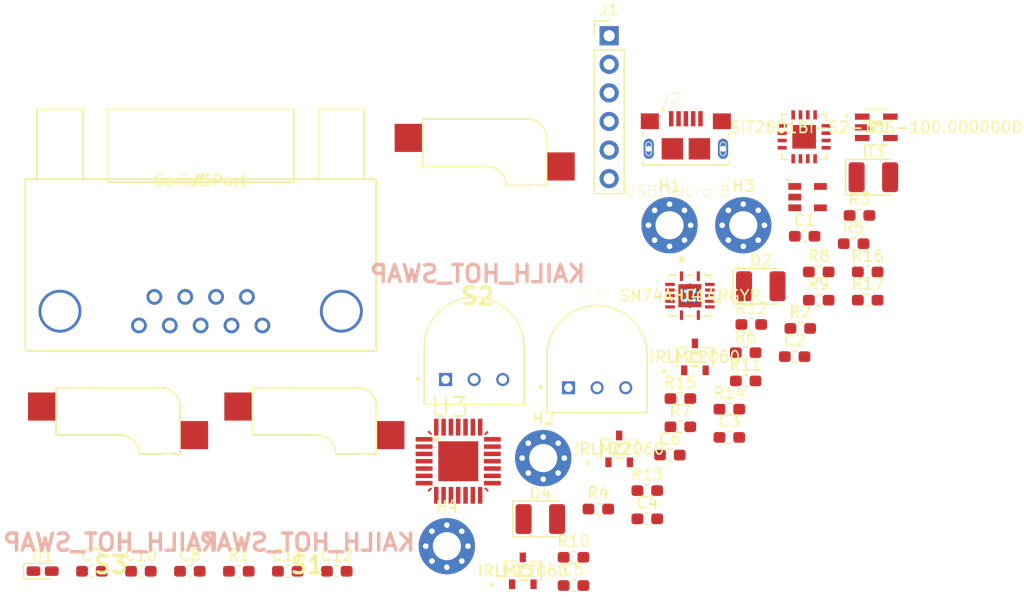
<source format=kicad_pcb>
(kicad_pcb (version 20171130) (host pcbnew 5.1.6-c6e7f7d~87~ubuntu18.04.1)

  (general
    (thickness 1.6)
    (drawings 0)
    (tracks 0)
    (zones 0)
    (modules 52)
    (nets 71)
  )

  (page A4)
  (layers
    (0 F.Cu signal)
    (31 B.Cu signal)
    (32 B.Adhes user)
    (33 F.Adhes user)
    (34 B.Paste user)
    (35 F.Paste user)
    (36 B.SilkS user)
    (37 F.SilkS user)
    (38 B.Mask user)
    (39 F.Mask user)
    (40 Dwgs.User user)
    (41 Cmts.User user)
    (42 Eco1.User user)
    (43 Eco2.User user)
    (44 Edge.Cuts user)
    (45 Margin user)
    (46 B.CrtYd user)
    (47 F.CrtYd user)
    (48 B.Fab user)
    (49 F.Fab user)
  )

  (setup
    (last_trace_width 0.25)
    (trace_clearance 0.2)
    (zone_clearance 0.508)
    (zone_45_only no)
    (trace_min 0.2)
    (via_size 0.8)
    (via_drill 0.4)
    (via_min_size 0.4)
    (via_min_drill 0.3)
    (uvia_size 0.3)
    (uvia_drill 0.1)
    (uvias_allowed no)
    (uvia_min_size 0.2)
    (uvia_min_drill 0.1)
    (edge_width 0.05)
    (segment_width 0.2)
    (pcb_text_width 0.3)
    (pcb_text_size 1.5 1.5)
    (mod_edge_width 0.12)
    (mod_text_size 1 1)
    (mod_text_width 0.15)
    (pad_size 1.524 1.524)
    (pad_drill 0.762)
    (pad_to_mask_clearance 0.05)
    (aux_axis_origin 0 0)
    (visible_elements FFFFFF7F)
    (pcbplotparams
      (layerselection 0x010fc_ffffffff)
      (usegerberextensions false)
      (usegerberattributes true)
      (usegerberadvancedattributes true)
      (creategerberjobfile true)
      (excludeedgelayer true)
      (linewidth 0.100000)
      (plotframeref false)
      (viasonmask false)
      (mode 1)
      (useauxorigin false)
      (hpglpennumber 1)
      (hpglpenspeed 20)
      (hpglpendiameter 15.000000)
      (psnegative false)
      (psa4output false)
      (plotreference true)
      (plotvalue true)
      (plotinvisibletext false)
      (padsonsilk false)
      (subtractmaskfromsilk false)
      (outputformat 1)
      (mirror false)
      (drillshape 1)
      (scaleselection 1)
      (outputdirectory ""))
  )

  (net 0 "")
  (net 1 GND)
  (net 2 +3V3)
  (net 3 +5V)
  (net 4 "Net-(C4-Pad1)")
  (net 5 "Net-(C7-Pad2)")
  (net 6 "Net-(C8-Pad2)")
  (net 7 "Net-(C11-Pad1)")
  (net 8 "Net-(D1-Pad2)")
  (net 9 "Net-(D2-Pad2)")
  (net 10 "Net-(D3-Pad2)")
  (net 11 "Net-(D4-Pad2)")
  (net 12 "Net-(J2-Pad2)")
  (net 13 "Net-(J2-Pad3)")
  (net 14 "Net-(J2-Pad4)")
  (net 15 "Net-(J2-PadS1)")
  (net 16 "Net-(J3-Pad1)")
  (net 17 "Net-(J3-Pad2)")
  (net 18 "Net-(J3-Pad3)")
  (net 19 "Net-(J3-Pad4)")
  (net 20 "Net-(J3-Pad5)")
  (net 21 "Net-(J3-Pad6)")
  (net 22 "Net-(J3-Pad7)")
  (net 23 "Net-(J3-Pad8)")
  (net 24 "Net-(J3-Pad9)")
  (net 25 "Net-(Q1-Pad1)")
  (net 26 69mA@1.7V)
  (net 27 69mA@3V)
  (net 28 "Net-(Q2-Pad1)")
  (net 29 "Net-(Q3-Pad1)")
  (net 30 57mA@1.7V)
  (net 31 "Net-(R1-Pad1)")
  (net 32 "Net-(R3-Pad2)")
  (net 33 "Net-(R5-Pad2)")
  (net 34 "Net-(D2-Pad4)")
  (net 35 "Net-(J1-PadMCLR)")
  (net 36 "Net-(D4-Pad4)")
  (net 37 "Net-(D3-Pad4)")
  (net 38 "Net-(D3-Pad3)")
  (net 39 "Net-(D2-Pad3)")
  (net 40 "Net-(D4-Pad3)")
  (net 41 "Net-(R17-Pad2)")
  (net 42 "Net-(R18-Pad2)")
  (net 43 "Net-(R19-Pad2)")
  (net 44 "Net-(U1-Pad5)")
  (net 45 "Net-(U1-Pad2)")
  (net 46 "Net-(U2-Pad2)")
  (net 47 "Net-(U2-Pad4)")
  (net 48 "Net-(U2-Pad5)")
  (net 49 "Net-(U2-Pad11)")
  (net 50 "Net-(U2-Pad12)")
  (net 51 "Net-(U2-Pad14)")
  (net 52 "Net-(U2-Pad15)")
  (net 53 "Net-(U2-Pad16)")
  (net 54 "Net-(U3-PadRA1)")
  (net 55 "Net-(U3-PadRA2)")
  (net 56 "Net-(U3-PadRA3)")
  (net 57 "Net-(U3-PadRA4)")
  (net 58 SWITCH_OUT_1)
  (net 59 SWITCH_OUT_2)
  (net 60 SWITCH_OUT_3)
  (net 61 PGD)
  (net 62 PGC)
  (net 63 "Net-(U3-PadRB12)")
  (net 64 "Net-(U4-Pad3)")
  (net 65 "Net-(U4-Pad4)")
  (net 66 "Net-(U4-Pad8)")
  (net 67 "Net-(U4-Pad9)")
  (net 68 "Net-(U4-Pad10)")
  (net 69 "Net-(U4-Pad11)")
  (net 70 "Net-(J1-PadNC)")

  (net_class Default "This is the default net class."
    (clearance 0.2)
    (trace_width 0.25)
    (via_dia 0.8)
    (via_drill 0.4)
    (uvia_dia 0.3)
    (uvia_drill 0.1)
    (add_net +3V3)
    (add_net +5V)
    (add_net 57mA@1.7V)
    (add_net 69mA@1.7V)
    (add_net 69mA@3V)
    (add_net GND)
    (add_net "Net-(C11-Pad1)")
    (add_net "Net-(C4-Pad1)")
    (add_net "Net-(C7-Pad2)")
    (add_net "Net-(C8-Pad2)")
    (add_net "Net-(D1-Pad2)")
    (add_net "Net-(D2-Pad2)")
    (add_net "Net-(D2-Pad3)")
    (add_net "Net-(D2-Pad4)")
    (add_net "Net-(D3-Pad2)")
    (add_net "Net-(D3-Pad3)")
    (add_net "Net-(D3-Pad4)")
    (add_net "Net-(D4-Pad2)")
    (add_net "Net-(D4-Pad3)")
    (add_net "Net-(D4-Pad4)")
    (add_net "Net-(J1-PadMCLR)")
    (add_net "Net-(J1-PadNC)")
    (add_net "Net-(J2-Pad2)")
    (add_net "Net-(J2-Pad3)")
    (add_net "Net-(J2-Pad4)")
    (add_net "Net-(J2-PadS1)")
    (add_net "Net-(J3-Pad1)")
    (add_net "Net-(J3-Pad2)")
    (add_net "Net-(J3-Pad3)")
    (add_net "Net-(J3-Pad4)")
    (add_net "Net-(J3-Pad5)")
    (add_net "Net-(J3-Pad6)")
    (add_net "Net-(J3-Pad7)")
    (add_net "Net-(J3-Pad8)")
    (add_net "Net-(J3-Pad9)")
    (add_net "Net-(Q1-Pad1)")
    (add_net "Net-(Q2-Pad1)")
    (add_net "Net-(Q3-Pad1)")
    (add_net "Net-(R1-Pad1)")
    (add_net "Net-(R17-Pad2)")
    (add_net "Net-(R18-Pad2)")
    (add_net "Net-(R19-Pad2)")
    (add_net "Net-(R3-Pad2)")
    (add_net "Net-(R5-Pad2)")
    (add_net "Net-(U1-Pad2)")
    (add_net "Net-(U1-Pad5)")
    (add_net "Net-(U2-Pad11)")
    (add_net "Net-(U2-Pad12)")
    (add_net "Net-(U2-Pad14)")
    (add_net "Net-(U2-Pad15)")
    (add_net "Net-(U2-Pad16)")
    (add_net "Net-(U2-Pad2)")
    (add_net "Net-(U2-Pad4)")
    (add_net "Net-(U2-Pad5)")
    (add_net "Net-(U3-PadRA1)")
    (add_net "Net-(U3-PadRA2)")
    (add_net "Net-(U3-PadRA3)")
    (add_net "Net-(U3-PadRA4)")
    (add_net "Net-(U3-PadRB12)")
    (add_net "Net-(U4-Pad10)")
    (add_net "Net-(U4-Pad11)")
    (add_net "Net-(U4-Pad3)")
    (add_net "Net-(U4-Pad4)")
    (add_net "Net-(U4-Pad8)")
    (add_net "Net-(U4-Pad9)")
    (add_net PGC)
    (add_net PGD)
    (add_net SWITCH_OUT_1)
    (add_net SWITCH_OUT_2)
    (add_net SWITCH_OUT_3)
  )

  (module Capacitor_SMD:C_0603_1608Metric_Pad1.05x0.95mm_HandSolder (layer F.Cu) (tedit 5B301BBE) (tstamp 5F11BBAA)
    (at 143.095001 -2.494999)
    (descr "Capacitor SMD 0603 (1608 Metric), square (rectangular) end terminal, IPC_7351 nominal with elongated pad for handsoldering. (Body size source: http://www.tortai-tech.com/upload/download/2011102023233369053.pdf), generated with kicad-footprint-generator")
    (tags "capacitor handsolder")
    (path /5D14A602)
    (attr smd)
    (fp_text reference C1 (at 0 -1.43) (layer F.SilkS)
      (effects (font (size 1 1) (thickness 0.15)))
    )
    (fp_text value 0.1UF (at 0 1.43) (layer F.Fab)
      (effects (font (size 1 1) (thickness 0.15)))
    )
    (fp_line (start 1.65 0.73) (end -1.65 0.73) (layer F.CrtYd) (width 0.05))
    (fp_line (start 1.65 -0.73) (end 1.65 0.73) (layer F.CrtYd) (width 0.05))
    (fp_line (start -1.65 -0.73) (end 1.65 -0.73) (layer F.CrtYd) (width 0.05))
    (fp_line (start -1.65 0.73) (end -1.65 -0.73) (layer F.CrtYd) (width 0.05))
    (fp_line (start -0.171267 0.51) (end 0.171267 0.51) (layer F.SilkS) (width 0.12))
    (fp_line (start -0.171267 -0.51) (end 0.171267 -0.51) (layer F.SilkS) (width 0.12))
    (fp_line (start 0.8 0.4) (end -0.8 0.4) (layer F.Fab) (width 0.1))
    (fp_line (start 0.8 -0.4) (end 0.8 0.4) (layer F.Fab) (width 0.1))
    (fp_line (start -0.8 -0.4) (end 0.8 -0.4) (layer F.Fab) (width 0.1))
    (fp_line (start -0.8 0.4) (end -0.8 -0.4) (layer F.Fab) (width 0.1))
    (fp_text user %R (at 0 0) (layer F.Fab)
      (effects (font (size 0.4 0.4) (thickness 0.06)))
    )
    (pad 1 smd roundrect (at -0.875 0) (size 1.05 0.95) (layers F.Cu F.Paste F.Mask) (roundrect_rratio 0.25)
      (net 1 GND))
    (pad 2 smd roundrect (at 0.875 0) (size 1.05 0.95) (layers F.Cu F.Paste F.Mask) (roundrect_rratio 0.25)
      (net 2 +3V3))
    (model ${KISYS3DMOD}/Capacitor_SMD.3dshapes/C_0603_1608Metric.wrl
      (at (xyz 0 0 0))
      (scale (xyz 1 1 1))
      (rotate (xyz 0 0 0))
    )
  )

  (module Capacitor_SMD:C_0603_1608Metric_Pad1.05x0.95mm_HandSolder (layer F.Cu) (tedit 5B301BBE) (tstamp 5F11C0B4)
    (at 142.205001 8.205001)
    (descr "Capacitor SMD 0603 (1608 Metric), square (rectangular) end terminal, IPC_7351 nominal with elongated pad for handsoldering. (Body size source: http://www.tortai-tech.com/upload/download/2011102023233369053.pdf), generated with kicad-footprint-generator")
    (tags "capacitor handsolder")
    (path /5D14601C)
    (attr smd)
    (fp_text reference C2 (at 0 -1.43) (layer F.SilkS)
      (effects (font (size 1 1) (thickness 0.15)))
    )
    (fp_text value 1UF (at 0 1.43) (layer F.Fab)
      (effects (font (size 1 1) (thickness 0.15)))
    )
    (fp_line (start 1.65 0.73) (end -1.65 0.73) (layer F.CrtYd) (width 0.05))
    (fp_line (start 1.65 -0.73) (end 1.65 0.73) (layer F.CrtYd) (width 0.05))
    (fp_line (start -1.65 -0.73) (end 1.65 -0.73) (layer F.CrtYd) (width 0.05))
    (fp_line (start -1.65 0.73) (end -1.65 -0.73) (layer F.CrtYd) (width 0.05))
    (fp_line (start -0.171267 0.51) (end 0.171267 0.51) (layer F.SilkS) (width 0.12))
    (fp_line (start -0.171267 -0.51) (end 0.171267 -0.51) (layer F.SilkS) (width 0.12))
    (fp_line (start 0.8 0.4) (end -0.8 0.4) (layer F.Fab) (width 0.1))
    (fp_line (start 0.8 -0.4) (end 0.8 0.4) (layer F.Fab) (width 0.1))
    (fp_line (start -0.8 -0.4) (end 0.8 -0.4) (layer F.Fab) (width 0.1))
    (fp_line (start -0.8 0.4) (end -0.8 -0.4) (layer F.Fab) (width 0.1))
    (fp_text user %R (at 0 0) (layer F.Fab)
      (effects (font (size 0.4 0.4) (thickness 0.06)))
    )
    (pad 1 smd roundrect (at -0.875 0) (size 1.05 0.95) (layers F.Cu F.Paste F.Mask) (roundrect_rratio 0.25)
      (net 3 +5V))
    (pad 2 smd roundrect (at 0.875 0) (size 1.05 0.95) (layers F.Cu F.Paste F.Mask) (roundrect_rratio 0.25)
      (net 1 GND))
    (model ${KISYS3DMOD}/Capacitor_SMD.3dshapes/C_0603_1608Metric.wrl
      (at (xyz 0 0 0))
      (scale (xyz 1 1 1))
      (rotate (xyz 0 0 0))
    )
  )

  (module Capacitor_SMD:C_0603_1608Metric_Pad1.05x0.95mm_HandSolder (layer F.Cu) (tedit 5B301BBE) (tstamp 5F11C039)
    (at 136.405001 15.385001)
    (descr "Capacitor SMD 0603 (1608 Metric), square (rectangular) end terminal, IPC_7351 nominal with elongated pad for handsoldering. (Body size source: http://www.tortai-tech.com/upload/download/2011102023233369053.pdf), generated with kicad-footprint-generator")
    (tags "capacitor handsolder")
    (path /5D5FFC3B)
    (attr smd)
    (fp_text reference C3 (at 0 -1.43) (layer F.SilkS)
      (effects (font (size 1 1) (thickness 0.15)))
    )
    (fp_text value 10uF (at 0 1.43) (layer F.Fab)
      (effects (font (size 1 1) (thickness 0.15)))
    )
    (fp_line (start -0.8 0.4) (end -0.8 -0.4) (layer F.Fab) (width 0.1))
    (fp_line (start -0.8 -0.4) (end 0.8 -0.4) (layer F.Fab) (width 0.1))
    (fp_line (start 0.8 -0.4) (end 0.8 0.4) (layer F.Fab) (width 0.1))
    (fp_line (start 0.8 0.4) (end -0.8 0.4) (layer F.Fab) (width 0.1))
    (fp_line (start -0.171267 -0.51) (end 0.171267 -0.51) (layer F.SilkS) (width 0.12))
    (fp_line (start -0.171267 0.51) (end 0.171267 0.51) (layer F.SilkS) (width 0.12))
    (fp_line (start -1.65 0.73) (end -1.65 -0.73) (layer F.CrtYd) (width 0.05))
    (fp_line (start -1.65 -0.73) (end 1.65 -0.73) (layer F.CrtYd) (width 0.05))
    (fp_line (start 1.65 -0.73) (end 1.65 0.73) (layer F.CrtYd) (width 0.05))
    (fp_line (start 1.65 0.73) (end -1.65 0.73) (layer F.CrtYd) (width 0.05))
    (fp_text user %R (at 0 0) (layer F.Fab)
      (effects (font (size 0.4 0.4) (thickness 0.06)))
    )
    (pad 2 smd roundrect (at 0.875 0) (size 1.05 0.95) (layers F.Cu F.Paste F.Mask) (roundrect_rratio 0.25)
      (net 1 GND))
    (pad 1 smd roundrect (at -0.875 0) (size 1.05 0.95) (layers F.Cu F.Paste F.Mask) (roundrect_rratio 0.25)
      (net 3 +5V))
    (model ${KISYS3DMOD}/Capacitor_SMD.3dshapes/C_0603_1608Metric.wrl
      (at (xyz 0 0 0))
      (scale (xyz 1 1 1))
      (rotate (xyz 0 0 0))
    )
  )

  (module Capacitor_SMD:C_0603_1608Metric_Pad1.05x0.95mm_HandSolder (layer F.Cu) (tedit 5B301BBE) (tstamp 5F11B352)
    (at 129.115001 22.625001)
    (descr "Capacitor SMD 0603 (1608 Metric), square (rectangular) end terminal, IPC_7351 nominal with elongated pad for handsoldering. (Body size source: http://www.tortai-tech.com/upload/download/2011102023233369053.pdf), generated with kicad-footprint-generator")
    (tags "capacitor handsolder")
    (path /5D138551)
    (attr smd)
    (fp_text reference C4 (at 0 -1.43) (layer F.SilkS)
      (effects (font (size 1 1) (thickness 0.15)))
    )
    (fp_text value 0.1UF (at 0 1.43) (layer F.Fab)
      (effects (font (size 1 1) (thickness 0.15)))
    )
    (fp_line (start -0.8 0.4) (end -0.8 -0.4) (layer F.Fab) (width 0.1))
    (fp_line (start -0.8 -0.4) (end 0.8 -0.4) (layer F.Fab) (width 0.1))
    (fp_line (start 0.8 -0.4) (end 0.8 0.4) (layer F.Fab) (width 0.1))
    (fp_line (start 0.8 0.4) (end -0.8 0.4) (layer F.Fab) (width 0.1))
    (fp_line (start -0.171267 -0.51) (end 0.171267 -0.51) (layer F.SilkS) (width 0.12))
    (fp_line (start -0.171267 0.51) (end 0.171267 0.51) (layer F.SilkS) (width 0.12))
    (fp_line (start -1.65 0.73) (end -1.65 -0.73) (layer F.CrtYd) (width 0.05))
    (fp_line (start -1.65 -0.73) (end 1.65 -0.73) (layer F.CrtYd) (width 0.05))
    (fp_line (start 1.65 -0.73) (end 1.65 0.73) (layer F.CrtYd) (width 0.05))
    (fp_line (start 1.65 0.73) (end -1.65 0.73) (layer F.CrtYd) (width 0.05))
    (fp_text user %R (at 0 0) (layer F.Fab)
      (effects (font (size 0.4 0.4) (thickness 0.06)))
    )
    (pad 2 smd roundrect (at 0.875 0) (size 1.05 0.95) (layers F.Cu F.Paste F.Mask) (roundrect_rratio 0.25)
      (net 1 GND))
    (pad 1 smd roundrect (at -0.875 0) (size 1.05 0.95) (layers F.Cu F.Paste F.Mask) (roundrect_rratio 0.25)
      (net 4 "Net-(C4-Pad1)"))
    (model ${KISYS3DMOD}/Capacitor_SMD.3dshapes/C_0603_1608Metric.wrl
      (at (xyz 0 0 0))
      (scale (xyz 1 1 1))
      (rotate (xyz 0 0 0))
    )
  )

  (module Capacitor_SMD:C_0603_1608Metric_Pad1.05x0.95mm_HandSolder (layer F.Cu) (tedit 5B301BBE) (tstamp 5F11AF6E)
    (at 122.565001 28.555001)
    (descr "Capacitor SMD 0603 (1608 Metric), square (rectangular) end terminal, IPC_7351 nominal with elongated pad for handsoldering. (Body size source: http://www.tortai-tech.com/upload/download/2011102023233369053.pdf), generated with kicad-footprint-generator")
    (tags "capacitor handsolder")
    (path /5D14DA6D)
    (attr smd)
    (fp_text reference C5 (at 0 -1.43) (layer F.SilkS)
      (effects (font (size 1 1) (thickness 0.15)))
    )
    (fp_text value 0.1UF (at 0 1.43) (layer F.Fab)
      (effects (font (size 1 1) (thickness 0.15)))
    )
    (fp_line (start 1.65 0.73) (end -1.65 0.73) (layer F.CrtYd) (width 0.05))
    (fp_line (start 1.65 -0.73) (end 1.65 0.73) (layer F.CrtYd) (width 0.05))
    (fp_line (start -1.65 -0.73) (end 1.65 -0.73) (layer F.CrtYd) (width 0.05))
    (fp_line (start -1.65 0.73) (end -1.65 -0.73) (layer F.CrtYd) (width 0.05))
    (fp_line (start -0.171267 0.51) (end 0.171267 0.51) (layer F.SilkS) (width 0.12))
    (fp_line (start -0.171267 -0.51) (end 0.171267 -0.51) (layer F.SilkS) (width 0.12))
    (fp_line (start 0.8 0.4) (end -0.8 0.4) (layer F.Fab) (width 0.1))
    (fp_line (start 0.8 -0.4) (end 0.8 0.4) (layer F.Fab) (width 0.1))
    (fp_line (start -0.8 -0.4) (end 0.8 -0.4) (layer F.Fab) (width 0.1))
    (fp_line (start -0.8 0.4) (end -0.8 -0.4) (layer F.Fab) (width 0.1))
    (fp_text user %R (at 0 0) (layer F.Fab)
      (effects (font (size 0.4 0.4) (thickness 0.06)))
    )
    (pad 1 smd roundrect (at -0.875 0) (size 1.05 0.95) (layers F.Cu F.Paste F.Mask) (roundrect_rratio 0.25)
      (net 1 GND))
    (pad 2 smd roundrect (at 0.875 0) (size 1.05 0.95) (layers F.Cu F.Paste F.Mask) (roundrect_rratio 0.25)
      (net 2 +3V3))
    (model ${KISYS3DMOD}/Capacitor_SMD.3dshapes/C_0603_1608Metric.wrl
      (at (xyz 0 0 0))
      (scale (xyz 1 1 1))
      (rotate (xyz 0 0 0))
    )
  )

  (module Capacitor_SMD:C_0603_1608Metric_Pad1.05x0.95mm_HandSolder (layer F.Cu) (tedit 5B301BBE) (tstamp 5F11C0E4)
    (at 131.125001 16.955001)
    (descr "Capacitor SMD 0603 (1608 Metric), square (rectangular) end terminal, IPC_7351 nominal with elongated pad for handsoldering. (Body size source: http://www.tortai-tech.com/upload/download/2011102023233369053.pdf), generated with kicad-footprint-generator")
    (tags "capacitor handsolder")
    (path /5D14E879)
    (attr smd)
    (fp_text reference C6 (at 0 -1.43) (layer F.SilkS)
      (effects (font (size 1 1) (thickness 0.15)))
    )
    (fp_text value 0.1UF (at 0 1.43) (layer F.Fab)
      (effects (font (size 1 1) (thickness 0.15)))
    )
    (fp_line (start -0.8 0.4) (end -0.8 -0.4) (layer F.Fab) (width 0.1))
    (fp_line (start -0.8 -0.4) (end 0.8 -0.4) (layer F.Fab) (width 0.1))
    (fp_line (start 0.8 -0.4) (end 0.8 0.4) (layer F.Fab) (width 0.1))
    (fp_line (start 0.8 0.4) (end -0.8 0.4) (layer F.Fab) (width 0.1))
    (fp_line (start -0.171267 -0.51) (end 0.171267 -0.51) (layer F.SilkS) (width 0.12))
    (fp_line (start -0.171267 0.51) (end 0.171267 0.51) (layer F.SilkS) (width 0.12))
    (fp_line (start -1.65 0.73) (end -1.65 -0.73) (layer F.CrtYd) (width 0.05))
    (fp_line (start -1.65 -0.73) (end 1.65 -0.73) (layer F.CrtYd) (width 0.05))
    (fp_line (start 1.65 -0.73) (end 1.65 0.73) (layer F.CrtYd) (width 0.05))
    (fp_line (start 1.65 0.73) (end -1.65 0.73) (layer F.CrtYd) (width 0.05))
    (fp_text user %R (at 0 0) (layer F.Fab)
      (effects (font (size 0.4 0.4) (thickness 0.06)))
    )
    (pad 2 smd roundrect (at 0.875 0) (size 1.05 0.95) (layers F.Cu F.Paste F.Mask) (roundrect_rratio 0.25)
      (net 2 +3V3))
    (pad 1 smd roundrect (at -0.875 0) (size 1.05 0.95) (layers F.Cu F.Paste F.Mask) (roundrect_rratio 0.25)
      (net 1 GND))
    (model ${KISYS3DMOD}/Capacitor_SMD.3dshapes/C_0603_1608Metric.wrl
      (at (xyz 0 0 0))
      (scale (xyz 1 1 1))
      (rotate (xyz 0 0 0))
    )
  )

  (module Capacitor_SMD:C_0603_1608Metric_Pad1.05x0.95mm_HandSolder (layer F.Cu) (tedit 5B301BBE) (tstamp 5F11C144)
    (at 79.785001 27.285001)
    (descr "Capacitor SMD 0603 (1608 Metric), square (rectangular) end terminal, IPC_7351 nominal with elongated pad for handsoldering. (Body size source: http://www.tortai-tech.com/upload/download/2011102023233369053.pdf), generated with kicad-footprint-generator")
    (tags "capacitor handsolder")
    (path /5D18C5D8)
    (attr smd)
    (fp_text reference C7 (at 0 -1.43) (layer F.SilkS)
      (effects (font (size 1 1) (thickness 0.15)))
    )
    (fp_text value 0.1UF (at 0 1.43) (layer F.Fab)
      (effects (font (size 1 1) (thickness 0.15)))
    )
    (fp_line (start 1.65 0.73) (end -1.65 0.73) (layer F.CrtYd) (width 0.05))
    (fp_line (start 1.65 -0.73) (end 1.65 0.73) (layer F.CrtYd) (width 0.05))
    (fp_line (start -1.65 -0.73) (end 1.65 -0.73) (layer F.CrtYd) (width 0.05))
    (fp_line (start -1.65 0.73) (end -1.65 -0.73) (layer F.CrtYd) (width 0.05))
    (fp_line (start -0.171267 0.51) (end 0.171267 0.51) (layer F.SilkS) (width 0.12))
    (fp_line (start -0.171267 -0.51) (end 0.171267 -0.51) (layer F.SilkS) (width 0.12))
    (fp_line (start 0.8 0.4) (end -0.8 0.4) (layer F.Fab) (width 0.1))
    (fp_line (start 0.8 -0.4) (end 0.8 0.4) (layer F.Fab) (width 0.1))
    (fp_line (start -0.8 -0.4) (end 0.8 -0.4) (layer F.Fab) (width 0.1))
    (fp_line (start -0.8 0.4) (end -0.8 -0.4) (layer F.Fab) (width 0.1))
    (fp_text user %R (at 0 0) (layer F.Fab)
      (effects (font (size 0.4 0.4) (thickness 0.06)))
    )
    (pad 1 smd roundrect (at -0.875 0) (size 1.05 0.95) (layers F.Cu F.Paste F.Mask) (roundrect_rratio 0.25)
      (net 1 GND))
    (pad 2 smd roundrect (at 0.875 0) (size 1.05 0.95) (layers F.Cu F.Paste F.Mask) (roundrect_rratio 0.25)
      (net 5 "Net-(C7-Pad2)"))
    (model ${KISYS3DMOD}/Capacitor_SMD.3dshapes/C_0603_1608Metric.wrl
      (at (xyz 0 0 0))
      (scale (xyz 1 1 1))
      (rotate (xyz 0 0 0))
    )
  )

  (module Capacitor_SMD:C_0603_1608Metric_Pad1.05x0.95mm_HandSolder (layer F.Cu) (tedit 5B301BBE) (tstamp 5F11B448)
    (at 88.485001 27.285001)
    (descr "Capacitor SMD 0603 (1608 Metric), square (rectangular) end terminal, IPC_7351 nominal with elongated pad for handsoldering. (Body size source: http://www.tortai-tech.com/upload/download/2011102023233369053.pdf), generated with kicad-footprint-generator")
    (tags "capacitor handsolder")
    (path /5D1BEC6A)
    (attr smd)
    (fp_text reference C8 (at 0 -1.43) (layer F.SilkS)
      (effects (font (size 1 1) (thickness 0.15)))
    )
    (fp_text value 0.1UF (at 0 1.43) (layer F.Fab)
      (effects (font (size 1 1) (thickness 0.15)))
    )
    (fp_line (start -0.8 0.4) (end -0.8 -0.4) (layer F.Fab) (width 0.1))
    (fp_line (start -0.8 -0.4) (end 0.8 -0.4) (layer F.Fab) (width 0.1))
    (fp_line (start 0.8 -0.4) (end 0.8 0.4) (layer F.Fab) (width 0.1))
    (fp_line (start 0.8 0.4) (end -0.8 0.4) (layer F.Fab) (width 0.1))
    (fp_line (start -0.171267 -0.51) (end 0.171267 -0.51) (layer F.SilkS) (width 0.12))
    (fp_line (start -0.171267 0.51) (end 0.171267 0.51) (layer F.SilkS) (width 0.12))
    (fp_line (start -1.65 0.73) (end -1.65 -0.73) (layer F.CrtYd) (width 0.05))
    (fp_line (start -1.65 -0.73) (end 1.65 -0.73) (layer F.CrtYd) (width 0.05))
    (fp_line (start 1.65 -0.73) (end 1.65 0.73) (layer F.CrtYd) (width 0.05))
    (fp_line (start 1.65 0.73) (end -1.65 0.73) (layer F.CrtYd) (width 0.05))
    (fp_text user %R (at 0 0) (layer F.Fab)
      (effects (font (size 0.4 0.4) (thickness 0.06)))
    )
    (pad 2 smd roundrect (at 0.875 0) (size 1.05 0.95) (layers F.Cu F.Paste F.Mask) (roundrect_rratio 0.25)
      (net 6 "Net-(C8-Pad2)"))
    (pad 1 smd roundrect (at -0.875 0) (size 1.05 0.95) (layers F.Cu F.Paste F.Mask) (roundrect_rratio 0.25)
      (net 1 GND))
    (model ${KISYS3DMOD}/Capacitor_SMD.3dshapes/C_0603_1608Metric.wrl
      (at (xyz 0 0 0))
      (scale (xyz 1 1 1))
      (rotate (xyz 0 0 0))
    )
  )

  (module Capacitor_SMD:C_0603_1608Metric_Pad1.05x0.95mm_HandSolder (layer F.Cu) (tedit 5B301BBE) (tstamp 5F11B4F3)
    (at 84.135001 27.285001)
    (descr "Capacitor SMD 0603 (1608 Metric), square (rectangular) end terminal, IPC_7351 nominal with elongated pad for handsoldering. (Body size source: http://www.tortai-tech.com/upload/download/2011102023233369053.pdf), generated with kicad-footprint-generator")
    (tags "capacitor handsolder")
    (path /5D16B7DF)
    (attr smd)
    (fp_text reference C10 (at 0 -1.43) (layer F.SilkS)
      (effects (font (size 1 1) (thickness 0.15)))
    )
    (fp_text value 0.1UF (at 0 1.43) (layer F.Fab)
      (effects (font (size 1 1) (thickness 0.15)))
    )
    (fp_line (start 1.65 0.73) (end -1.65 0.73) (layer F.CrtYd) (width 0.05))
    (fp_line (start 1.65 -0.73) (end 1.65 0.73) (layer F.CrtYd) (width 0.05))
    (fp_line (start -1.65 -0.73) (end 1.65 -0.73) (layer F.CrtYd) (width 0.05))
    (fp_line (start -1.65 0.73) (end -1.65 -0.73) (layer F.CrtYd) (width 0.05))
    (fp_line (start -0.171267 0.51) (end 0.171267 0.51) (layer F.SilkS) (width 0.12))
    (fp_line (start -0.171267 -0.51) (end 0.171267 -0.51) (layer F.SilkS) (width 0.12))
    (fp_line (start 0.8 0.4) (end -0.8 0.4) (layer F.Fab) (width 0.1))
    (fp_line (start 0.8 -0.4) (end 0.8 0.4) (layer F.Fab) (width 0.1))
    (fp_line (start -0.8 -0.4) (end 0.8 -0.4) (layer F.Fab) (width 0.1))
    (fp_line (start -0.8 0.4) (end -0.8 -0.4) (layer F.Fab) (width 0.1))
    (fp_text user %R (at 0 0) (layer F.Fab)
      (effects (font (size 0.4 0.4) (thickness 0.06)))
    )
    (pad 1 smd roundrect (at -0.875 0) (size 1.05 0.95) (layers F.Cu F.Paste F.Mask) (roundrect_rratio 0.25)
      (net 1 GND))
    (pad 2 smd roundrect (at 0.875 0) (size 1.05 0.95) (layers F.Cu F.Paste F.Mask) (roundrect_rratio 0.25)
      (net 2 +3V3))
    (model ${KISYS3DMOD}/Capacitor_SMD.3dshapes/C_0603_1608Metric.wrl
      (at (xyz 0 0 0))
      (scale (xyz 1 1 1))
      (rotate (xyz 0 0 0))
    )
  )

  (module Capacitor_SMD:C_0603_1608Metric_Pad1.05x0.95mm_HandSolder (layer F.Cu) (tedit 5B301BBE) (tstamp 5F11B676)
    (at 97.185001 27.285001)
    (descr "Capacitor SMD 0603 (1608 Metric), square (rectangular) end terminal, IPC_7351 nominal with elongated pad for handsoldering. (Body size source: http://www.tortai-tech.com/upload/download/2011102023233369053.pdf), generated with kicad-footprint-generator")
    (tags "capacitor handsolder")
    (path /5D5CD585)
    (attr smd)
    (fp_text reference C11 (at 0 -1.43) (layer F.SilkS)
      (effects (font (size 1 1) (thickness 0.15)))
    )
    (fp_text value 0.1uF (at 0 1.43) (layer F.Fab)
      (effects (font (size 1 1) (thickness 0.15)))
    )
    (fp_line (start 1.65 0.73) (end -1.65 0.73) (layer F.CrtYd) (width 0.05))
    (fp_line (start 1.65 -0.73) (end 1.65 0.73) (layer F.CrtYd) (width 0.05))
    (fp_line (start -1.65 -0.73) (end 1.65 -0.73) (layer F.CrtYd) (width 0.05))
    (fp_line (start -1.65 0.73) (end -1.65 -0.73) (layer F.CrtYd) (width 0.05))
    (fp_line (start -0.171267 0.51) (end 0.171267 0.51) (layer F.SilkS) (width 0.12))
    (fp_line (start -0.171267 -0.51) (end 0.171267 -0.51) (layer F.SilkS) (width 0.12))
    (fp_line (start 0.8 0.4) (end -0.8 0.4) (layer F.Fab) (width 0.1))
    (fp_line (start 0.8 -0.4) (end 0.8 0.4) (layer F.Fab) (width 0.1))
    (fp_line (start -0.8 -0.4) (end 0.8 -0.4) (layer F.Fab) (width 0.1))
    (fp_line (start -0.8 0.4) (end -0.8 -0.4) (layer F.Fab) (width 0.1))
    (fp_text user %R (at 0 0) (layer F.Fab)
      (effects (font (size 0.4 0.4) (thickness 0.06)))
    )
    (pad 1 smd roundrect (at -0.875 0) (size 1.05 0.95) (layers F.Cu F.Paste F.Mask) (roundrect_rratio 0.25)
      (net 7 "Net-(C11-Pad1)"))
    (pad 2 smd roundrect (at 0.875 0) (size 1.05 0.95) (layers F.Cu F.Paste F.Mask) (roundrect_rratio 0.25)
      (net 1 GND))
    (model ${KISYS3DMOD}/Capacitor_SMD.3dshapes/C_0603_1608Metric.wrl
      (at (xyz 0 0 0))
      (scale (xyz 1 1 1))
      (rotate (xyz 0 0 0))
    )
  )

  (module Capacitor_SMD:C_0603_1608Metric_Pad1.05x0.95mm_HandSolder (layer F.Cu) (tedit 5B301BBE) (tstamp 5F11BC0A)
    (at 101.535001 27.285001)
    (descr "Capacitor SMD 0603 (1608 Metric), square (rectangular) end terminal, IPC_7351 nominal with elongated pad for handsoldering. (Body size source: http://www.tortai-tech.com/upload/download/2011102023233369053.pdf), generated with kicad-footprint-generator")
    (tags "capacitor handsolder")
    (path /5D542C26)
    (attr smd)
    (fp_text reference C12 (at 0 -1.43) (layer F.SilkS)
      (effects (font (size 1 1) (thickness 0.15)))
    )
    (fp_text value 1UF (at 0 1.43) (layer F.Fab)
      (effects (font (size 1 1) (thickness 0.15)))
    )
    (fp_line (start -0.8 0.4) (end -0.8 -0.4) (layer F.Fab) (width 0.1))
    (fp_line (start -0.8 -0.4) (end 0.8 -0.4) (layer F.Fab) (width 0.1))
    (fp_line (start 0.8 -0.4) (end 0.8 0.4) (layer F.Fab) (width 0.1))
    (fp_line (start 0.8 0.4) (end -0.8 0.4) (layer F.Fab) (width 0.1))
    (fp_line (start -0.171267 -0.51) (end 0.171267 -0.51) (layer F.SilkS) (width 0.12))
    (fp_line (start -0.171267 0.51) (end 0.171267 0.51) (layer F.SilkS) (width 0.12))
    (fp_line (start -1.65 0.73) (end -1.65 -0.73) (layer F.CrtYd) (width 0.05))
    (fp_line (start -1.65 -0.73) (end 1.65 -0.73) (layer F.CrtYd) (width 0.05))
    (fp_line (start 1.65 -0.73) (end 1.65 0.73) (layer F.CrtYd) (width 0.05))
    (fp_line (start 1.65 0.73) (end -1.65 0.73) (layer F.CrtYd) (width 0.05))
    (fp_text user %R (at 0 0) (layer F.Fab)
      (effects (font (size 0.4 0.4) (thickness 0.06)))
    )
    (pad 2 smd roundrect (at 0.875 0) (size 1.05 0.95) (layers F.Cu F.Paste F.Mask) (roundrect_rratio 0.25)
      (net 1 GND))
    (pad 1 smd roundrect (at -0.875 0) (size 1.05 0.95) (layers F.Cu F.Paste F.Mask) (roundrect_rratio 0.25)
      (net 2 +3V3))
    (model ${KISYS3DMOD}/Capacitor_SMD.3dshapes/C_0603_1608Metric.wrl
      (at (xyz 0 0 0))
      (scale (xyz 1 1 1))
      (rotate (xyz 0 0 0))
    )
  )

  (module LED_SMD:LED_0603_1608Metric_Castellated (layer F.Cu) (tedit 5B301BBE) (tstamp 5F11BB1C)
    (at 75.405001 27.275001)
    (descr "LED SMD 0603 (1608 Metric), castellated end terminal, IPC_7351 nominal, (Body size source: http://www.tortai-tech.com/upload/download/2011102023233369053.pdf), generated with kicad-footprint-generator")
    (tags "LED castellated")
    (path /5D6489DE)
    (attr smd)
    (fp_text reference D1 (at 0 -1.38) (layer F.SilkS)
      (effects (font (size 1 1) (thickness 0.15)))
    )
    (fp_text value "RED LED" (at 0 1.38) (layer F.Fab)
      (effects (font (size 1 1) (thickness 0.15)))
    )
    (fp_line (start 1.68 0.68) (end -1.68 0.68) (layer F.CrtYd) (width 0.05))
    (fp_line (start 1.68 -0.68) (end 1.68 0.68) (layer F.CrtYd) (width 0.05))
    (fp_line (start -1.68 -0.68) (end 1.68 -0.68) (layer F.CrtYd) (width 0.05))
    (fp_line (start -1.68 0.68) (end -1.68 -0.68) (layer F.CrtYd) (width 0.05))
    (fp_line (start -1.685 0.685) (end 0.8 0.685) (layer F.SilkS) (width 0.12))
    (fp_line (start -1.685 -0.685) (end -1.685 0.685) (layer F.SilkS) (width 0.12))
    (fp_line (start 0.8 -0.685) (end -1.685 -0.685) (layer F.SilkS) (width 0.12))
    (fp_line (start 0.8 0.4) (end 0.8 -0.4) (layer F.Fab) (width 0.1))
    (fp_line (start -0.8 0.4) (end 0.8 0.4) (layer F.Fab) (width 0.1))
    (fp_line (start -0.8 -0.1) (end -0.8 0.4) (layer F.Fab) (width 0.1))
    (fp_line (start -0.5 -0.4) (end -0.8 -0.1) (layer F.Fab) (width 0.1))
    (fp_line (start 0.8 -0.4) (end -0.5 -0.4) (layer F.Fab) (width 0.1))
    (fp_text user %R (at 0 0) (layer F.Fab)
      (effects (font (size 0.4 0.4) (thickness 0.06)))
    )
    (pad 1 smd roundrect (at -0.8125 0) (size 1.225 0.85) (layers F.Cu F.Paste F.Mask) (roundrect_rratio 0.25)
      (net 1 GND))
    (pad 2 smd roundrect (at 0.8125 0) (size 1.225 0.85) (layers F.Cu F.Paste F.Mask) (roundrect_rratio 0.25)
      (net 8 "Net-(D1-Pad2)"))
    (model ${KISYS3DMOD}/LED_SMD.3dshapes/LED_0603_1608Metric_Castellated.wrl
      (at (xyz 0 0 0))
      (scale (xyz 1 1 1))
      (rotate (xyz 0 0 0))
    )
  )

  (module LED_SMD:LED_1210_3225Metric_Pad1.42x2.65mm_HandSolder (layer F.Cu) (tedit 5B4B45C9) (tstamp 5F11B5CA)
    (at 139.200001 1.945001)
    (descr "LED SMD 1210 (3225 Metric), square (rectangular) end terminal, IPC_7351 nominal, (Body size source: http://www.tortai-tech.com/upload/download/2011102023233369053.pdf), generated with kicad-footprint-generator")
    (tags "LED handsolder")
    (path /5F1A8137)
    (attr smd)
    (fp_text reference D2 (at 0 -2.28) (layer F.SilkS)
      (effects (font (size 1 1) (thickness 0.15)))
    )
    (fp_text value LED (at 0 2.28) (layer F.Fab)
      (effects (font (size 1 1) (thickness 0.15)))
    )
    (fp_line (start 2.45 1.58) (end -2.45 1.58) (layer F.CrtYd) (width 0.05))
    (fp_line (start 2.45 -1.58) (end 2.45 1.58) (layer F.CrtYd) (width 0.05))
    (fp_line (start -2.45 -1.58) (end 2.45 -1.58) (layer F.CrtYd) (width 0.05))
    (fp_line (start -2.45 1.58) (end -2.45 -1.58) (layer F.CrtYd) (width 0.05))
    (fp_line (start -2.46 1.585) (end 1.6 1.585) (layer F.SilkS) (width 0.12))
    (fp_line (start -2.46 -1.585) (end -2.46 1.585) (layer F.SilkS) (width 0.12))
    (fp_line (start 1.6 -1.585) (end -2.46 -1.585) (layer F.SilkS) (width 0.12))
    (fp_line (start 1.6 1.25) (end 1.6 -1.25) (layer F.Fab) (width 0.1))
    (fp_line (start -1.6 1.25) (end 1.6 1.25) (layer F.Fab) (width 0.1))
    (fp_line (start -1.6 -0.625) (end -1.6 1.25) (layer F.Fab) (width 0.1))
    (fp_line (start -0.975 -1.25) (end -1.6 -0.625) (layer F.Fab) (width 0.1))
    (fp_line (start 1.6 -1.25) (end -0.975 -1.25) (layer F.Fab) (width 0.1))
    (fp_text user %R (at 0 0) (layer F.Fab)
      (effects (font (size 0.8 0.8) (thickness 0.12)))
    )
    (pad 1 smd roundrect (at -1.4875 0) (size 1.425 2.65) (layers F.Cu F.Paste F.Mask) (roundrect_rratio 0.175439)
      (net 3 +5V))
    (pad 2 smd roundrect (at 1.4875 0) (size 1.425 2.65) (layers F.Cu F.Paste F.Mask) (roundrect_rratio 0.175439)
      (net 9 "Net-(D2-Pad2)"))
    (model ${KISYS3DMOD}/LED_SMD.3dshapes/LED_1210_3225Metric.wrl
      (at (xyz 0 0 0))
      (scale (xyz 1 1 1))
      (rotate (xyz 0 0 0))
    )
  )

  (module LED_SMD:LED_1210_3225Metric_Pad1.42x2.65mm_HandSolder (layer F.Cu) (tedit 5B4B45C9) (tstamp 5F11B1BC)
    (at 149.200001 -7.744999)
    (descr "LED SMD 1210 (3225 Metric), square (rectangular) end terminal, IPC_7351 nominal, (Body size source: http://www.tortai-tech.com/upload/download/2011102023233369053.pdf), generated with kicad-footprint-generator")
    (tags "LED handsolder")
    (path /5F1975B3)
    (attr smd)
    (fp_text reference D3 (at 0 -2.28) (layer F.SilkS)
      (effects (font (size 1 1) (thickness 0.15)))
    )
    (fp_text value LED (at 0 2.28) (layer F.Fab)
      (effects (font (size 1 1) (thickness 0.15)))
    )
    (fp_line (start 2.45 1.58) (end -2.45 1.58) (layer F.CrtYd) (width 0.05))
    (fp_line (start 2.45 -1.58) (end 2.45 1.58) (layer F.CrtYd) (width 0.05))
    (fp_line (start -2.45 -1.58) (end 2.45 -1.58) (layer F.CrtYd) (width 0.05))
    (fp_line (start -2.45 1.58) (end -2.45 -1.58) (layer F.CrtYd) (width 0.05))
    (fp_line (start -2.46 1.585) (end 1.6 1.585) (layer F.SilkS) (width 0.12))
    (fp_line (start -2.46 -1.585) (end -2.46 1.585) (layer F.SilkS) (width 0.12))
    (fp_line (start 1.6 -1.585) (end -2.46 -1.585) (layer F.SilkS) (width 0.12))
    (fp_line (start 1.6 1.25) (end 1.6 -1.25) (layer F.Fab) (width 0.1))
    (fp_line (start -1.6 1.25) (end 1.6 1.25) (layer F.Fab) (width 0.1))
    (fp_line (start -1.6 -0.625) (end -1.6 1.25) (layer F.Fab) (width 0.1))
    (fp_line (start -0.975 -1.25) (end -1.6 -0.625) (layer F.Fab) (width 0.1))
    (fp_line (start 1.6 -1.25) (end -0.975 -1.25) (layer F.Fab) (width 0.1))
    (fp_text user %R (at 0 0) (layer F.Fab)
      (effects (font (size 0.8 0.8) (thickness 0.12)))
    )
    (pad 1 smd roundrect (at -1.4875 0) (size 1.425 2.65) (layers F.Cu F.Paste F.Mask) (roundrect_rratio 0.175439)
      (net 3 +5V))
    (pad 2 smd roundrect (at 1.4875 0) (size 1.425 2.65) (layers F.Cu F.Paste F.Mask) (roundrect_rratio 0.175439)
      (net 10 "Net-(D3-Pad2)"))
    (model ${KISYS3DMOD}/LED_SMD.3dshapes/LED_1210_3225Metric.wrl
      (at (xyz 0 0 0))
      (scale (xyz 1 1 1))
      (rotate (xyz 0 0 0))
    )
  )

  (module LED_SMD:LED_1210_3225Metric_Pad1.42x2.65mm_HandSolder (layer F.Cu) (tedit 5B4B45C9) (tstamp 5F11B414)
    (at 119.620001 22.645001)
    (descr "LED SMD 1210 (3225 Metric), square (rectangular) end terminal, IPC_7351 nominal, (Body size source: http://www.tortai-tech.com/upload/download/2011102023233369053.pdf), generated with kicad-footprint-generator")
    (tags "LED handsolder")
    (path /5F1A45F0)
    (attr smd)
    (fp_text reference D4 (at 0 -2.28) (layer F.SilkS)
      (effects (font (size 1 1) (thickness 0.15)))
    )
    (fp_text value "SMD-LED-RGB(4P-0606)" (at 0 2.28) (layer F.Fab)
      (effects (font (size 1 1) (thickness 0.15)))
    )
    (fp_line (start 1.6 -1.25) (end -0.975 -1.25) (layer F.Fab) (width 0.1))
    (fp_line (start -0.975 -1.25) (end -1.6 -0.625) (layer F.Fab) (width 0.1))
    (fp_line (start -1.6 -0.625) (end -1.6 1.25) (layer F.Fab) (width 0.1))
    (fp_line (start -1.6 1.25) (end 1.6 1.25) (layer F.Fab) (width 0.1))
    (fp_line (start 1.6 1.25) (end 1.6 -1.25) (layer F.Fab) (width 0.1))
    (fp_line (start 1.6 -1.585) (end -2.46 -1.585) (layer F.SilkS) (width 0.12))
    (fp_line (start -2.46 -1.585) (end -2.46 1.585) (layer F.SilkS) (width 0.12))
    (fp_line (start -2.46 1.585) (end 1.6 1.585) (layer F.SilkS) (width 0.12))
    (fp_line (start -2.45 1.58) (end -2.45 -1.58) (layer F.CrtYd) (width 0.05))
    (fp_line (start -2.45 -1.58) (end 2.45 -1.58) (layer F.CrtYd) (width 0.05))
    (fp_line (start 2.45 -1.58) (end 2.45 1.58) (layer F.CrtYd) (width 0.05))
    (fp_line (start 2.45 1.58) (end -2.45 1.58) (layer F.CrtYd) (width 0.05))
    (fp_text user %R (at 0 0) (layer F.Fab)
      (effects (font (size 0.8 0.8) (thickness 0.12)))
    )
    (pad 2 smd roundrect (at 1.4875 0) (size 1.425 2.65) (layers F.Cu F.Paste F.Mask) (roundrect_rratio 0.175439)
      (net 11 "Net-(D4-Pad2)"))
    (pad 1 smd roundrect (at -1.4875 0) (size 1.425 2.65) (layers F.Cu F.Paste F.Mask) (roundrect_rratio 0.175439)
      (net 3 +5V))
    (model ${KISYS3DMOD}/LED_SMD.3dshapes/LED_1210_3225Metric.wrl
      (at (xyz 0 0 0))
      (scale (xyz 1 1 1))
      (rotate (xyz 0 0 0))
    )
  )

  (module MountingHole:MountingHole_2.5mm_Pad_Via (layer F.Cu) (tedit 56DDBAEA) (tstamp 5F11BB4F)
    (at 131.095001 -3.474999)
    (descr "Mounting Hole 2.5mm")
    (tags "mounting hole 2.5mm")
    (path /5D141289)
    (attr virtual)
    (fp_text reference H1 (at 0 -3.5) (layer F.SilkS)
      (effects (font (size 1 1) (thickness 0.15)))
    )
    (fp_text value MountingHole (at 0 3.5) (layer F.Fab)
      (effects (font (size 1 1) (thickness 0.15)))
    )
    (fp_circle (center 0 0) (end 2.5 0) (layer Cmts.User) (width 0.15))
    (fp_circle (center 0 0) (end 2.75 0) (layer F.CrtYd) (width 0.05))
    (fp_text user %R (at 0.3 0) (layer F.Fab)
      (effects (font (size 1 1) (thickness 0.15)))
    )
    (pad 1 thru_hole circle (at 1.325825 -1.325825) (size 0.8 0.8) (drill 0.5) (layers *.Cu *.Mask))
    (pad 1 thru_hole circle (at 0 -1.875) (size 0.8 0.8) (drill 0.5) (layers *.Cu *.Mask))
    (pad 1 thru_hole circle (at -1.325825 -1.325825) (size 0.8 0.8) (drill 0.5) (layers *.Cu *.Mask))
    (pad 1 thru_hole circle (at -1.875 0) (size 0.8 0.8) (drill 0.5) (layers *.Cu *.Mask))
    (pad 1 thru_hole circle (at -1.325825 1.325825) (size 0.8 0.8) (drill 0.5) (layers *.Cu *.Mask))
    (pad 1 thru_hole circle (at 0 1.875) (size 0.8 0.8) (drill 0.5) (layers *.Cu *.Mask))
    (pad 1 thru_hole circle (at 1.325825 1.325825) (size 0.8 0.8) (drill 0.5) (layers *.Cu *.Mask))
    (pad 1 thru_hole circle (at 1.875 0) (size 0.8 0.8) (drill 0.5) (layers *.Cu *.Mask))
    (pad 1 thru_hole circle (at 0 0) (size 5 5) (drill 2.5) (layers *.Cu *.Mask))
  )

  (module MountingHole:MountingHole_2.5mm_Pad_Via (layer F.Cu) (tedit 56DDBAEA) (tstamp 5F11B648)
    (at 119.875001 17.225001)
    (descr "Mounting Hole 2.5mm")
    (tags "mounting hole 2.5mm")
    (path /5D14281B)
    (attr virtual)
    (fp_text reference H2 (at 0 -3.5) (layer F.SilkS)
      (effects (font (size 1 1) (thickness 0.15)))
    )
    (fp_text value MountingHole (at 0 3.5) (layer F.Fab)
      (effects (font (size 1 1) (thickness 0.15)))
    )
    (fp_circle (center 0 0) (end 2.5 0) (layer Cmts.User) (width 0.15))
    (fp_circle (center 0 0) (end 2.75 0) (layer F.CrtYd) (width 0.05))
    (fp_text user %R (at 0.3 0) (layer F.Fab)
      (effects (font (size 1 1) (thickness 0.15)))
    )
    (pad 1 thru_hole circle (at 1.325825 -1.325825) (size 0.8 0.8) (drill 0.5) (layers *.Cu *.Mask))
    (pad 1 thru_hole circle (at 0 -1.875) (size 0.8 0.8) (drill 0.5) (layers *.Cu *.Mask))
    (pad 1 thru_hole circle (at -1.325825 -1.325825) (size 0.8 0.8) (drill 0.5) (layers *.Cu *.Mask))
    (pad 1 thru_hole circle (at -1.875 0) (size 0.8 0.8) (drill 0.5) (layers *.Cu *.Mask))
    (pad 1 thru_hole circle (at -1.325825 1.325825) (size 0.8 0.8) (drill 0.5) (layers *.Cu *.Mask))
    (pad 1 thru_hole circle (at 0 1.875) (size 0.8 0.8) (drill 0.5) (layers *.Cu *.Mask))
    (pad 1 thru_hole circle (at 1.325825 1.325825) (size 0.8 0.8) (drill 0.5) (layers *.Cu *.Mask))
    (pad 1 thru_hole circle (at 1.875 0) (size 0.8 0.8) (drill 0.5) (layers *.Cu *.Mask))
    (pad 1 thru_hole circle (at 0 0) (size 5 5) (drill 2.5) (layers *.Cu *.Mask))
  )

  (module MountingHole:MountingHole_2.5mm_Pad_Via (layer F.Cu) (tedit 56DDBAEA) (tstamp 5F11B3E4)
    (at 137.645001 -3.474999)
    (descr "Mounting Hole 2.5mm")
    (tags "mounting hole 2.5mm")
    (path /5D142B08)
    (attr virtual)
    (fp_text reference H3 (at 0 -3.5) (layer F.SilkS)
      (effects (font (size 1 1) (thickness 0.15)))
    )
    (fp_text value MountingHole (at 0 3.5) (layer F.Fab)
      (effects (font (size 1 1) (thickness 0.15)))
    )
    (fp_circle (center 0 0) (end 2.75 0) (layer F.CrtYd) (width 0.05))
    (fp_circle (center 0 0) (end 2.5 0) (layer Cmts.User) (width 0.15))
    (fp_text user %R (at 0.3 0) (layer F.Fab)
      (effects (font (size 1 1) (thickness 0.15)))
    )
    (pad 1 thru_hole circle (at 0 0) (size 5 5) (drill 2.5) (layers *.Cu *.Mask))
    (pad 1 thru_hole circle (at 1.875 0) (size 0.8 0.8) (drill 0.5) (layers *.Cu *.Mask))
    (pad 1 thru_hole circle (at 1.325825 1.325825) (size 0.8 0.8) (drill 0.5) (layers *.Cu *.Mask))
    (pad 1 thru_hole circle (at 0 1.875) (size 0.8 0.8) (drill 0.5) (layers *.Cu *.Mask))
    (pad 1 thru_hole circle (at -1.325825 1.325825) (size 0.8 0.8) (drill 0.5) (layers *.Cu *.Mask))
    (pad 1 thru_hole circle (at -1.875 0) (size 0.8 0.8) (drill 0.5) (layers *.Cu *.Mask))
    (pad 1 thru_hole circle (at -1.325825 -1.325825) (size 0.8 0.8) (drill 0.5) (layers *.Cu *.Mask))
    (pad 1 thru_hole circle (at 0 -1.875) (size 0.8 0.8) (drill 0.5) (layers *.Cu *.Mask))
    (pad 1 thru_hole circle (at 1.325825 -1.325825) (size 0.8 0.8) (drill 0.5) (layers *.Cu *.Mask))
  )

  (module MountingHole:MountingHole_2.5mm_Pad_Via (layer F.Cu) (tedit 56DDBAEA) (tstamp 5F11B1EF)
    (at 111.315001 25.055001)
    (descr "Mounting Hole 2.5mm")
    (tags "mounting hole 2.5mm")
    (path /5D142CAA)
    (attr virtual)
    (fp_text reference H4 (at 0 -3.5) (layer F.SilkS)
      (effects (font (size 1 1) (thickness 0.15)))
    )
    (fp_text value MountingHole (at 0 3.5) (layer F.Fab)
      (effects (font (size 1 1) (thickness 0.15)))
    )
    (fp_circle (center 0 0) (end 2.75 0) (layer F.CrtYd) (width 0.05))
    (fp_circle (center 0 0) (end 2.5 0) (layer Cmts.User) (width 0.15))
    (fp_text user %R (at 0.3 0) (layer F.Fab)
      (effects (font (size 1 1) (thickness 0.15)))
    )
    (pad 1 thru_hole circle (at 0 0) (size 5 5) (drill 2.5) (layers *.Cu *.Mask))
    (pad 1 thru_hole circle (at 1.875 0) (size 0.8 0.8) (drill 0.5) (layers *.Cu *.Mask))
    (pad 1 thru_hole circle (at 1.325825 1.325825) (size 0.8 0.8) (drill 0.5) (layers *.Cu *.Mask))
    (pad 1 thru_hole circle (at 0 1.875) (size 0.8 0.8) (drill 0.5) (layers *.Cu *.Mask))
    (pad 1 thru_hole circle (at -1.325825 1.325825) (size 0.8 0.8) (drill 0.5) (layers *.Cu *.Mask))
    (pad 1 thru_hole circle (at -1.875 0) (size 0.8 0.8) (drill 0.5) (layers *.Cu *.Mask))
    (pad 1 thru_hole circle (at -1.325825 -1.325825) (size 0.8 0.8) (drill 0.5) (layers *.Cu *.Mask))
    (pad 1 thru_hole circle (at 0 -1.875) (size 0.8 0.8) (drill 0.5) (layers *.Cu *.Mask))
    (pad 1 thru_hole circle (at 1.325825 -1.325825) (size 0.8 0.8) (drill 0.5) (layers *.Cu *.Mask))
  )

  (module serial-mini:FCI_10118193-0001LF (layer F.Cu) (tedit 0) (tstamp 5F11B274)
    (at 132.545001 -10.269999)
    (path /5D4D8C06)
    (attr smd)
    (fp_text reference J2 (at -1.31441 -4.48892) (layer F.SilkS)
      (effects (font (size 1 1) (thickness 0.05)))
    )
    (fp_text value "USB Micro B" (at -0.71108 3.76872) (layer F.SilkS)
      (effects (font (size 1 1) (thickness 0.05)))
    )
    (fp_line (start 3.8 1.45) (end 6.15 1.45) (layer Eco2.User) (width 0.127))
    (fp_line (start 3.8 1.1) (end 3.8 1.4) (layer F.SilkS) (width 0.127))
    (fp_line (start -3.8 1.1) (end -3.8 1.4) (layer F.SilkS) (width 0.127))
    (fp_line (start 3.8 -1.1) (end 3.8 -1.5) (layer F.SilkS) (width 0.127))
    (fp_line (start -3.8 -1.5) (end -3.8 -1.1) (layer F.SilkS) (width 0.127))
    (fp_line (start 3.93 2.5) (end 3.75 2.8) (layer Eco2.User) (width 0.127))
    (fp_line (start 3.2 2.75) (end 3.2 2.2) (layer Eco2.User) (width 0.127))
    (fp_line (start -3.2 2.75) (end 3.2 2.75) (layer Eco2.User) (width 0.127))
    (fp_line (start -3.2 2.2) (end -3.2 2.75) (layer Eco2.User) (width 0.127))
    (fp_line (start -3.93 2.5) (end -3.75 2.75) (layer Eco2.User) (width 0.127))
    (fp_line (start -3.8 2.1) (end -3.8 -2.9) (layer Eco2.User) (width 0.127))
    (fp_line (start -3.8 2.15) (end -3.8 2.1) (layer Eco2.User) (width 0.127))
    (fp_line (start 3.8 2.15) (end -3.8 2.15) (layer Eco2.User) (width 0.127))
    (fp_line (start 3.8 1.45) (end 3.8 2.15) (layer Eco2.User) (width 0.127))
    (fp_line (start 3.8 -2.9) (end 3.8 1.45) (layer Eco2.User) (width 0.127))
    (fp_line (start -3.8 -2.9) (end 3.8 -2.9) (layer Eco2.User) (width 0.127))
    (fp_line (start -3.8 1.45) (end 3.8 1.45) (layer F.SilkS) (width 0.127))
    (fp_circle (center -2 -3.5) (end -1.9 -3.5) (layer F.SilkS) (width 0.2))
    (fp_line (start 4.2 -3.6) (end -4.2 -3.6) (layer Eco1.User) (width 0.05))
    (fp_line (start 4.2 3) (end 4.2 -3.6) (layer Eco1.User) (width 0.05))
    (fp_line (start -4.2 3) (end 4.2 3) (layer Eco1.User) (width 0.05))
    (fp_line (start -4.2 -3.6) (end -4.2 3) (layer Eco1.User) (width 0.05))
    (fp_line (start 3.05 0.35) (end 3.05 -0.35) (layer Edge.Cuts) (width 0.1))
    (fp_line (start 3.55 -0.35) (end 3.55 0.35) (layer Edge.Cuts) (width 0.1))
    (fp_line (start -3.55 0.35) (end -3.55 -0.35) (layer Edge.Cuts) (width 0.1))
    (fp_line (start -3.05 -0.35) (end -3.05 0.35) (layer Edge.Cuts) (width 0.1))
    (fp_arc (start -3.3 -0.35) (end -3.3 -0.6) (angle -90) (layer Edge.Cuts) (width 0.1))
    (fp_arc (start -3.3 -0.35) (end -3.05 -0.35) (angle -90) (layer Edge.Cuts) (width 0.1))
    (fp_arc (start -3.3 0.35) (end -3.3 0.6) (angle -90) (layer Edge.Cuts) (width 0.1))
    (fp_arc (start -3.3 0.35) (end -3.55 0.35) (angle -90) (layer Edge.Cuts) (width 0.1))
    (fp_arc (start 3.3 -0.35) (end 3.3 -0.6) (angle -90) (layer Edge.Cuts) (width 0.1))
    (fp_arc (start 3.3 -0.35) (end 3.55 -0.35) (angle -90) (layer Edge.Cuts) (width 0.1))
    (fp_arc (start 3.3 0.35) (end 3.3 0.6) (angle -90) (layer Edge.Cuts) (width 0.1))
    (fp_arc (start 3.3 0.35) (end 3.05 0.35) (angle -90) (layer Edge.Cuts) (width 0.1))
    (fp_arc (start -4.065 2.235) (end -3.93 2.5) (angle -90) (layer Eco2.User) (width 0.127))
    (fp_arc (start -3.85 2.3) (end -3.4 2.2) (angle 90) (layer Eco2.User) (width 0.127))
    (fp_arc (start 4.065 2.235) (end 3.93 2.5) (angle 90) (layer Eco2.User) (width 0.127))
    (fp_arc (start 3.875 2.325) (end 3.4 2.2) (angle -90) (layer Eco2.User) (width 0.127))
    (fp_text user PCB~END (at 4.75 1.3) (layer Edge.Cuts)
      (effects (font (size 1 1) (thickness 0.05)))
    )
    (pad 1 smd rect (at -1.3 -2.675) (size 0.4 1.35) (layers F.Cu F.Paste F.Mask)
      (net 3 +5V))
    (pad 2 smd rect (at -0.65 -2.675) (size 0.4 1.35) (layers F.Cu F.Paste F.Mask)
      (net 12 "Net-(J2-Pad2)"))
    (pad 3 smd rect (at 0 -2.675) (size 0.4 1.35) (layers F.Cu F.Paste F.Mask)
      (net 13 "Net-(J2-Pad3)"))
    (pad 4 smd rect (at 0.65 -2.675) (size 0.4 1.35) (layers F.Cu F.Paste F.Mask)
      (net 14 "Net-(J2-Pad4)"))
    (pad 5 smd rect (at 1.3 -2.675) (size 0.4 1.35) (layers F.Cu F.Paste F.Mask)
      (net 1 GND))
    (pad S1 smd rect (at -3.2 -2.45) (size 1.6 1.4) (layers F.Cu F.Paste F.Mask)
      (net 15 "Net-(J2-PadS1)"))
    (pad S2 smd rect (at 3.2 -2.45) (size 1.6 1.4) (layers F.Cu F.Paste F.Mask)
      (net 15 "Net-(J2-PadS1)"))
    (pad S4 smd rect (at -1.2 0) (size 1.9 1.9) (layers F.Cu F.Paste F.Mask)
      (net 15 "Net-(J2-PadS1)"))
    (pad S3 smd rect (at 1.2 0) (size 1.9 1.9) (layers F.Cu F.Paste F.Mask)
      (net 15 "Net-(J2-PadS1)"))
    (pad Hole np_thru_hole circle (at -3.3 0) (size 0.5 0.5) (drill 0.5) (layers *.Cu *.Mask F.SilkS))
    (pad Hole np_thru_hole circle (at 3.3 0) (size 0.5 0.5) (drill 0.5) (layers *.Cu *.Mask F.SilkS))
    (pad S5 thru_hole oval (at -3.3 0 90) (size 1.8 0.9) (drill 0.5) (layers *.Cu *.Mask)
      (net 15 "Net-(J2-PadS1)"))
    (pad S6 thru_hole oval (at 3.3 0 90) (size 1.8 0.9) (drill 0.5) (layers *.Cu *.Mask)
      (net 15 "Net-(J2-PadS1)"))
  )

  (module serial-mini:3-106505-2 (layer F.Cu) (tedit 0) (tstamp 5F11B54A)
    (at 89.446101 -7.442199)
    (path /5F07D53E)
    (fp_text reference J3 (at 0 0) (layer F.SilkS)
      (effects (font (size 1 1) (thickness 0.15)))
    )
    (fp_text value "Serial Port" (at 0 0) (layer F.SilkS)
      (effects (font (size 1 1) (thickness 0.15)))
    )
    (fp_line (start 15.7099 15.2654) (end 15.7099 -6.4516) (layer F.CrtYd) (width 0.1524))
    (fp_line (start -15.7099 15.2654) (end 15.7099 15.2654) (layer F.CrtYd) (width 0.1524))
    (fp_line (start -15.7099 -6.4516) (end -15.7099 15.2654) (layer F.CrtYd) (width 0.1524))
    (fp_line (start 15.7099 -6.4516) (end -15.7099 -6.4516) (layer F.CrtYd) (width 0.1524))
    (fp_line (start -8.1534 -6.1976) (end -8.1534 0) (layer F.Fab) (width 0.1524))
    (fp_line (start 8.1534 -6.1976) (end -8.1534 -6.1976) (layer F.Fab) (width 0.1524))
    (fp_line (start 8.1534 0) (end 8.1534 -6.1976) (layer F.Fab) (width 0.1524))
    (fp_line (start -8.1534 0) (end 8.1534 0) (layer F.Fab) (width 0.1524))
    (fp_line (start -8.2804 -6.3246) (end -8.2804 0.127) (layer F.SilkS) (width 0.1524))
    (fp_line (start 8.2804 -6.3246) (end -8.2804 -6.3246) (layer F.SilkS) (width 0.1524))
    (fp_line (start 8.2804 0.127) (end 8.2804 -6.3246) (layer F.SilkS) (width 0.1524))
    (fp_line (start -8.2804 0.127) (end 8.2804 0.127) (layer F.SilkS) (width 0.1524))
    (fp_line (start -15.4559 0) (end -15.4559 15.0114) (layer F.Fab) (width 0.1524))
    (fp_line (start 15.4559 0) (end -15.4559 0) (layer F.Fab) (width 0.1524))
    (fp_line (start 15.4559 15.0114) (end 15.4559 0) (layer F.Fab) (width 0.1524))
    (fp_line (start -15.4559 15.0114) (end 15.4559 15.0114) (layer F.Fab) (width 0.1524))
    (fp_line (start -15.5829 -0.127) (end -15.5829 15.1384) (layer F.SilkS) (width 0.1524))
    (fp_line (start 15.5829 -0.127) (end -15.5829 -0.127) (layer F.SilkS) (width 0.1524))
    (fp_line (start 15.5829 15.1384) (end 15.5829 -0.127) (layer F.SilkS) (width 0.1524))
    (fp_line (start -15.5829 15.1384) (end 15.5829 15.1384) (layer F.SilkS) (width 0.1524))
    (fp_line (start 13.4493 -6.1976) (end 13.4493 0) (layer F.Fab) (width 0.1524))
    (fp_line (start 11.5443 0) (end 11.5443 -6.1976) (layer F.Fab) (width 0.1524))
    (fp_line (start 14.4018 -6.1976) (end 14.4018 0) (layer F.Fab) (width 0.1524))
    (fp_line (start 10.5918 -6.1976) (end 14.4018 -6.1976) (layer F.Fab) (width 0.1524))
    (fp_line (start 10.5918 0) (end 10.5918 -6.1976) (layer F.Fab) (width 0.1524))
    (fp_line (start -11.5443 -6.1976) (end -11.5443 0) (layer F.Fab) (width 0.1524))
    (fp_line (start -13.4493 0) (end -13.4493 -6.1976) (layer F.Fab) (width 0.1524))
    (fp_line (start -10.5918 -6.1976) (end -10.5918 0) (layer F.Fab) (width 0.1524))
    (fp_line (start -14.4018 -6.1976) (end -10.5918 -6.1976) (layer F.Fab) (width 0.1524))
    (fp_line (start -14.4018 0) (end -14.4018 -6.1976) (layer F.Fab) (width 0.1524))
    (fp_line (start 14.5288 -6.3246) (end 14.5288 -0.127) (layer F.SilkS) (width 0.1524))
    (fp_line (start 10.4648 -6.3246) (end 14.5288 -6.3246) (layer F.SilkS) (width 0.1524))
    (fp_line (start 10.4648 -0.127) (end 10.4648 -6.3246) (layer F.SilkS) (width 0.1524))
    (fp_line (start -10.4648 -6.3246) (end -10.4648 -0.127) (layer F.SilkS) (width 0.1524))
    (fp_line (start -14.5288 -6.3246) (end -10.4648 -6.3246) (layer F.SilkS) (width 0.1524))
    (fp_line (start -14.5288 -0.127) (end -14.5288 -6.3246) (layer F.SilkS) (width 0.1524))
    (fp_line (start -4.844999 15.0114) (end -5.479999 16.2814) (layer F.Fab) (width 0.1524))
    (fp_line (start -6.114999 15.0114) (end -5.479999 16.2814) (layer F.Fab) (width 0.1524))
    (fp_text user "Copyright 2016 Accelerated Designs. All rights reserved." (at 0 0) (layer Cmts.User)
      (effects (font (size 0.127 0.127) (thickness 0.002)))
    )
    (fp_text user * (at 0 0) (layer F.SilkS)
      (effects (font (size 1 1) (thickness 0.15)))
    )
    (fp_text user * (at 0 0) (layer F.Fab)
      (effects (font (size 1 1) (thickness 0.15)))
    )
    (pad 1 thru_hole circle (at -5.479999 12.8778) (size 1.397 1.397) (drill 0.889) (layers *.Cu *.Mask)
      (net 16 "Net-(J3-Pad1)"))
    (pad 2 thru_hole circle (at -2.74 12.8778) (size 1.397 1.397) (drill 0.889) (layers *.Cu *.Mask)
      (net 17 "Net-(J3-Pad2)"))
    (pad 3 thru_hole circle (at 0 12.8778) (size 1.397 1.397) (drill 0.889) (layers *.Cu *.Mask)
      (net 18 "Net-(J3-Pad3)"))
    (pad 4 thru_hole circle (at 2.74 12.8778) (size 1.397 1.397) (drill 0.889) (layers *.Cu *.Mask)
      (net 19 "Net-(J3-Pad4)"))
    (pad 5 thru_hole circle (at 5.479999 12.8778) (size 1.397 1.397) (drill 0.889) (layers *.Cu *.Mask)
      (net 20 "Net-(J3-Pad5)"))
    (pad 6 thru_hole circle (at -4.109999 10.3378) (size 1.397 1.397) (drill 0.889) (layers *.Cu *.Mask)
      (net 21 "Net-(J3-Pad6)"))
    (pad 7 thru_hole circle (at -1.37 10.3378) (size 1.397 1.397) (drill 0.889) (layers *.Cu *.Mask)
      (net 22 "Net-(J3-Pad7)"))
    (pad 8 thru_hole circle (at 1.37 10.3378) (size 1.397 1.397) (drill 0.889) (layers *.Cu *.Mask)
      (net 23 "Net-(J3-Pad8)"))
    (pad 9 thru_hole circle (at 4.109999 10.3378) (size 1.397 1.397) (drill 0.889) (layers *.Cu *.Mask)
      (net 24 "Net-(J3-Pad9)"))
    (pad 10 thru_hole circle (at -12.4968 11.6078) (size 3.81 3.81) (drill 3.302) (layers *.Cu *.Mask))
    (pad 11 thru_hole circle (at 12.4968 11.6078) (size 3.81 3.81) (drill 3.302) (layers *.Cu *.Mask))
  )

  (module serial-mini:IRLML2060TRPBF (layer F.Cu) (tedit 0) (tstamp 5F11B04E)
    (at 133.351801 8.225801)
    (path /5F219BEC)
    (fp_text reference Q1 (at 0 0) (layer F.SilkS)
      (effects (font (size 1 1) (thickness 0.15)))
    )
    (fp_text value IRLML2060 (at 0 0) (layer F.SilkS)
      (effects (font (size 1 1) (thickness 0.15)))
    )
    (fp_circle (center -2.7686 1.27) (end -2.6416 1.27) (layer F.SilkS) (width 0.1524))
    (fp_circle (center -1.2446 0.4445) (end -1.1176 0.4445) (layer F.Fab) (width 0.1524))
    (fp_line (start 1.4986 0.6985) (end -1.4986 0.6985) (layer F.CrtYd) (width 0.1524))
    (fp_line (start 1.4986 -0.6985) (end 1.4986 0.6985) (layer F.CrtYd) (width 0.1524))
    (fp_line (start -1.4986 -0.6985) (end 1.4986 -0.6985) (layer F.CrtYd) (width 0.1524))
    (fp_line (start -1.4986 0.6985) (end -1.4986 -0.6985) (layer F.CrtYd) (width 0.1524))
    (fp_line (start -1.7526 0.9525) (end -1.7526 -0.9525) (layer F.CrtYd) (width 0.1524))
    (fp_line (start -1.4859 0.9525) (end -1.7526 0.9525) (layer F.CrtYd) (width 0.1524))
    (fp_line (start -1.4859 1.8796) (end -1.4859 0.9525) (layer F.CrtYd) (width 0.1524))
    (fp_line (start 1.4859 1.8796) (end -1.4859 1.8796) (layer F.CrtYd) (width 0.1524))
    (fp_line (start 1.4859 0.9525) (end 1.4859 1.8796) (layer F.CrtYd) (width 0.1524))
    (fp_line (start 1.7526 0.9525) (end 1.4859 0.9525) (layer F.CrtYd) (width 0.1524))
    (fp_line (start 1.7526 -0.9525) (end 1.7526 0.9525) (layer F.CrtYd) (width 0.1524))
    (fp_line (start 0.5334 -0.9525) (end 1.7526 -0.9525) (layer F.CrtYd) (width 0.1524))
    (fp_line (start 0.5334 -1.8796) (end 0.5334 -0.9525) (layer F.CrtYd) (width 0.1524))
    (fp_line (start -0.5334 -1.8796) (end 0.5334 -1.8796) (layer F.CrtYd) (width 0.1524))
    (fp_line (start -0.5334 -0.9525) (end -0.5334 -1.8796) (layer F.CrtYd) (width 0.1524))
    (fp_line (start -1.7526 -0.9525) (end -0.5334 -0.9525) (layer F.CrtYd) (width 0.1524))
    (fp_line (start -0.61214 -0.8255) (end -1.6256 -0.8255) (layer F.SilkS) (width 0.1524))
    (fp_line (start -1.4986 -0.6985) (end -1.4986 0.6985) (layer F.Fab) (width 0.1524))
    (fp_line (start 1.4986 -0.6985) (end -1.4986 -0.6985) (layer F.Fab) (width 0.1524))
    (fp_line (start 1.4986 0.6985) (end 1.4986 -0.6985) (layer F.Fab) (width 0.1524))
    (fp_line (start -1.4986 0.6985) (end 1.4986 0.6985) (layer F.Fab) (width 0.1524))
    (fp_line (start -1.6256 -0.8255) (end -1.6256 0.8255) (layer F.SilkS) (width 0.1524))
    (fp_line (start 1.6256 -0.8255) (end 0.61214 -0.8255) (layer F.SilkS) (width 0.1524))
    (fp_line (start 1.6256 0.8255) (end 1.6256 -0.8255) (layer F.SilkS) (width 0.1524))
    (fp_line (start -0.34036 0.8255) (end 0.34036 0.8255) (layer F.SilkS) (width 0.1524))
    (fp_line (start -0.254 -1.27) (end -0.254 -0.6985) (layer F.Fab) (width 0.1524))
    (fp_line (start 0.254 -1.27) (end -0.254 -1.27) (layer F.Fab) (width 0.1524))
    (fp_line (start 0.254 -0.6985) (end 0.254 -1.27) (layer F.Fab) (width 0.1524))
    (fp_line (start -0.254 -0.6985) (end 0.254 -0.6985) (layer F.Fab) (width 0.1524))
    (fp_line (start 1.2065 1.27) (end 1.2065 0.6985) (layer F.Fab) (width 0.1524))
    (fp_line (start 0.6985 1.27) (end 1.2065 1.27) (layer F.Fab) (width 0.1524))
    (fp_line (start 0.6985 0.6985) (end 0.6985 1.27) (layer F.Fab) (width 0.1524))
    (fp_line (start 1.2065 0.6985) (end 0.6985 0.6985) (layer F.Fab) (width 0.1524))
    (fp_line (start -0.6985 1.27) (end -0.6985 0.6985) (layer F.Fab) (width 0.1524))
    (fp_line (start -1.2065 1.27) (end -0.6985 1.27) (layer F.Fab) (width 0.1524))
    (fp_line (start -1.2065 0.6985) (end -1.2065 1.27) (layer F.Fab) (width 0.1524))
    (fp_line (start -0.6985 0.6985) (end -1.2065 0.6985) (layer F.Fab) (width 0.1524))
    (fp_text user "Copyright 2016 Accelerated Designs. All rights reserved." (at 0 0) (layer Cmts.User)
      (effects (font (size 0.127 0.127) (thickness 0.002)))
    )
    (fp_text user * (at 0 0) (layer F.SilkS)
      (effects (font (size 1 1) (thickness 0.15)))
    )
    (fp_text user * (at 0 0) (layer F.Fab)
      (effects (font (size 1 1) (thickness 0.15)))
    )
    (pad 1 smd rect (at -0.9525 1.1938) (size 0.5588 0.8636) (layers F.Cu F.Paste F.Mask)
      (net 25 "Net-(Q1-Pad1)"))
    (pad 2 smd rect (at 0.9525 1.1938) (size 0.5588 0.8636) (layers F.Cu F.Paste F.Mask)
      (net 26 69mA@1.7V))
    (pad 3 smd rect (at 0 -1.1938) (size 0.5588 0.8636) (layers F.Cu F.Paste F.Mask)
      (net 1 GND))
  )

  (module serial-mini:IRLML2060TRPBF (layer F.Cu) (tedit 0) (tstamp 5F11BA3E)
    (at 126.621801 16.405801)
    (path /5F2FA02B)
    (fp_text reference Q2 (at 0 0) (layer F.SilkS)
      (effects (font (size 1 1) (thickness 0.15)))
    )
    (fp_text value IRLML2060 (at 0 0) (layer F.SilkS)
      (effects (font (size 1 1) (thickness 0.15)))
    )
    (fp_line (start -0.6985 0.6985) (end -1.2065 0.6985) (layer F.Fab) (width 0.1524))
    (fp_line (start -1.2065 0.6985) (end -1.2065 1.27) (layer F.Fab) (width 0.1524))
    (fp_line (start -1.2065 1.27) (end -0.6985 1.27) (layer F.Fab) (width 0.1524))
    (fp_line (start -0.6985 1.27) (end -0.6985 0.6985) (layer F.Fab) (width 0.1524))
    (fp_line (start 1.2065 0.6985) (end 0.6985 0.6985) (layer F.Fab) (width 0.1524))
    (fp_line (start 0.6985 0.6985) (end 0.6985 1.27) (layer F.Fab) (width 0.1524))
    (fp_line (start 0.6985 1.27) (end 1.2065 1.27) (layer F.Fab) (width 0.1524))
    (fp_line (start 1.2065 1.27) (end 1.2065 0.6985) (layer F.Fab) (width 0.1524))
    (fp_line (start -0.254 -0.6985) (end 0.254 -0.6985) (layer F.Fab) (width 0.1524))
    (fp_line (start 0.254 -0.6985) (end 0.254 -1.27) (layer F.Fab) (width 0.1524))
    (fp_line (start 0.254 -1.27) (end -0.254 -1.27) (layer F.Fab) (width 0.1524))
    (fp_line (start -0.254 -1.27) (end -0.254 -0.6985) (layer F.Fab) (width 0.1524))
    (fp_line (start -0.34036 0.8255) (end 0.34036 0.8255) (layer F.SilkS) (width 0.1524))
    (fp_line (start 1.6256 0.8255) (end 1.6256 -0.8255) (layer F.SilkS) (width 0.1524))
    (fp_line (start 1.6256 -0.8255) (end 0.61214 -0.8255) (layer F.SilkS) (width 0.1524))
    (fp_line (start -1.6256 -0.8255) (end -1.6256 0.8255) (layer F.SilkS) (width 0.1524))
    (fp_line (start -1.4986 0.6985) (end 1.4986 0.6985) (layer F.Fab) (width 0.1524))
    (fp_line (start 1.4986 0.6985) (end 1.4986 -0.6985) (layer F.Fab) (width 0.1524))
    (fp_line (start 1.4986 -0.6985) (end -1.4986 -0.6985) (layer F.Fab) (width 0.1524))
    (fp_line (start -1.4986 -0.6985) (end -1.4986 0.6985) (layer F.Fab) (width 0.1524))
    (fp_line (start -0.61214 -0.8255) (end -1.6256 -0.8255) (layer F.SilkS) (width 0.1524))
    (fp_line (start -1.7526 -0.9525) (end -0.5334 -0.9525) (layer F.CrtYd) (width 0.1524))
    (fp_line (start -0.5334 -0.9525) (end -0.5334 -1.8796) (layer F.CrtYd) (width 0.1524))
    (fp_line (start -0.5334 -1.8796) (end 0.5334 -1.8796) (layer F.CrtYd) (width 0.1524))
    (fp_line (start 0.5334 -1.8796) (end 0.5334 -0.9525) (layer F.CrtYd) (width 0.1524))
    (fp_line (start 0.5334 -0.9525) (end 1.7526 -0.9525) (layer F.CrtYd) (width 0.1524))
    (fp_line (start 1.7526 -0.9525) (end 1.7526 0.9525) (layer F.CrtYd) (width 0.1524))
    (fp_line (start 1.7526 0.9525) (end 1.4859 0.9525) (layer F.CrtYd) (width 0.1524))
    (fp_line (start 1.4859 0.9525) (end 1.4859 1.8796) (layer F.CrtYd) (width 0.1524))
    (fp_line (start 1.4859 1.8796) (end -1.4859 1.8796) (layer F.CrtYd) (width 0.1524))
    (fp_line (start -1.4859 1.8796) (end -1.4859 0.9525) (layer F.CrtYd) (width 0.1524))
    (fp_line (start -1.4859 0.9525) (end -1.7526 0.9525) (layer F.CrtYd) (width 0.1524))
    (fp_line (start -1.7526 0.9525) (end -1.7526 -0.9525) (layer F.CrtYd) (width 0.1524))
    (fp_line (start -1.4986 0.6985) (end -1.4986 -0.6985) (layer F.CrtYd) (width 0.1524))
    (fp_line (start -1.4986 -0.6985) (end 1.4986 -0.6985) (layer F.CrtYd) (width 0.1524))
    (fp_line (start 1.4986 -0.6985) (end 1.4986 0.6985) (layer F.CrtYd) (width 0.1524))
    (fp_line (start 1.4986 0.6985) (end -1.4986 0.6985) (layer F.CrtYd) (width 0.1524))
    (fp_circle (center -1.2446 0.4445) (end -1.1176 0.4445) (layer F.Fab) (width 0.1524))
    (fp_circle (center -2.7686 1.27) (end -2.6416 1.27) (layer F.SilkS) (width 0.1524))
    (fp_text user * (at 0 0) (layer F.Fab)
      (effects (font (size 1 1) (thickness 0.15)))
    )
    (fp_text user * (at 0 0) (layer F.SilkS)
      (effects (font (size 1 1) (thickness 0.15)))
    )
    (fp_text user "Copyright 2016 Accelerated Designs. All rights reserved." (at 0 0) (layer Cmts.User)
      (effects (font (size 0.127 0.127) (thickness 0.002)))
    )
    (pad 3 smd rect (at 0 -1.1938) (size 0.5588 0.8636) (layers F.Cu F.Paste F.Mask)
      (net 1 GND))
    (pad 2 smd rect (at 0.9525 1.1938) (size 0.5588 0.8636) (layers F.Cu F.Paste F.Mask)
      (net 27 69mA@3V))
    (pad 1 smd rect (at -0.9525 1.1938) (size 0.5588 0.8636) (layers F.Cu F.Paste F.Mask)
      (net 28 "Net-(Q2-Pad1)"))
  )

  (module serial-mini:IRLML2060TRPBF (layer F.Cu) (tedit 0) (tstamp 5F11B9AE)
    (at 118.061801 27.245801)
    (path /5F302B1F)
    (fp_text reference Q3 (at 0 0) (layer F.SilkS)
      (effects (font (size 1 1) (thickness 0.15)))
    )
    (fp_text value IRLML2060 (at 0 0) (layer F.SilkS)
      (effects (font (size 1 1) (thickness 0.15)))
    )
    (fp_circle (center -2.7686 1.27) (end -2.6416 1.27) (layer F.SilkS) (width 0.1524))
    (fp_circle (center -1.2446 0.4445) (end -1.1176 0.4445) (layer F.Fab) (width 0.1524))
    (fp_line (start 1.4986 0.6985) (end -1.4986 0.6985) (layer F.CrtYd) (width 0.1524))
    (fp_line (start 1.4986 -0.6985) (end 1.4986 0.6985) (layer F.CrtYd) (width 0.1524))
    (fp_line (start -1.4986 -0.6985) (end 1.4986 -0.6985) (layer F.CrtYd) (width 0.1524))
    (fp_line (start -1.4986 0.6985) (end -1.4986 -0.6985) (layer F.CrtYd) (width 0.1524))
    (fp_line (start -1.7526 0.9525) (end -1.7526 -0.9525) (layer F.CrtYd) (width 0.1524))
    (fp_line (start -1.4859 0.9525) (end -1.7526 0.9525) (layer F.CrtYd) (width 0.1524))
    (fp_line (start -1.4859 1.8796) (end -1.4859 0.9525) (layer F.CrtYd) (width 0.1524))
    (fp_line (start 1.4859 1.8796) (end -1.4859 1.8796) (layer F.CrtYd) (width 0.1524))
    (fp_line (start 1.4859 0.9525) (end 1.4859 1.8796) (layer F.CrtYd) (width 0.1524))
    (fp_line (start 1.7526 0.9525) (end 1.4859 0.9525) (layer F.CrtYd) (width 0.1524))
    (fp_line (start 1.7526 -0.9525) (end 1.7526 0.9525) (layer F.CrtYd) (width 0.1524))
    (fp_line (start 0.5334 -0.9525) (end 1.7526 -0.9525) (layer F.CrtYd) (width 0.1524))
    (fp_line (start 0.5334 -1.8796) (end 0.5334 -0.9525) (layer F.CrtYd) (width 0.1524))
    (fp_line (start -0.5334 -1.8796) (end 0.5334 -1.8796) (layer F.CrtYd) (width 0.1524))
    (fp_line (start -0.5334 -0.9525) (end -0.5334 -1.8796) (layer F.CrtYd) (width 0.1524))
    (fp_line (start -1.7526 -0.9525) (end -0.5334 -0.9525) (layer F.CrtYd) (width 0.1524))
    (fp_line (start -0.61214 -0.8255) (end -1.6256 -0.8255) (layer F.SilkS) (width 0.1524))
    (fp_line (start -1.4986 -0.6985) (end -1.4986 0.6985) (layer F.Fab) (width 0.1524))
    (fp_line (start 1.4986 -0.6985) (end -1.4986 -0.6985) (layer F.Fab) (width 0.1524))
    (fp_line (start 1.4986 0.6985) (end 1.4986 -0.6985) (layer F.Fab) (width 0.1524))
    (fp_line (start -1.4986 0.6985) (end 1.4986 0.6985) (layer F.Fab) (width 0.1524))
    (fp_line (start -1.6256 -0.8255) (end -1.6256 0.8255) (layer F.SilkS) (width 0.1524))
    (fp_line (start 1.6256 -0.8255) (end 0.61214 -0.8255) (layer F.SilkS) (width 0.1524))
    (fp_line (start 1.6256 0.8255) (end 1.6256 -0.8255) (layer F.SilkS) (width 0.1524))
    (fp_line (start -0.34036 0.8255) (end 0.34036 0.8255) (layer F.SilkS) (width 0.1524))
    (fp_line (start -0.254 -1.27) (end -0.254 -0.6985) (layer F.Fab) (width 0.1524))
    (fp_line (start 0.254 -1.27) (end -0.254 -1.27) (layer F.Fab) (width 0.1524))
    (fp_line (start 0.254 -0.6985) (end 0.254 -1.27) (layer F.Fab) (width 0.1524))
    (fp_line (start -0.254 -0.6985) (end 0.254 -0.6985) (layer F.Fab) (width 0.1524))
    (fp_line (start 1.2065 1.27) (end 1.2065 0.6985) (layer F.Fab) (width 0.1524))
    (fp_line (start 0.6985 1.27) (end 1.2065 1.27) (layer F.Fab) (width 0.1524))
    (fp_line (start 0.6985 0.6985) (end 0.6985 1.27) (layer F.Fab) (width 0.1524))
    (fp_line (start 1.2065 0.6985) (end 0.6985 0.6985) (layer F.Fab) (width 0.1524))
    (fp_line (start -0.6985 1.27) (end -0.6985 0.6985) (layer F.Fab) (width 0.1524))
    (fp_line (start -1.2065 1.27) (end -0.6985 1.27) (layer F.Fab) (width 0.1524))
    (fp_line (start -1.2065 0.6985) (end -1.2065 1.27) (layer F.Fab) (width 0.1524))
    (fp_line (start -0.6985 0.6985) (end -1.2065 0.6985) (layer F.Fab) (width 0.1524))
    (fp_text user "Copyright 2016 Accelerated Designs. All rights reserved." (at 0 0) (layer Cmts.User)
      (effects (font (size 0.127 0.127) (thickness 0.002)))
    )
    (fp_text user * (at 0 0) (layer F.SilkS)
      (effects (font (size 1 1) (thickness 0.15)))
    )
    (fp_text user * (at 0 0) (layer F.Fab)
      (effects (font (size 1 1) (thickness 0.15)))
    )
    (pad 1 smd rect (at -0.9525 1.1938) (size 0.5588 0.8636) (layers F.Cu F.Paste F.Mask)
      (net 29 "Net-(Q3-Pad1)"))
    (pad 2 smd rect (at 0.9525 1.1938) (size 0.5588 0.8636) (layers F.Cu F.Paste F.Mask)
      (net 30 57mA@1.7V))
    (pad 3 smd rect (at 0 -1.1938) (size 0.5588 0.8636) (layers F.Cu F.Paste F.Mask)
      (net 1 GND))
  )

  (module Resistor_SMD:R_0603_1608Metric_Pad1.05x0.95mm_HandSolder (layer F.Cu) (tedit 5B301BBD) (tstamp 5F11B2F2)
    (at 92.835001 27.285001)
    (descr "Resistor SMD 0603 (1608 Metric), square (rectangular) end terminal, IPC_7351 nominal with elongated pad for handsoldering. (Body size source: http://www.tortai-tech.com/upload/download/2011102023233369053.pdf), generated with kicad-footprint-generator")
    (tags "resistor handsolder")
    (path /5D18FA64)
    (attr smd)
    (fp_text reference R1 (at 0 -1.43) (layer F.SilkS)
      (effects (font (size 1 1) (thickness 0.15)))
    )
    (fp_text value 10k (at 0 1.43) (layer F.Fab)
      (effects (font (size 1 1) (thickness 0.15)))
    )
    (fp_line (start -0.8 0.4) (end -0.8 -0.4) (layer F.Fab) (width 0.1))
    (fp_line (start -0.8 -0.4) (end 0.8 -0.4) (layer F.Fab) (width 0.1))
    (fp_line (start 0.8 -0.4) (end 0.8 0.4) (layer F.Fab) (width 0.1))
    (fp_line (start 0.8 0.4) (end -0.8 0.4) (layer F.Fab) (width 0.1))
    (fp_line (start -0.171267 -0.51) (end 0.171267 -0.51) (layer F.SilkS) (width 0.12))
    (fp_line (start -0.171267 0.51) (end 0.171267 0.51) (layer F.SilkS) (width 0.12))
    (fp_line (start -1.65 0.73) (end -1.65 -0.73) (layer F.CrtYd) (width 0.05))
    (fp_line (start -1.65 -0.73) (end 1.65 -0.73) (layer F.CrtYd) (width 0.05))
    (fp_line (start 1.65 -0.73) (end 1.65 0.73) (layer F.CrtYd) (width 0.05))
    (fp_line (start 1.65 0.73) (end -1.65 0.73) (layer F.CrtYd) (width 0.05))
    (fp_text user %R (at 0 0) (layer F.Fab)
      (effects (font (size 0.4 0.4) (thickness 0.06)))
    )
    (pad 2 smd roundrect (at 0.875 0) (size 1.05 0.95) (layers F.Cu F.Paste F.Mask) (roundrect_rratio 0.25)
      (net 2 +3V3))
    (pad 1 smd roundrect (at -0.875 0) (size 1.05 0.95) (layers F.Cu F.Paste F.Mask) (roundrect_rratio 0.25)
      (net 31 "Net-(R1-Pad1)"))
    (model ${KISYS3DMOD}/Resistor_SMD.3dshapes/R_0603_1608Metric.wrl
      (at (xyz 0 0 0))
      (scale (xyz 1 1 1))
      (rotate (xyz 0 0 0))
    )
  )

  (module Resistor_SMD:R_0603_1608Metric_Pad1.05x0.95mm_HandSolder (layer F.Cu) (tedit 5B301BBD) (tstamp 5F11AFFE)
    (at 142.705001 5.695001)
    (descr "Resistor SMD 0603 (1608 Metric), square (rectangular) end terminal, IPC_7351 nominal with elongated pad for handsoldering. (Body size source: http://www.tortai-tech.com/upload/download/2011102023233369053.pdf), generated with kicad-footprint-generator")
    (tags "resistor handsolder")
    (path /5D1378FB)
    (attr smd)
    (fp_text reference R2 (at 0 -1.43) (layer F.SilkS)
      (effects (font (size 1 1) (thickness 0.15)))
    )
    (fp_text value 10k (at 0 1.43) (layer F.Fab)
      (effects (font (size 1 1) (thickness 0.15)))
    )
    (fp_line (start 1.65 0.73) (end -1.65 0.73) (layer F.CrtYd) (width 0.05))
    (fp_line (start 1.65 -0.73) (end 1.65 0.73) (layer F.CrtYd) (width 0.05))
    (fp_line (start -1.65 -0.73) (end 1.65 -0.73) (layer F.CrtYd) (width 0.05))
    (fp_line (start -1.65 0.73) (end -1.65 -0.73) (layer F.CrtYd) (width 0.05))
    (fp_line (start -0.171267 0.51) (end 0.171267 0.51) (layer F.SilkS) (width 0.12))
    (fp_line (start -0.171267 -0.51) (end 0.171267 -0.51) (layer F.SilkS) (width 0.12))
    (fp_line (start 0.8 0.4) (end -0.8 0.4) (layer F.Fab) (width 0.1))
    (fp_line (start 0.8 -0.4) (end 0.8 0.4) (layer F.Fab) (width 0.1))
    (fp_line (start -0.8 -0.4) (end 0.8 -0.4) (layer F.Fab) (width 0.1))
    (fp_line (start -0.8 0.4) (end -0.8 -0.4) (layer F.Fab) (width 0.1))
    (fp_text user %R (at 0 0) (layer F.Fab)
      (effects (font (size 0.4 0.4) (thickness 0.06)))
    )
    (pad 1 smd roundrect (at -0.875 0) (size 1.05 0.95) (layers F.Cu F.Paste F.Mask) (roundrect_rratio 0.25)
      (net 31 "Net-(R1-Pad1)"))
    (pad 2 smd roundrect (at 0.875 0) (size 1.05 0.95) (layers F.Cu F.Paste F.Mask) (roundrect_rratio 0.25)
      (net 4 "Net-(C4-Pad1)"))
    (model ${KISYS3DMOD}/Resistor_SMD.3dshapes/R_0603_1608Metric.wrl
      (at (xyz 0 0 0))
      (scale (xyz 1 1 1))
      (rotate (xyz 0 0 0))
    )
  )

  (module Resistor_SMD:R_0603_1608Metric_Pad1.05x0.95mm_HandSolder (layer F.Cu) (tedit 5B301BBD) (tstamp 5F11B11E)
    (at 147.965001 -4.344999)
    (descr "Resistor SMD 0603 (1608 Metric), square (rectangular) end terminal, IPC_7351 nominal with elongated pad for handsoldering. (Body size source: http://www.tortai-tech.com/upload/download/2011102023233369053.pdf), generated with kicad-footprint-generator")
    (tags "resistor handsolder")
    (path /5D18DF88)
    (attr smd)
    (fp_text reference R3 (at 0 -1.43) (layer F.SilkS)
      (effects (font (size 1 1) (thickness 0.15)))
    )
    (fp_text value 10k (at 0 1.43) (layer F.Fab)
      (effects (font (size 1 1) (thickness 0.15)))
    )
    (fp_line (start 1.65 0.73) (end -1.65 0.73) (layer F.CrtYd) (width 0.05))
    (fp_line (start 1.65 -0.73) (end 1.65 0.73) (layer F.CrtYd) (width 0.05))
    (fp_line (start -1.65 -0.73) (end 1.65 -0.73) (layer F.CrtYd) (width 0.05))
    (fp_line (start -1.65 0.73) (end -1.65 -0.73) (layer F.CrtYd) (width 0.05))
    (fp_line (start -0.171267 0.51) (end 0.171267 0.51) (layer F.SilkS) (width 0.12))
    (fp_line (start -0.171267 -0.51) (end 0.171267 -0.51) (layer F.SilkS) (width 0.12))
    (fp_line (start 0.8 0.4) (end -0.8 0.4) (layer F.Fab) (width 0.1))
    (fp_line (start 0.8 -0.4) (end 0.8 0.4) (layer F.Fab) (width 0.1))
    (fp_line (start -0.8 -0.4) (end 0.8 -0.4) (layer F.Fab) (width 0.1))
    (fp_line (start -0.8 0.4) (end -0.8 -0.4) (layer F.Fab) (width 0.1))
    (fp_text user %R (at 0 0) (layer F.Fab)
      (effects (font (size 0.4 0.4) (thickness 0.06)))
    )
    (pad 1 smd roundrect (at -0.875 0) (size 1.05 0.95) (layers F.Cu F.Paste F.Mask) (roundrect_rratio 0.25)
      (net 2 +3V3))
    (pad 2 smd roundrect (at 0.875 0) (size 1.05 0.95) (layers F.Cu F.Paste F.Mask) (roundrect_rratio 0.25)
      (net 32 "Net-(R3-Pad2)"))
    (model ${KISYS3DMOD}/Resistor_SMD.3dshapes/R_0603_1608Metric.wrl
      (at (xyz 0 0 0))
      (scale (xyz 1 1 1))
      (rotate (xyz 0 0 0))
    )
  )

  (module Resistor_SMD:R_0603_1608Metric_Pad1.05x0.95mm_HandSolder (layer F.Cu) (tedit 5B301BBD) (tstamp 5F11B322)
    (at 124.765001 21.755001)
    (descr "Resistor SMD 0603 (1608 Metric), square (rectangular) end terminal, IPC_7351 nominal with elongated pad for handsoldering. (Body size source: http://www.tortai-tech.com/upload/download/2011102023233369053.pdf), generated with kicad-footprint-generator")
    (tags "resistor handsolder")
    (path /5D18CD99)
    (attr smd)
    (fp_text reference R4 (at 0 -1.43) (layer F.SilkS)
      (effects (font (size 1 1) (thickness 0.15)))
    )
    (fp_text value 10k (at 0 1.43) (layer F.Fab)
      (effects (font (size 1 1) (thickness 0.15)))
    )
    (fp_line (start 1.65 0.73) (end -1.65 0.73) (layer F.CrtYd) (width 0.05))
    (fp_line (start 1.65 -0.73) (end 1.65 0.73) (layer F.CrtYd) (width 0.05))
    (fp_line (start -1.65 -0.73) (end 1.65 -0.73) (layer F.CrtYd) (width 0.05))
    (fp_line (start -1.65 0.73) (end -1.65 -0.73) (layer F.CrtYd) (width 0.05))
    (fp_line (start -0.171267 0.51) (end 0.171267 0.51) (layer F.SilkS) (width 0.12))
    (fp_line (start -0.171267 -0.51) (end 0.171267 -0.51) (layer F.SilkS) (width 0.12))
    (fp_line (start 0.8 0.4) (end -0.8 0.4) (layer F.Fab) (width 0.1))
    (fp_line (start 0.8 -0.4) (end 0.8 0.4) (layer F.Fab) (width 0.1))
    (fp_line (start -0.8 -0.4) (end 0.8 -0.4) (layer F.Fab) (width 0.1))
    (fp_line (start -0.8 0.4) (end -0.8 -0.4) (layer F.Fab) (width 0.1))
    (fp_text user %R (at 0 0) (layer F.Fab)
      (effects (font (size 0.4 0.4) (thickness 0.06)))
    )
    (pad 1 smd roundrect (at -0.875 0) (size 1.05 0.95) (layers F.Cu F.Paste F.Mask) (roundrect_rratio 0.25)
      (net 32 "Net-(R3-Pad2)"))
    (pad 2 smd roundrect (at 0.875 0) (size 1.05 0.95) (layers F.Cu F.Paste F.Mask) (roundrect_rratio 0.25)
      (net 5 "Net-(C7-Pad2)"))
    (model ${KISYS3DMOD}/Resistor_SMD.3dshapes/R_0603_1608Metric.wrl
      (at (xyz 0 0 0))
      (scale (xyz 1 1 1))
      (rotate (xyz 0 0 0))
    )
  )

  (module Resistor_SMD:R_0603_1608Metric_Pad1.05x0.95mm_HandSolder (layer F.Cu) (tedit 5B301BBD) (tstamp 5F11AF3E)
    (at 147.445001 -1.834999)
    (descr "Resistor SMD 0603 (1608 Metric), square (rectangular) end terminal, IPC_7351 nominal with elongated pad for handsoldering. (Body size source: http://www.tortai-tech.com/upload/download/2011102023233369053.pdf), generated with kicad-footprint-generator")
    (tags "resistor handsolder")
    (path /5D1BF50B)
    (attr smd)
    (fp_text reference R5 (at 0 -1.43) (layer F.SilkS)
      (effects (font (size 1 1) (thickness 0.15)))
    )
    (fp_text value 10k (at 0 1.43) (layer F.Fab)
      (effects (font (size 1 1) (thickness 0.15)))
    )
    (fp_line (start 1.65 0.73) (end -1.65 0.73) (layer F.CrtYd) (width 0.05))
    (fp_line (start 1.65 -0.73) (end 1.65 0.73) (layer F.CrtYd) (width 0.05))
    (fp_line (start -1.65 -0.73) (end 1.65 -0.73) (layer F.CrtYd) (width 0.05))
    (fp_line (start -1.65 0.73) (end -1.65 -0.73) (layer F.CrtYd) (width 0.05))
    (fp_line (start -0.171267 0.51) (end 0.171267 0.51) (layer F.SilkS) (width 0.12))
    (fp_line (start -0.171267 -0.51) (end 0.171267 -0.51) (layer F.SilkS) (width 0.12))
    (fp_line (start 0.8 0.4) (end -0.8 0.4) (layer F.Fab) (width 0.1))
    (fp_line (start 0.8 -0.4) (end 0.8 0.4) (layer F.Fab) (width 0.1))
    (fp_line (start -0.8 -0.4) (end 0.8 -0.4) (layer F.Fab) (width 0.1))
    (fp_line (start -0.8 0.4) (end -0.8 -0.4) (layer F.Fab) (width 0.1))
    (fp_text user %R (at 0 0) (layer F.Fab)
      (effects (font (size 0.4 0.4) (thickness 0.06)))
    )
    (pad 1 smd roundrect (at -0.875 0) (size 1.05 0.95) (layers F.Cu F.Paste F.Mask) (roundrect_rratio 0.25)
      (net 6 "Net-(C8-Pad2)"))
    (pad 2 smd roundrect (at 0.875 0) (size 1.05 0.95) (layers F.Cu F.Paste F.Mask) (roundrect_rratio 0.25)
      (net 33 "Net-(R5-Pad2)"))
    (model ${KISYS3DMOD}/Resistor_SMD.3dshapes/R_0603_1608Metric.wrl
      (at (xyz 0 0 0))
      (scale (xyz 1 1 1))
      (rotate (xyz 0 0 0))
    )
  )

  (module Resistor_SMD:R_0603_1608Metric_Pad1.05x0.95mm_HandSolder (layer F.Cu) (tedit 5B301BBD) (tstamp 5F11C114)
    (at 137.855001 7.855001)
    (descr "Resistor SMD 0603 (1608 Metric), square (rectangular) end terminal, IPC_7351 nominal with elongated pad for handsoldering. (Body size source: http://www.tortai-tech.com/upload/download/2011102023233369053.pdf), generated with kicad-footprint-generator")
    (tags "resistor handsolder")
    (path /5D1BFC28)
    (attr smd)
    (fp_text reference R6 (at 0 -1.43) (layer F.SilkS)
      (effects (font (size 1 1) (thickness 0.15)))
    )
    (fp_text value 10k (at 0 1.43) (layer F.Fab)
      (effects (font (size 1 1) (thickness 0.15)))
    )
    (fp_line (start 1.65 0.73) (end -1.65 0.73) (layer F.CrtYd) (width 0.05))
    (fp_line (start 1.65 -0.73) (end 1.65 0.73) (layer F.CrtYd) (width 0.05))
    (fp_line (start -1.65 -0.73) (end 1.65 -0.73) (layer F.CrtYd) (width 0.05))
    (fp_line (start -1.65 0.73) (end -1.65 -0.73) (layer F.CrtYd) (width 0.05))
    (fp_line (start -0.171267 0.51) (end 0.171267 0.51) (layer F.SilkS) (width 0.12))
    (fp_line (start -0.171267 -0.51) (end 0.171267 -0.51) (layer F.SilkS) (width 0.12))
    (fp_line (start 0.8 0.4) (end -0.8 0.4) (layer F.Fab) (width 0.1))
    (fp_line (start 0.8 -0.4) (end 0.8 0.4) (layer F.Fab) (width 0.1))
    (fp_line (start -0.8 -0.4) (end 0.8 -0.4) (layer F.Fab) (width 0.1))
    (fp_line (start -0.8 0.4) (end -0.8 -0.4) (layer F.Fab) (width 0.1))
    (fp_text user %R (at 0 0) (layer F.Fab)
      (effects (font (size 0.4 0.4) (thickness 0.06)))
    )
    (pad 1 smd roundrect (at -0.875 0) (size 1.05 0.95) (layers F.Cu F.Paste F.Mask) (roundrect_rratio 0.25)
      (net 2 +3V3))
    (pad 2 smd roundrect (at 0.875 0) (size 1.05 0.95) (layers F.Cu F.Paste F.Mask) (roundrect_rratio 0.25)
      (net 33 "Net-(R5-Pad2)"))
    (model ${KISYS3DMOD}/Resistor_SMD.3dshapes/R_0603_1608Metric.wrl
      (at (xyz 0 0 0))
      (scale (xyz 1 1 1))
      (rotate (xyz 0 0 0))
    )
  )

  (module Resistor_SMD:R_0603_1608Metric_Pad1.05x0.95mm_HandSolder (layer F.Cu) (tedit 5B301BBD) (tstamp 5F11AF9E)
    (at 132.055001 14.445001)
    (descr "Resistor SMD 0603 (1608 Metric), square (rectangular) end terminal, IPC_7351 nominal with elongated pad for handsoldering. (Body size source: http://www.tortai-tech.com/upload/download/2011102023233369053.pdf), generated with kicad-footprint-generator")
    (tags "resistor handsolder")
    (path /5F2A10BE)
    (attr smd)
    (fp_text reference R7 (at 0 -1.43) (layer F.SilkS)
      (effects (font (size 1 1) (thickness 0.15)))
    )
    (fp_text value 74 (at 0 1.43) (layer F.Fab)
      (effects (font (size 1 1) (thickness 0.15)))
    )
    (fp_line (start -0.8 0.4) (end -0.8 -0.4) (layer F.Fab) (width 0.1))
    (fp_line (start -0.8 -0.4) (end 0.8 -0.4) (layer F.Fab) (width 0.1))
    (fp_line (start 0.8 -0.4) (end 0.8 0.4) (layer F.Fab) (width 0.1))
    (fp_line (start 0.8 0.4) (end -0.8 0.4) (layer F.Fab) (width 0.1))
    (fp_line (start -0.171267 -0.51) (end 0.171267 -0.51) (layer F.SilkS) (width 0.12))
    (fp_line (start -0.171267 0.51) (end 0.171267 0.51) (layer F.SilkS) (width 0.12))
    (fp_line (start -1.65 0.73) (end -1.65 -0.73) (layer F.CrtYd) (width 0.05))
    (fp_line (start -1.65 -0.73) (end 1.65 -0.73) (layer F.CrtYd) (width 0.05))
    (fp_line (start 1.65 -0.73) (end 1.65 0.73) (layer F.CrtYd) (width 0.05))
    (fp_line (start 1.65 0.73) (end -1.65 0.73) (layer F.CrtYd) (width 0.05))
    (fp_text user %R (at 0 0) (layer F.Fab)
      (effects (font (size 0.4 0.4) (thickness 0.06)))
    )
    (pad 2 smd roundrect (at 0.875 0) (size 1.05 0.95) (layers F.Cu F.Paste F.Mask) (roundrect_rratio 0.25)
      (net 34 "Net-(D2-Pad4)"))
    (pad 1 smd roundrect (at -0.875 0) (size 1.05 0.95) (layers F.Cu F.Paste F.Mask) (roundrect_rratio 0.25)
      (net 26 69mA@1.7V))
    (model ${KISYS3DMOD}/Resistor_SMD.3dshapes/R_0603_1608Metric.wrl
      (at (xyz 0 0 0))
      (scale (xyz 1 1 1))
      (rotate (xyz 0 0 0))
    )
  )

  (module Resistor_SMD:R_0603_1608Metric_Pad1.05x0.95mm_HandSolder (layer F.Cu) (tedit 5B301BBD) (tstamp 5F11C009)
    (at 144.345001 0.675001)
    (descr "Resistor SMD 0603 (1608 Metric), square (rectangular) end terminal, IPC_7351 nominal with elongated pad for handsoldering. (Body size source: http://www.tortai-tech.com/upload/download/2011102023233369053.pdf), generated with kicad-footprint-generator")
    (tags "resistor handsolder")
    (path /5D175B3E)
    (attr smd)
    (fp_text reference R8 (at 0 -1.43) (layer F.SilkS)
      (effects (font (size 1 1) (thickness 0.15)))
    )
    (fp_text value 10k (at 0 1.43) (layer F.Fab)
      (effects (font (size 1 1) (thickness 0.15)))
    )
    (fp_line (start -0.8 0.4) (end -0.8 -0.4) (layer F.Fab) (width 0.1))
    (fp_line (start -0.8 -0.4) (end 0.8 -0.4) (layer F.Fab) (width 0.1))
    (fp_line (start 0.8 -0.4) (end 0.8 0.4) (layer F.Fab) (width 0.1))
    (fp_line (start 0.8 0.4) (end -0.8 0.4) (layer F.Fab) (width 0.1))
    (fp_line (start -0.171267 -0.51) (end 0.171267 -0.51) (layer F.SilkS) (width 0.12))
    (fp_line (start -0.171267 0.51) (end 0.171267 0.51) (layer F.SilkS) (width 0.12))
    (fp_line (start -1.65 0.73) (end -1.65 -0.73) (layer F.CrtYd) (width 0.05))
    (fp_line (start -1.65 -0.73) (end 1.65 -0.73) (layer F.CrtYd) (width 0.05))
    (fp_line (start 1.65 -0.73) (end 1.65 0.73) (layer F.CrtYd) (width 0.05))
    (fp_line (start 1.65 0.73) (end -1.65 0.73) (layer F.CrtYd) (width 0.05))
    (fp_text user %R (at 0 0) (layer F.Fab)
      (effects (font (size 0.4 0.4) (thickness 0.06)))
    )
    (pad 2 smd roundrect (at 0.875 0) (size 1.05 0.95) (layers F.Cu F.Paste F.Mask) (roundrect_rratio 0.25)
      (net 2 +3V3))
    (pad 1 smd roundrect (at -0.875 0) (size 1.05 0.95) (layers F.Cu F.Paste F.Mask) (roundrect_rratio 0.25)
      (net 35 "Net-(J1-PadMCLR)"))
    (model ${KISYS3DMOD}/Resistor_SMD.3dshapes/R_0603_1608Metric.wrl
      (at (xyz 0 0 0))
      (scale (xyz 1 1 1))
      (rotate (xyz 0 0 0))
    )
  )

  (module Resistor_SMD:R_0603_1608Metric_Pad1.05x0.95mm_HandSolder (layer F.Cu) (tedit 5B301BBD) (tstamp 5F11B14E)
    (at 144.345001 3.185001)
    (descr "Resistor SMD 0603 (1608 Metric), square (rectangular) end terminal, IPC_7351 nominal with elongated pad for handsoldering. (Body size source: http://www.tortai-tech.com/upload/download/2011102023233369053.pdf), generated with kicad-footprint-generator")
    (tags "resistor handsolder")
    (path /5F2EC868)
    (attr smd)
    (fp_text reference R9 (at 0 -1.43) (layer F.SilkS)
      (effects (font (size 1 1) (thickness 0.15)))
    )
    (fp_text value 74 (at 0 1.43) (layer F.Fab)
      (effects (font (size 1 1) (thickness 0.15)))
    )
    (fp_line (start -0.8 0.4) (end -0.8 -0.4) (layer F.Fab) (width 0.1))
    (fp_line (start -0.8 -0.4) (end 0.8 -0.4) (layer F.Fab) (width 0.1))
    (fp_line (start 0.8 -0.4) (end 0.8 0.4) (layer F.Fab) (width 0.1))
    (fp_line (start 0.8 0.4) (end -0.8 0.4) (layer F.Fab) (width 0.1))
    (fp_line (start -0.171267 -0.51) (end 0.171267 -0.51) (layer F.SilkS) (width 0.12))
    (fp_line (start -0.171267 0.51) (end 0.171267 0.51) (layer F.SilkS) (width 0.12))
    (fp_line (start -1.65 0.73) (end -1.65 -0.73) (layer F.CrtYd) (width 0.05))
    (fp_line (start -1.65 -0.73) (end 1.65 -0.73) (layer F.CrtYd) (width 0.05))
    (fp_line (start 1.65 -0.73) (end 1.65 0.73) (layer F.CrtYd) (width 0.05))
    (fp_line (start 1.65 0.73) (end -1.65 0.73) (layer F.CrtYd) (width 0.05))
    (fp_text user %R (at 0 0) (layer F.Fab)
      (effects (font (size 0.4 0.4) (thickness 0.06)))
    )
    (pad 2 smd roundrect (at 0.875 0) (size 1.05 0.95) (layers F.Cu F.Paste F.Mask) (roundrect_rratio 0.25)
      (net 36 "Net-(D4-Pad4)"))
    (pad 1 smd roundrect (at -0.875 0) (size 1.05 0.95) (layers F.Cu F.Paste F.Mask) (roundrect_rratio 0.25)
      (net 26 69mA@1.7V))
    (model ${KISYS3DMOD}/Resistor_SMD.3dshapes/R_0603_1608Metric.wrl
      (at (xyz 0 0 0))
      (scale (xyz 1 1 1))
      (rotate (xyz 0 0 0))
    )
  )

  (module Resistor_SMD:R_0603_1608Metric_Pad1.05x0.95mm_HandSolder (layer F.Cu) (tedit 5B301BBD) (tstamp 5F11C23D)
    (at 122.565001 26.045001)
    (descr "Resistor SMD 0603 (1608 Metric), square (rectangular) end terminal, IPC_7351 nominal with elongated pad for handsoldering. (Body size source: http://www.tortai-tech.com/upload/download/2011102023233369053.pdf), generated with kicad-footprint-generator")
    (tags "resistor handsolder")
    (path /5F312013)
    (attr smd)
    (fp_text reference R10 (at 0 -1.43) (layer F.SilkS)
      (effects (font (size 1 1) (thickness 0.15)))
    )
    (fp_text value 130 (at 0 1.43) (layer F.Fab)
      (effects (font (size 1 1) (thickness 0.15)))
    )
    (fp_line (start 1.65 0.73) (end -1.65 0.73) (layer F.CrtYd) (width 0.05))
    (fp_line (start 1.65 -0.73) (end 1.65 0.73) (layer F.CrtYd) (width 0.05))
    (fp_line (start -1.65 -0.73) (end 1.65 -0.73) (layer F.CrtYd) (width 0.05))
    (fp_line (start -1.65 0.73) (end -1.65 -0.73) (layer F.CrtYd) (width 0.05))
    (fp_line (start -0.171267 0.51) (end 0.171267 0.51) (layer F.SilkS) (width 0.12))
    (fp_line (start -0.171267 -0.51) (end 0.171267 -0.51) (layer F.SilkS) (width 0.12))
    (fp_line (start 0.8 0.4) (end -0.8 0.4) (layer F.Fab) (width 0.1))
    (fp_line (start 0.8 -0.4) (end 0.8 0.4) (layer F.Fab) (width 0.1))
    (fp_line (start -0.8 -0.4) (end 0.8 -0.4) (layer F.Fab) (width 0.1))
    (fp_line (start -0.8 0.4) (end -0.8 -0.4) (layer F.Fab) (width 0.1))
    (fp_text user %R (at 0 0) (layer F.Fab)
      (effects (font (size 0.4 0.4) (thickness 0.06)))
    )
    (pad 1 smd roundrect (at -0.875 0) (size 1.05 0.95) (layers F.Cu F.Paste F.Mask) (roundrect_rratio 0.25)
      (net 27 69mA@3V))
    (pad 2 smd roundrect (at 0.875 0) (size 1.05 0.95) (layers F.Cu F.Paste F.Mask) (roundrect_rratio 0.25)
      (net 9 "Net-(D2-Pad2)"))
    (model ${KISYS3DMOD}/Resistor_SMD.3dshapes/R_0603_1608Metric.wrl
      (at (xyz 0 0 0))
      (scale (xyz 1 1 1))
      (rotate (xyz 0 0 0))
    )
  )

  (module Resistor_SMD:R_0603_1608Metric_Pad1.05x0.95mm_HandSolder (layer F.Cu) (tedit 5B301BBD) (tstamp 5F11B0BE)
    (at 137.855001 10.365001)
    (descr "Resistor SMD 0603 (1608 Metric), square (rectangular) end terminal, IPC_7351 nominal with elongated pad for handsoldering. (Body size source: http://www.tortai-tech.com/upload/download/2011102023233369053.pdf), generated with kicad-footprint-generator")
    (tags "resistor handsolder")
    (path /5F2CAB90)
    (attr smd)
    (fp_text reference R11 (at 0 -1.43) (layer F.SilkS)
      (effects (font (size 1 1) (thickness 0.15)))
    )
    (fp_text value 74 (at 0 1.43) (layer F.Fab)
      (effects (font (size 1 1) (thickness 0.15)))
    )
    (fp_line (start 1.65 0.73) (end -1.65 0.73) (layer F.CrtYd) (width 0.05))
    (fp_line (start 1.65 -0.73) (end 1.65 0.73) (layer F.CrtYd) (width 0.05))
    (fp_line (start -1.65 -0.73) (end 1.65 -0.73) (layer F.CrtYd) (width 0.05))
    (fp_line (start -1.65 0.73) (end -1.65 -0.73) (layer F.CrtYd) (width 0.05))
    (fp_line (start -0.171267 0.51) (end 0.171267 0.51) (layer F.SilkS) (width 0.12))
    (fp_line (start -0.171267 -0.51) (end 0.171267 -0.51) (layer F.SilkS) (width 0.12))
    (fp_line (start 0.8 0.4) (end -0.8 0.4) (layer F.Fab) (width 0.1))
    (fp_line (start 0.8 -0.4) (end 0.8 0.4) (layer F.Fab) (width 0.1))
    (fp_line (start -0.8 -0.4) (end 0.8 -0.4) (layer F.Fab) (width 0.1))
    (fp_line (start -0.8 0.4) (end -0.8 -0.4) (layer F.Fab) (width 0.1))
    (fp_text user %R (at 0 0) (layer F.Fab)
      (effects (font (size 0.4 0.4) (thickness 0.06)))
    )
    (pad 1 smd roundrect (at -0.875 0) (size 1.05 0.95) (layers F.Cu F.Paste F.Mask) (roundrect_rratio 0.25)
      (net 26 69mA@1.7V))
    (pad 2 smd roundrect (at 0.875 0) (size 1.05 0.95) (layers F.Cu F.Paste F.Mask) (roundrect_rratio 0.25)
      (net 37 "Net-(D3-Pad4)"))
    (model ${KISYS3DMOD}/Resistor_SMD.3dshapes/R_0603_1608Metric.wrl
      (at (xyz 0 0 0))
      (scale (xyz 1 1 1))
      (rotate (xyz 0 0 0))
    )
  )

  (module Resistor_SMD:R_0603_1608Metric_Pad1.05x0.95mm_HandSolder (layer F.Cu) (tedit 5B301BBD) (tstamp 5F11B478)
    (at 138.355001 5.345001)
    (descr "Resistor SMD 0603 (1608 Metric), square (rectangular) end terminal, IPC_7351 nominal with elongated pad for handsoldering. (Body size source: http://www.tortai-tech.com/upload/download/2011102023233369053.pdf), generated with kicad-footprint-generator")
    (tags "resistor handsolder")
    (path /5F31FB62)
    (attr smd)
    (fp_text reference R12 (at 0 -1.43) (layer F.SilkS)
      (effects (font (size 1 1) (thickness 0.15)))
    )
    (fp_text value 130 (at 0 1.43) (layer F.Fab)
      (effects (font (size 1 1) (thickness 0.15)))
    )
    (fp_line (start -0.8 0.4) (end -0.8 -0.4) (layer F.Fab) (width 0.1))
    (fp_line (start -0.8 -0.4) (end 0.8 -0.4) (layer F.Fab) (width 0.1))
    (fp_line (start 0.8 -0.4) (end 0.8 0.4) (layer F.Fab) (width 0.1))
    (fp_line (start 0.8 0.4) (end -0.8 0.4) (layer F.Fab) (width 0.1))
    (fp_line (start -0.171267 -0.51) (end 0.171267 -0.51) (layer F.SilkS) (width 0.12))
    (fp_line (start -0.171267 0.51) (end 0.171267 0.51) (layer F.SilkS) (width 0.12))
    (fp_line (start -1.65 0.73) (end -1.65 -0.73) (layer F.CrtYd) (width 0.05))
    (fp_line (start -1.65 -0.73) (end 1.65 -0.73) (layer F.CrtYd) (width 0.05))
    (fp_line (start 1.65 -0.73) (end 1.65 0.73) (layer F.CrtYd) (width 0.05))
    (fp_line (start 1.65 0.73) (end -1.65 0.73) (layer F.CrtYd) (width 0.05))
    (fp_text user %R (at 0 0) (layer F.Fab)
      (effects (font (size 0.4 0.4) (thickness 0.06)))
    )
    (pad 2 smd roundrect (at 0.875 0) (size 1.05 0.95) (layers F.Cu F.Paste F.Mask) (roundrect_rratio 0.25)
      (net 10 "Net-(D3-Pad2)"))
    (pad 1 smd roundrect (at -0.875 0) (size 1.05 0.95) (layers F.Cu F.Paste F.Mask) (roundrect_rratio 0.25)
      (net 27 69mA@3V))
    (model ${KISYS3DMOD}/Resistor_SMD.3dshapes/R_0603_1608Metric.wrl
      (at (xyz 0 0 0))
      (scale (xyz 1 1 1))
      (rotate (xyz 0 0 0))
    )
  )

  (module Resistor_SMD:R_0603_1608Metric_Pad1.05x0.95mm_HandSolder (layer F.Cu) (tedit 5B301BBD) (tstamp 5F11BBDA)
    (at 129.115001 20.115001)
    (descr "Resistor SMD 0603 (1608 Metric), square (rectangular) end terminal, IPC_7351 nominal with elongated pad for handsoldering. (Body size source: http://www.tortai-tech.com/upload/download/2011102023233369053.pdf), generated with kicad-footprint-generator")
    (tags "resistor handsolder")
    (path /5F34E631)
    (attr smd)
    (fp_text reference R13 (at 0 -1.43) (layer F.SilkS)
      (effects (font (size 1 1) (thickness 0.15)))
    )
    (fp_text value 90 (at 0 1.43) (layer F.Fab)
      (effects (font (size 1 1) (thickness 0.15)))
    )
    (fp_line (start -0.8 0.4) (end -0.8 -0.4) (layer F.Fab) (width 0.1))
    (fp_line (start -0.8 -0.4) (end 0.8 -0.4) (layer F.Fab) (width 0.1))
    (fp_line (start 0.8 -0.4) (end 0.8 0.4) (layer F.Fab) (width 0.1))
    (fp_line (start 0.8 0.4) (end -0.8 0.4) (layer F.Fab) (width 0.1))
    (fp_line (start -0.171267 -0.51) (end 0.171267 -0.51) (layer F.SilkS) (width 0.12))
    (fp_line (start -0.171267 0.51) (end 0.171267 0.51) (layer F.SilkS) (width 0.12))
    (fp_line (start -1.65 0.73) (end -1.65 -0.73) (layer F.CrtYd) (width 0.05))
    (fp_line (start -1.65 -0.73) (end 1.65 -0.73) (layer F.CrtYd) (width 0.05))
    (fp_line (start 1.65 -0.73) (end 1.65 0.73) (layer F.CrtYd) (width 0.05))
    (fp_line (start 1.65 0.73) (end -1.65 0.73) (layer F.CrtYd) (width 0.05))
    (fp_text user %R (at 0 0) (layer F.Fab)
      (effects (font (size 0.4 0.4) (thickness 0.06)))
    )
    (pad 2 smd roundrect (at 0.875 0) (size 1.05 0.95) (layers F.Cu F.Paste F.Mask) (roundrect_rratio 0.25)
      (net 38 "Net-(D3-Pad3)"))
    (pad 1 smd roundrect (at -0.875 0) (size 1.05 0.95) (layers F.Cu F.Paste F.Mask) (roundrect_rratio 0.25)
      (net 30 57mA@1.7V))
    (model ${KISYS3DMOD}/Resistor_SMD.3dshapes/R_0603_1608Metric.wrl
      (at (xyz 0 0 0))
      (scale (xyz 1 1 1))
      (rotate (xyz 0 0 0))
    )
  )

  (module Resistor_SMD:R_0603_1608Metric_Pad1.05x0.95mm_HandSolder (layer F.Cu) (tedit 5B301BBD) (tstamp 5F11AFCE)
    (at 136.405001 12.875001)
    (descr "Resistor SMD 0603 (1608 Metric), square (rectangular) end terminal, IPC_7351 nominal with elongated pad for handsoldering. (Body size source: http://www.tortai-tech.com/upload/download/2011102023233369053.pdf), generated with kicad-footprint-generator")
    (tags "resistor handsolder")
    (path /5F3306F1)
    (attr smd)
    (fp_text reference R14 (at 0 -1.43) (layer F.SilkS)
      (effects (font (size 1 1) (thickness 0.15)))
    )
    (fp_text value 130 (at 0 1.43) (layer F.Fab)
      (effects (font (size 1 1) (thickness 0.15)))
    )
    (fp_line (start -0.8 0.4) (end -0.8 -0.4) (layer F.Fab) (width 0.1))
    (fp_line (start -0.8 -0.4) (end 0.8 -0.4) (layer F.Fab) (width 0.1))
    (fp_line (start 0.8 -0.4) (end 0.8 0.4) (layer F.Fab) (width 0.1))
    (fp_line (start 0.8 0.4) (end -0.8 0.4) (layer F.Fab) (width 0.1))
    (fp_line (start -0.171267 -0.51) (end 0.171267 -0.51) (layer F.SilkS) (width 0.12))
    (fp_line (start -0.171267 0.51) (end 0.171267 0.51) (layer F.SilkS) (width 0.12))
    (fp_line (start -1.65 0.73) (end -1.65 -0.73) (layer F.CrtYd) (width 0.05))
    (fp_line (start -1.65 -0.73) (end 1.65 -0.73) (layer F.CrtYd) (width 0.05))
    (fp_line (start 1.65 -0.73) (end 1.65 0.73) (layer F.CrtYd) (width 0.05))
    (fp_line (start 1.65 0.73) (end -1.65 0.73) (layer F.CrtYd) (width 0.05))
    (fp_text user %R (at 0 0) (layer F.Fab)
      (effects (font (size 0.4 0.4) (thickness 0.06)))
    )
    (pad 2 smd roundrect (at 0.875 0) (size 1.05 0.95) (layers F.Cu F.Paste F.Mask) (roundrect_rratio 0.25)
      (net 11 "Net-(D4-Pad2)"))
    (pad 1 smd roundrect (at -0.875 0) (size 1.05 0.95) (layers F.Cu F.Paste F.Mask) (roundrect_rratio 0.25)
      (net 27 69mA@3V))
    (model ${KISYS3DMOD}/Resistor_SMD.3dshapes/R_0603_1608Metric.wrl
      (at (xyz 0 0 0))
      (scale (xyz 1 1 1))
      (rotate (xyz 0 0 0))
    )
  )

  (module Resistor_SMD:R_0603_1608Metric_Pad1.05x0.95mm_HandSolder (layer F.Cu) (tedit 5B301BBD) (tstamp 5F11B0EE)
    (at 132.055001 11.935001)
    (descr "Resistor SMD 0603 (1608 Metric), square (rectangular) end terminal, IPC_7351 nominal with elongated pad for handsoldering. (Body size source: http://www.tortai-tech.com/upload/download/2011102023233369053.pdf), generated with kicad-footprint-generator")
    (tags "resistor handsolder")
    (path /5F357E6E)
    (attr smd)
    (fp_text reference R15 (at 0 -1.43) (layer F.SilkS)
      (effects (font (size 1 1) (thickness 0.15)))
    )
    (fp_text value 90 (at 0 1.43) (layer F.Fab)
      (effects (font (size 1 1) (thickness 0.15)))
    )
    (fp_line (start -0.8 0.4) (end -0.8 -0.4) (layer F.Fab) (width 0.1))
    (fp_line (start -0.8 -0.4) (end 0.8 -0.4) (layer F.Fab) (width 0.1))
    (fp_line (start 0.8 -0.4) (end 0.8 0.4) (layer F.Fab) (width 0.1))
    (fp_line (start 0.8 0.4) (end -0.8 0.4) (layer F.Fab) (width 0.1))
    (fp_line (start -0.171267 -0.51) (end 0.171267 -0.51) (layer F.SilkS) (width 0.12))
    (fp_line (start -0.171267 0.51) (end 0.171267 0.51) (layer F.SilkS) (width 0.12))
    (fp_line (start -1.65 0.73) (end -1.65 -0.73) (layer F.CrtYd) (width 0.05))
    (fp_line (start -1.65 -0.73) (end 1.65 -0.73) (layer F.CrtYd) (width 0.05))
    (fp_line (start 1.65 -0.73) (end 1.65 0.73) (layer F.CrtYd) (width 0.05))
    (fp_line (start 1.65 0.73) (end -1.65 0.73) (layer F.CrtYd) (width 0.05))
    (fp_text user %R (at 0 0) (layer F.Fab)
      (effects (font (size 0.4 0.4) (thickness 0.06)))
    )
    (pad 2 smd roundrect (at 0.875 0) (size 1.05 0.95) (layers F.Cu F.Paste F.Mask) (roundrect_rratio 0.25)
      (net 39 "Net-(D2-Pad3)"))
    (pad 1 smd roundrect (at -0.875 0) (size 1.05 0.95) (layers F.Cu F.Paste F.Mask) (roundrect_rratio 0.25)
      (net 30 57mA@1.7V))
    (model ${KISYS3DMOD}/Resistor_SMD.3dshapes/R_0603_1608Metric.wrl
      (at (xyz 0 0 0))
      (scale (xyz 1 1 1))
      (rotate (xyz 0 0 0))
    )
  )

  (module Resistor_SMD:R_0603_1608Metric_Pad1.05x0.95mm_HandSolder (layer F.Cu) (tedit 5B301BBD) (tstamp 5F11B21D)
    (at 148.695001 0.675001)
    (descr "Resistor SMD 0603 (1608 Metric), square (rectangular) end terminal, IPC_7351 nominal with elongated pad for handsoldering. (Body size source: http://www.tortai-tech.com/upload/download/2011102023233369053.pdf), generated with kicad-footprint-generator")
    (tags "resistor handsolder")
    (path /5F346C83)
    (attr smd)
    (fp_text reference R16 (at 0 -1.43) (layer F.SilkS)
      (effects (font (size 1 1) (thickness 0.15)))
    )
    (fp_text value 90 (at 0 1.43) (layer F.Fab)
      (effects (font (size 1 1) (thickness 0.15)))
    )
    (fp_line (start 1.65 0.73) (end -1.65 0.73) (layer F.CrtYd) (width 0.05))
    (fp_line (start 1.65 -0.73) (end 1.65 0.73) (layer F.CrtYd) (width 0.05))
    (fp_line (start -1.65 -0.73) (end 1.65 -0.73) (layer F.CrtYd) (width 0.05))
    (fp_line (start -1.65 0.73) (end -1.65 -0.73) (layer F.CrtYd) (width 0.05))
    (fp_line (start -0.171267 0.51) (end 0.171267 0.51) (layer F.SilkS) (width 0.12))
    (fp_line (start -0.171267 -0.51) (end 0.171267 -0.51) (layer F.SilkS) (width 0.12))
    (fp_line (start 0.8 0.4) (end -0.8 0.4) (layer F.Fab) (width 0.1))
    (fp_line (start 0.8 -0.4) (end 0.8 0.4) (layer F.Fab) (width 0.1))
    (fp_line (start -0.8 -0.4) (end 0.8 -0.4) (layer F.Fab) (width 0.1))
    (fp_line (start -0.8 0.4) (end -0.8 -0.4) (layer F.Fab) (width 0.1))
    (fp_text user %R (at 0 0) (layer F.Fab)
      (effects (font (size 0.4 0.4) (thickness 0.06)))
    )
    (pad 1 smd roundrect (at -0.875 0) (size 1.05 0.95) (layers F.Cu F.Paste F.Mask) (roundrect_rratio 0.25)
      (net 30 57mA@1.7V))
    (pad 2 smd roundrect (at 0.875 0) (size 1.05 0.95) (layers F.Cu F.Paste F.Mask) (roundrect_rratio 0.25)
      (net 40 "Net-(D4-Pad3)"))
    (model ${KISYS3DMOD}/Resistor_SMD.3dshapes/R_0603_1608Metric.wrl
      (at (xyz 0 0 0))
      (scale (xyz 1 1 1))
      (rotate (xyz 0 0 0))
    )
  )

  (module Resistor_SMD:R_0603_1608Metric_Pad1.05x0.95mm_HandSolder (layer F.Cu) (tedit 5B301BBD) (tstamp 5F11BAEA)
    (at 148.695001 3.185001)
    (descr "Resistor SMD 0603 (1608 Metric), square (rectangular) end terminal, IPC_7351 nominal with elongated pad for handsoldering. (Body size source: http://www.tortai-tech.com/upload/download/2011102023233369053.pdf), generated with kicad-footprint-generator")
    (tags "resistor handsolder")
    (path /5F6DAE92)
    (attr smd)
    (fp_text reference R17 (at 0 -1.43) (layer F.SilkS)
      (effects (font (size 1 1) (thickness 0.15)))
    )
    (fp_text value 90 (at 0 1.43) (layer F.Fab)
      (effects (font (size 1 1) (thickness 0.15)))
    )
    (fp_line (start 1.65 0.73) (end -1.65 0.73) (layer F.CrtYd) (width 0.05))
    (fp_line (start 1.65 -0.73) (end 1.65 0.73) (layer F.CrtYd) (width 0.05))
    (fp_line (start -1.65 -0.73) (end 1.65 -0.73) (layer F.CrtYd) (width 0.05))
    (fp_line (start -1.65 0.73) (end -1.65 -0.73) (layer F.CrtYd) (width 0.05))
    (fp_line (start -0.171267 0.51) (end 0.171267 0.51) (layer F.SilkS) (width 0.12))
    (fp_line (start -0.171267 -0.51) (end 0.171267 -0.51) (layer F.SilkS) (width 0.12))
    (fp_line (start 0.8 0.4) (end -0.8 0.4) (layer F.Fab) (width 0.1))
    (fp_line (start 0.8 -0.4) (end 0.8 0.4) (layer F.Fab) (width 0.1))
    (fp_line (start -0.8 -0.4) (end 0.8 -0.4) (layer F.Fab) (width 0.1))
    (fp_line (start -0.8 0.4) (end -0.8 -0.4) (layer F.Fab) (width 0.1))
    (fp_text user %R (at 0 0) (layer F.Fab)
      (effects (font (size 0.4 0.4) (thickness 0.06)))
    )
    (pad 1 smd roundrect (at -0.875 0) (size 1.05 0.95) (layers F.Cu F.Paste F.Mask) (roundrect_rratio 0.25)
      (net 8 "Net-(D1-Pad2)"))
    (pad 2 smd roundrect (at 0.875 0) (size 1.05 0.95) (layers F.Cu F.Paste F.Mask) (roundrect_rratio 0.25)
      (net 41 "Net-(R17-Pad2)"))
    (model ${KISYS3DMOD}/Resistor_SMD.3dshapes/R_0603_1608Metric.wrl
      (at (xyz 0 0 0))
      (scale (xyz 1 1 1))
      (rotate (xyz 0 0 0))
    )
  )

  (module serial-mini:TRIM_3352T-1-103LF (layer F.Cu) (tedit 5F113423) (tstamp 5F11BAB2)
    (at 124.660001 8.100001)
    (path /5F1C24E5)
    (fp_text reference R18 (at -0.625 -5.435) (layer F.SilkS)
      (effects (font (size 1 1) (thickness 0.015)))
    )
    (fp_text value 3352T-1-103LF (at 7.63 6.065) (layer F.Fab)
      (effects (font (size 1 1) (thickness 0.015)))
    )
    (fp_circle (center -5 2.8) (end -4.9 2.8) (layer F.Fab) (width 0.2))
    (fp_circle (center -5 2.8) (end -4.9 2.8) (layer F.SilkS) (width 0.2))
    (fp_line (start 4.695 5.33) (end 4.695 0) (layer F.CrtYd) (width 0.05))
    (fp_line (start -4.695 5.33) (end 4.695 5.33) (layer F.CrtYd) (width 0.05))
    (fp_line (start -4.695 0) (end -4.695 5.33) (layer F.CrtYd) (width 0.05))
    (fp_line (start 4.445 0) (end 4.445 5.08) (layer F.SilkS) (width 0.127))
    (fp_line (start -4.445 5.08) (end 4.445 5.08) (layer F.SilkS) (width 0.127))
    (fp_line (start -4.445 0) (end -4.445 5.08) (layer F.SilkS) (width 0.127))
    (fp_line (start 4.445 5.08) (end 4.445 0) (layer F.Fab) (width 0.127))
    (fp_line (start -4.445 5.08) (end 4.445 5.08) (layer F.Fab) (width 0.127))
    (fp_line (start -4.445 0) (end -4.445 5.08) (layer F.Fab) (width 0.127))
    (fp_circle (center 0 0) (end 4.445 0) (layer F.Fab) (width 0.127))
    (fp_arc (start 0 0) (end 4.445 0) (angle -180) (layer F.SilkS) (width 0.127))
    (fp_arc (start 0 0) (end 4.695 0) (angle -180) (layer F.CrtYd) (width 0.05))
    (pad 1 thru_hole rect (at -2.54 2.87) (size 1.16 1.16) (drill 0.76) (layers *.Cu *.Mask)
      (net 1 GND))
    (pad 2 thru_hole circle (at 0 2.87) (size 1.16 1.16) (drill 0.76) (layers *.Cu *.Mask)
      (net 42 "Net-(R18-Pad2)"))
    (pad 3 thru_hole circle (at 2.54 2.87) (size 1.16 1.16) (drill 0.76) (layers *.Cu *.Mask)
      (net 2 +3V3))
  )

  (module serial-mini:TRIM_3352T-1-103LF (layer F.Cu) (tedit 5F113423) (tstamp 5F11B182)
    (at 113.740001 7.370001)
    (path /5F1A3874)
    (fp_text reference R19 (at -0.625 -5.435) (layer F.SilkS)
      (effects (font (size 1 1) (thickness 0.015)))
    )
    (fp_text value 3352T-1-103LF (at 7.63 6.065) (layer F.Fab)
      (effects (font (size 1 1) (thickness 0.015)))
    )
    (fp_circle (center 0 0) (end 4.445 0) (layer F.Fab) (width 0.127))
    (fp_line (start -4.445 0) (end -4.445 5.08) (layer F.Fab) (width 0.127))
    (fp_line (start -4.445 5.08) (end 4.445 5.08) (layer F.Fab) (width 0.127))
    (fp_line (start 4.445 5.08) (end 4.445 0) (layer F.Fab) (width 0.127))
    (fp_line (start -4.445 0) (end -4.445 5.08) (layer F.SilkS) (width 0.127))
    (fp_line (start -4.445 5.08) (end 4.445 5.08) (layer F.SilkS) (width 0.127))
    (fp_line (start 4.445 0) (end 4.445 5.08) (layer F.SilkS) (width 0.127))
    (fp_line (start -4.695 0) (end -4.695 5.33) (layer F.CrtYd) (width 0.05))
    (fp_line (start -4.695 5.33) (end 4.695 5.33) (layer F.CrtYd) (width 0.05))
    (fp_line (start 4.695 5.33) (end 4.695 0) (layer F.CrtYd) (width 0.05))
    (fp_circle (center -5 2.8) (end -4.9 2.8) (layer F.SilkS) (width 0.2))
    (fp_circle (center -5 2.8) (end -4.9 2.8) (layer F.Fab) (width 0.2))
    (fp_arc (start 0 0) (end 4.695 0) (angle -180) (layer F.CrtYd) (width 0.05))
    (fp_arc (start 0 0) (end 4.445 0) (angle -180) (layer F.SilkS) (width 0.127))
    (pad 3 thru_hole circle (at 2.54 2.87) (size 1.16 1.16) (drill 0.76) (layers *.Cu *.Mask)
      (net 2 +3V3))
    (pad 2 thru_hole circle (at 0 2.87) (size 1.16 1.16) (drill 0.76) (layers *.Cu *.Mask)
      (net 43 "Net-(R19-Pad2)"))
    (pad 1 thru_hole rect (at -2.54 2.87) (size 1.16 1.16) (drill 0.76) (layers *.Cu *.Mask)
      (net 1 GND))
  )

  (module serial-mini:Kailh_MX_Socket (layer F.Cu) (tedit 5AA94F75) (tstamp 5F11C072)
    (at 98.910501 17.720501)
    (path /5D1B292C)
    (fp_text reference S1 (at 0 9) (layer F.SilkS)
      (effects (font (size 1.524 1.524) (thickness 0.3048)))
    )
    (fp_text value KAILH_HOT_SWAP (at 0 7) (layer B.SilkS)
      (effects (font (size 1.524 1.524) (thickness 0.3048)) (justify mirror))
    )
    (fp_line (start -7.62 5.62) (end -7.62 7.62) (layer Dwgs.User) (width 0.381))
    (fp_line (start 5.62 -7.62) (end 7.62 -7.62) (layer Dwgs.User) (width 0.381))
    (fp_line (start 7.62 5.62) (end 7.62 7.62) (layer Dwgs.User) (width 0.381))
    (fp_line (start 5.62 7.62) (end 7.62 7.62) (layer Dwgs.User) (width 0.381))
    (fp_line (start 0.865 -2.54) (end -4.865 -2.54) (layer F.SilkS) (width 0.15))
    (fp_line (start 4.46 -6.755) (end -4.865 -6.755) (layer F.SilkS) (width 0.15))
    (fp_line (start -4.865 -6.75) (end -4.865 -2.54) (layer F.SilkS) (width 0.15))
    (fp_line (start 6.135 -5.08) (end 6.135 -0.865) (layer F.SilkS) (width 0.15))
    (fp_line (start 6.135 -0.865) (end 2.54 -0.865) (layer F.SilkS) (width 0.15))
    (fp_line (start -7.62 -7.62) (end -5.62 -7.62) (layer Dwgs.User) (width 0.381))
    (fp_line (start 7.62 -7.62) (end 7.62 -5.62) (layer Dwgs.User) (width 0.381))
    (fp_line (start -7.62 7.62) (end -5.62 7.62) (layer Dwgs.User) (width 0.381))
    (fp_line (start -7.62 -5.62) (end -7.62 -7.62) (layer Dwgs.User) (width 0.381))
    (fp_arc (start 4.46 -5.08) (end 4.46 -6.755) (angle 90) (layer F.SilkS) (width 0.15))
    (fp_arc (start 0.865 -0.865) (end 0.865 -2.54) (angle 90) (layer F.SilkS) (width 0.15))
    (pad "" np_thru_hole circle (at 5.08 0) (size 1.7 1.7) (drill 1.7) (layers *.Cu *.Mask))
    (pad "" np_thru_hole circle (at -5.08 0) (size 1.7 1.7) (drill 1.7) (layers *.Cu *.Mask))
    (pad 2 smd rect (at -6.09 -5.08) (size 2.55 2.5) (layers F.Cu F.Paste F.Mask)
      (net 31 "Net-(R1-Pad1)"))
    (pad "" np_thru_hole circle (at 3.81 -2.54) (size 2.95 2.95) (drill 2.95) (layers *.Cu *.Mask))
    (pad "" np_thru_hole circle (at -2.54 -5.08) (size 2.95 2.95) (drill 2.95) (layers *.Cu *.Mask))
    (pad "" np_thru_hole circle (at 0 0) (size 3.98018 3.98018) (drill 3.98018) (layers *.Cu *.Mask))
    (pad 1 smd rect (at 7.36 -2.54) (size 2.55 2.5) (layers F.Cu F.Paste F.Mask)
      (net 1 GND))
    (model /Users/cole/git/keyboard_parts.pretty/PG151101S11.step
      (offset (xyz -4.65 6.8 1.8))
      (scale (xyz 1 1 1))
      (rotate (xyz 180 0 0))
    )
  )

  (module serial-mini:Kailh_MX_Socket (layer F.Cu) (tedit 5AA94F75) (tstamp 5F11B4B1)
    (at 114.040501 -6.159499)
    (path /5D12EBD0)
    (fp_text reference S2 (at 0 9) (layer F.SilkS)
      (effects (font (size 1.524 1.524) (thickness 0.3048)))
    )
    (fp_text value KAILH_HOT_SWAP (at 0 7) (layer B.SilkS)
      (effects (font (size 1.524 1.524) (thickness 0.3048)) (justify mirror))
    )
    (fp_line (start -7.62 -5.62) (end -7.62 -7.62) (layer Dwgs.User) (width 0.381))
    (fp_line (start -7.62 7.62) (end -5.62 7.62) (layer Dwgs.User) (width 0.381))
    (fp_line (start 7.62 -7.62) (end 7.62 -5.62) (layer Dwgs.User) (width 0.381))
    (fp_line (start -7.62 -7.62) (end -5.62 -7.62) (layer Dwgs.User) (width 0.381))
    (fp_line (start 6.135 -0.865) (end 2.54 -0.865) (layer F.SilkS) (width 0.15))
    (fp_line (start 6.135 -5.08) (end 6.135 -0.865) (layer F.SilkS) (width 0.15))
    (fp_line (start -4.865 -6.75) (end -4.865 -2.54) (layer F.SilkS) (width 0.15))
    (fp_line (start 4.46 -6.755) (end -4.865 -6.755) (layer F.SilkS) (width 0.15))
    (fp_line (start 0.865 -2.54) (end -4.865 -2.54) (layer F.SilkS) (width 0.15))
    (fp_line (start 5.62 7.62) (end 7.62 7.62) (layer Dwgs.User) (width 0.381))
    (fp_line (start 7.62 5.62) (end 7.62 7.62) (layer Dwgs.User) (width 0.381))
    (fp_line (start 5.62 -7.62) (end 7.62 -7.62) (layer Dwgs.User) (width 0.381))
    (fp_line (start -7.62 5.62) (end -7.62 7.62) (layer Dwgs.User) (width 0.381))
    (fp_arc (start 0.865 -0.865) (end 0.865 -2.54) (angle 90) (layer F.SilkS) (width 0.15))
    (fp_arc (start 4.46 -5.08) (end 4.46 -6.755) (angle 90) (layer F.SilkS) (width 0.15))
    (pad 1 smd rect (at 7.36 -2.54) (size 2.55 2.5) (layers F.Cu F.Paste F.Mask)
      (net 1 GND))
    (pad "" np_thru_hole circle (at 0 0) (size 3.98018 3.98018) (drill 3.98018) (layers *.Cu *.Mask))
    (pad "" np_thru_hole circle (at -2.54 -5.08) (size 2.95 2.95) (drill 2.95) (layers *.Cu *.Mask))
    (pad "" np_thru_hole circle (at 3.81 -2.54) (size 2.95 2.95) (drill 2.95) (layers *.Cu *.Mask))
    (pad 2 smd rect (at -6.09 -5.08) (size 2.55 2.5) (layers F.Cu F.Paste F.Mask)
      (net 32 "Net-(R3-Pad2)"))
    (pad "" np_thru_hole circle (at -5.08 0) (size 1.7 1.7) (drill 1.7) (layers *.Cu *.Mask))
    (pad "" np_thru_hole circle (at 5.08 0) (size 1.7 1.7) (drill 1.7) (layers *.Cu *.Mask))
    (model /Users/cole/git/keyboard_parts.pretty/PG151101S11.step
      (offset (xyz -4.65 6.8 1.8))
      (scale (xyz 1 1 1))
      (rotate (xyz 180 0 0))
    )
  )

  (module serial-mini:Kailh_MX_Socket (layer F.Cu) (tedit 5AA94F75) (tstamp 5F11B607)
    (at 81.470501 17.720501)
    (path /5D12F7C6)
    (fp_text reference S3 (at 0 9) (layer F.SilkS)
      (effects (font (size 1.524 1.524) (thickness 0.3048)))
    )
    (fp_text value KAILH_HOT_SWAP (at 0 7) (layer B.SilkS)
      (effects (font (size 1.524 1.524) (thickness 0.3048)) (justify mirror))
    )
    (fp_line (start -7.62 -5.62) (end -7.62 -7.62) (layer Dwgs.User) (width 0.381))
    (fp_line (start -7.62 7.62) (end -5.62 7.62) (layer Dwgs.User) (width 0.381))
    (fp_line (start 7.62 -7.62) (end 7.62 -5.62) (layer Dwgs.User) (width 0.381))
    (fp_line (start -7.62 -7.62) (end -5.62 -7.62) (layer Dwgs.User) (width 0.381))
    (fp_line (start 6.135 -0.865) (end 2.54 -0.865) (layer F.SilkS) (width 0.15))
    (fp_line (start 6.135 -5.08) (end 6.135 -0.865) (layer F.SilkS) (width 0.15))
    (fp_line (start -4.865 -6.75) (end -4.865 -2.54) (layer F.SilkS) (width 0.15))
    (fp_line (start 4.46 -6.755) (end -4.865 -6.755) (layer F.SilkS) (width 0.15))
    (fp_line (start 0.865 -2.54) (end -4.865 -2.54) (layer F.SilkS) (width 0.15))
    (fp_line (start 5.62 7.62) (end 7.62 7.62) (layer Dwgs.User) (width 0.381))
    (fp_line (start 7.62 5.62) (end 7.62 7.62) (layer Dwgs.User) (width 0.381))
    (fp_line (start 5.62 -7.62) (end 7.62 -7.62) (layer Dwgs.User) (width 0.381))
    (fp_line (start -7.62 5.62) (end -7.62 7.62) (layer Dwgs.User) (width 0.381))
    (fp_arc (start 0.865 -0.865) (end 0.865 -2.54) (angle 90) (layer F.SilkS) (width 0.15))
    (fp_arc (start 4.46 -5.08) (end 4.46 -6.755) (angle 90) (layer F.SilkS) (width 0.15))
    (pad 1 smd rect (at 7.36 -2.54) (size 2.55 2.5) (layers F.Cu F.Paste F.Mask)
      (net 33 "Net-(R5-Pad2)"))
    (pad "" np_thru_hole circle (at 0 0) (size 3.98018 3.98018) (drill 3.98018) (layers *.Cu *.Mask))
    (pad "" np_thru_hole circle (at -2.54 -5.08) (size 2.95 2.95) (drill 2.95) (layers *.Cu *.Mask))
    (pad "" np_thru_hole circle (at 3.81 -2.54) (size 2.95 2.95) (drill 2.95) (layers *.Cu *.Mask))
    (pad 2 smd rect (at -6.09 -5.08) (size 2.55 2.5) (layers F.Cu F.Paste F.Mask)
      (net 1 GND))
    (pad "" np_thru_hole circle (at -5.08 0) (size 1.7 1.7) (drill 1.7) (layers *.Cu *.Mask))
    (pad "" np_thru_hole circle (at 5.08 0) (size 1.7 1.7) (drill 1.7) (layers *.Cu *.Mask))
    (model /Users/cole/git/keyboard_parts.pretty/PG151101S11.step
      (offset (xyz -4.65 6.8 1.8))
      (scale (xyz 1 1 1))
      (rotate (xyz 180 0 0))
    )
  )

  (module serial-mini:SIT2001BI-S2-33S-100.000000D (layer F.Cu) (tedit 0) (tstamp 5F11B393)
    (at 149.461401 -12.179299)
    (path /5D55178B)
    (fp_text reference U1 (at 0 0) (layer F.SilkS)
      (effects (font (size 1 1) (thickness 0.15)))
    )
    (fp_text value SIT2001BI-S2-33S-100.000000D (at 0 0) (layer F.SilkS)
      (effects (font (size 1 1) (thickness 0.15)))
    )
    (fp_line (start -0.9271 1.5875) (end 0.9271 1.5875) (layer F.SilkS) (width 0.1524))
    (fp_line (start 0.9271 0.342261) (end 0.9271 -0.342261) (layer F.SilkS) (width 0.1524))
    (fp_line (start 0.9271 -1.5875) (end -0.9271 -1.5875) (layer F.SilkS) (width 0.1524))
    (fp_line (start -0.8001 1.4605) (end 0.8001 1.4605) (layer F.Fab) (width 0.1524))
    (fp_line (start 0.8001 1.4605) (end 0.8001 -1.4605) (layer F.Fab) (width 0.1524))
    (fp_line (start 0.8001 -1.4605) (end -0.8001 -1.4605) (layer F.Fab) (width 0.1524))
    (fp_line (start -0.8001 -1.4605) (end -0.8001 1.4605) (layer F.Fab) (width 0.1524))
    (fp_line (start -2.154 1.479) (end -2.154 -1.479) (layer F.CrtYd) (width 0.1524))
    (fp_line (start -2.154 -1.479) (end -1.0541 -1.479) (layer F.CrtYd) (width 0.1524))
    (fp_line (start -1.0541 -1.479) (end -1.0541 -1.7145) (layer F.CrtYd) (width 0.1524))
    (fp_line (start -1.0541 -1.7145) (end 1.0541 -1.7145) (layer F.CrtYd) (width 0.1524))
    (fp_line (start 1.0541 -1.7145) (end 1.0541 -1.479) (layer F.CrtYd) (width 0.1524))
    (fp_line (start 1.0541 -1.479) (end 2.154 -1.479) (layer F.CrtYd) (width 0.1524))
    (fp_line (start 2.154 -1.479) (end 2.154 1.479) (layer F.CrtYd) (width 0.1524))
    (fp_line (start 2.154 1.479) (end 1.0541 1.479) (layer F.CrtYd) (width 0.1524))
    (fp_line (start 1.0541 1.479) (end 1.0541 1.7145) (layer F.CrtYd) (width 0.1524))
    (fp_line (start 1.0541 1.7145) (end -1.0541 1.7145) (layer F.CrtYd) (width 0.1524))
    (fp_line (start -1.0541 1.7145) (end -1.0541 1.479) (layer F.CrtYd) (width 0.1524))
    (fp_line (start -1.0541 1.479) (end -2.154 1.479) (layer F.CrtYd) (width 0.1524))
    (fp_circle (center -2.629 -0.95) (end -2.5528 -0.95) (layer F.SilkS) (width 0.1524))
    (fp_circle (center -0.5461 -0.95) (end -0.4699 -0.95) (layer F.Fab) (width 0.1524))
    (fp_arc (start 0 -1.4605) (end 0.3048 -1.4605) (angle 180) (layer F.Fab) (width 0.1524))
    (fp_text user * (at 0 0) (layer F.Fab)
      (effects (font (size 1 1) (thickness 0.15)))
    )
    (fp_text user * (at 0 0) (layer F.SilkS)
      (effects (font (size 1 1) (thickness 0.15)))
    )
    (fp_text user "Copyright 2016 Accelerated Designs. All rights reserved." (at 0 0) (layer Cmts.User)
      (effects (font (size 0.127 0.127) (thickness 0.002)))
    )
    (pad 5 smd rect (at 1.25 -0.950001) (size 1.3 0.55) (layers F.Cu F.Paste F.Mask)
      (net 44 "Net-(U1-Pad5)"))
    (pad 4 smd rect (at 1.25 0.950001) (size 1.3 0.55) (layers F.Cu F.Paste F.Mask)
      (net 2 +3V3))
    (pad 3 smd rect (at -1.25 0.950001) (size 1.3 0.55) (layers F.Cu F.Paste F.Mask)
      (net 2 +3V3))
    (pad 2 smd rect (at -1.25 0) (size 1.3 0.55) (layers F.Cu F.Paste F.Mask)
      (net 45 "Net-(U1-Pad2)"))
    (pad 1 smd rect (at -1.25 -0.950001) (size 1.3 0.55) (layers F.Cu F.Paste F.Mask)
      (net 1 GND))
  )

  (module serial-mini:FT230XQ (layer F.Cu) (tedit 5F112DD1) (tstamp 5F11C18E)
    (at 143.050001 -11.334999)
    (descr "<b>QFN 16</b><p>body 4x4mm, pitch 0.65mm")
    (path /5D59F580)
    (fp_text reference U2 (at -0.21808 -3.46754) (layer F.SilkS)
      (effects (font (size 0.8 0.8) (thickness 0.015)))
    )
    (fp_text value FT230XQ-R (at 7.25218 3.30338) (layer F.Fab)
      (effects (font (size 0.8 0.8) (thickness 0.015)))
    )
    (fp_line (start -2 -2) (end 2 -2) (layer F.Fab) (width 0.127))
    (fp_line (start 2 -2) (end 2 2) (layer F.Fab) (width 0.127))
    (fp_line (start 2 2) (end -2 2) (layer F.Fab) (width 0.127))
    (fp_line (start -2 2) (end -2 -2) (layer F.Fab) (width 0.127))
    (fp_line (start -2 -1.47) (end -2 -2) (layer F.SilkS) (width 0.127))
    (fp_line (start -2 -2) (end -1.47 -2) (layer F.SilkS) (width 0.127))
    (fp_line (start 1.47 -2) (end 2 -2) (layer F.SilkS) (width 0.127))
    (fp_line (start 2 -2) (end 2 -1.47) (layer F.SilkS) (width 0.127))
    (fp_line (start 2 1.47) (end 2 2) (layer F.SilkS) (width 0.127))
    (fp_line (start 2 2) (end 1.47 2) (layer F.SilkS) (width 0.127))
    (fp_line (start -1.47 2) (end -2 2) (layer F.SilkS) (width 0.127))
    (fp_line (start -2 2) (end -2 1.47) (layer F.SilkS) (width 0.127))
    (fp_line (start -2.61 -2.61) (end 2.61 -2.61) (layer F.CrtYd) (width 0.05))
    (fp_line (start 2.61 -2.61) (end 2.61 2.61) (layer F.CrtYd) (width 0.05))
    (fp_line (start 2.61 2.61) (end -2.61 2.61) (layer F.CrtYd) (width 0.05))
    (fp_line (start -2.61 2.61) (end -2.61 -2.61) (layer F.CrtYd) (width 0.05))
    (fp_circle (center -3.1 -1.05) (end -3 -1.05) (layer F.SilkS) (width 0.2))
    (fp_circle (center -3.1 -1.05) (end -3 -1.05) (layer F.Fab) (width 0.2))
    (fp_poly (pts (xy -0.79 -0.79) (xy -0.13 -0.79) (xy -0.13 -0.13) (xy -0.79 -0.13)) (layer F.Paste) (width 0.01))
    (fp_poly (pts (xy 0.13 -0.79) (xy 0.79 -0.79) (xy 0.79 -0.13) (xy 0.13 -0.13)) (layer F.Paste) (width 0.01))
    (fp_poly (pts (xy 0.13 0.13) (xy 0.79 0.13) (xy 0.79 0.79) (xy 0.13 0.79)) (layer F.Paste) (width 0.01))
    (fp_poly (pts (xy -0.79 0.13) (xy -0.13 0.13) (xy -0.13 0.79) (xy -0.79 0.79)) (layer F.Paste) (width 0.01))
    (pad 1 smd rect (at -1.95 -0.975) (size 0.81 0.32) (layers F.Cu F.Paste F.Mask)
      (net 7 "Net-(C11-Pad1)"))
    (pad 2 smd rect (at -1.95 -0.325) (size 0.81 0.32) (layers F.Cu F.Paste F.Mask)
      (net 46 "Net-(U2-Pad2)"))
    (pad 3 smd rect (at -1.95 0.325) (size 0.81 0.32) (layers F.Cu F.Paste F.Mask)
      (net 1 GND))
    (pad 4 smd rect (at -1.95 0.975) (size 0.81 0.32) (layers F.Cu F.Paste F.Mask)
      (net 47 "Net-(U2-Pad4)"))
    (pad 5 smd rect (at -0.975 1.95) (size 0.32 0.81) (layers F.Cu F.Paste F.Mask)
      (net 48 "Net-(U2-Pad5)"))
    (pad 6 smd rect (at -0.325 1.95) (size 0.32 0.81) (layers F.Cu F.Paste F.Mask)
      (net 13 "Net-(J2-Pad3)"))
    (pad 7 smd rect (at 0.325 1.95) (size 0.32 0.81) (layers F.Cu F.Paste F.Mask)
      (net 12 "Net-(J2-Pad2)"))
    (pad 8 smd rect (at 0.975 1.95) (size 0.32 0.81) (layers F.Cu F.Paste F.Mask)
      (net 7 "Net-(C11-Pad1)"))
    (pad 9 smd rect (at 1.95 0.975) (size 0.81 0.32) (layers F.Cu F.Paste F.Mask)
      (net 7 "Net-(C11-Pad1)"))
    (pad 10 smd rect (at 1.95 0.325) (size 0.81 0.32) (layers F.Cu F.Paste F.Mask)
      (net 3 +5V))
    (pad 11 smd rect (at 1.95 -0.325) (size 0.81 0.32) (layers F.Cu F.Paste F.Mask)
      (net 49 "Net-(U2-Pad11)"))
    (pad 12 smd rect (at 1.95 -0.975) (size 0.81 0.32) (layers F.Cu F.Paste F.Mask)
      (net 50 "Net-(U2-Pad12)"))
    (pad 13 smd rect (at 0.975 -1.95) (size 0.32 0.81) (layers F.Cu F.Paste F.Mask)
      (net 1 GND))
    (pad 14 smd rect (at 0.325 -1.95) (size 0.32 0.81) (layers F.Cu F.Paste F.Mask)
      (net 51 "Net-(U2-Pad14)"))
    (pad 15 smd rect (at -0.325 -1.95) (size 0.32 0.81) (layers F.Cu F.Paste F.Mask)
      (net 52 "Net-(U2-Pad15)"))
    (pad 16 smd rect (at -0.975 -1.95) (size 0.32 0.81) (layers F.Cu F.Paste F.Mask)
      (net 53 "Net-(U2-Pad16)"))
    (pad 17 smd rect (at 0 0) (size 2.1 2.1) (layers F.Cu F.Mask)
      (net 1 GND))
  )

  (module serial-mini:‎DSPIC33CK32MP102 (layer F.Cu) (tedit 5D12C2BD) (tstamp 5F11B78E)
    (at 112.324601 17.504601)
    (descr "<b>28-Lead Plastic Quad Flat No Lead Package (ML)</b><br>\n 6x6 mm Body, Punch Singulated (QFN)<p>\nSource: ww1.microchip.com/downloads/en/DeviceDoc/39605c.pdf")
    (path /5D12D49B)
    (fp_text reference U3 (at -2.54 -3.81) (layer F.SilkS)
      (effects (font (size 1.6891 1.6891) (thickness 0.14224)) (justify left bottom))
    )
    (fp_text value DSPIC33CK64MP102 (at -2.54 5.08) (layer F.Fab)
      (effects (font (size 1.6891 1.6891) (thickness 0.14224)) (justify left bottom))
    )
    (fp_poly (pts (xy -2.3622 -1.778) (xy -2.3622 -2.1336) (xy -3.7846 -2.1336) (xy -3.7846 -1.778)) (layer F.Mask) (width 0))
    (fp_poly (pts (xy -2.3622 -1.1176) (xy -2.3622 -1.4732) (xy -3.7846 -1.4732) (xy -3.7846 -1.1176)) (layer F.Mask) (width 0))
    (fp_poly (pts (xy -2.3622 -0.4826) (xy -2.3622 -0.8382) (xy -3.7846 -0.8382) (xy -3.7846 -0.4826)) (layer F.Mask) (width 0))
    (fp_poly (pts (xy -2.3622 0.1778) (xy -2.3622 -0.1778) (xy -3.7846 -0.1778) (xy -3.7846 0.1778)) (layer F.Mask) (width 0))
    (fp_poly (pts (xy -2.3622 0.1778) (xy -2.3622 -0.1778) (xy -3.7846 -0.1778) (xy -3.7846 0.1778)) (layer F.Mask) (width 0))
    (fp_poly (pts (xy -2.3622 0.8382) (xy -2.3622 0.4826) (xy -3.7846 0.4826) (xy -3.7846 0.8382)) (layer F.Mask) (width 0))
    (fp_poly (pts (xy -2.3622 1.4732) (xy -2.3622 1.1176) (xy -3.7846 1.1176) (xy -3.7846 1.4732)) (layer F.Mask) (width 0))
    (fp_poly (pts (xy -2.3622 2.1336) (xy -2.3622 1.778) (xy -3.7846 1.778) (xy -3.7846 2.1336)) (layer F.Mask) (width 0))
    (fp_poly (pts (xy -1.778 2.3622) (xy -2.1336 2.3622) (xy -2.1336 3.7846) (xy -1.778 3.7846)) (layer F.Mask) (width 0))
    (fp_poly (pts (xy -1.1176 2.3622) (xy -1.4732 2.3622) (xy -1.4732 3.7846) (xy -1.1176 3.7846)) (layer F.Mask) (width 0))
    (fp_poly (pts (xy -0.4572 2.3622) (xy -0.8128 2.3622) (xy -0.8128 3.7846) (xy -0.4572 3.7846)) (layer F.Mask) (width 0))
    (fp_poly (pts (xy 0.1778 2.3622) (xy -0.1778 2.3622) (xy -0.1778 3.7846) (xy 0.1778 3.7846)) (layer F.Mask) (width 0))
    (fp_poly (pts (xy 0.8382 2.3622) (xy 0.4826 2.3622) (xy 0.4826 3.7846) (xy 0.8382 3.7846)) (layer F.Mask) (width 0))
    (fp_poly (pts (xy 1.4732 2.3622) (xy 1.1176 2.3622) (xy 1.1176 3.7846) (xy 1.4732 3.7846)) (layer F.Mask) (width 0))
    (fp_poly (pts (xy 2.1336 2.3622) (xy 1.778 2.3622) (xy 1.778 3.7846) (xy 2.1336 3.7846)) (layer F.Mask) (width 0))
    (fp_poly (pts (xy 2.3622 1.778) (xy 2.3622 2.1336) (xy 3.7846 2.1336) (xy 3.7846 1.778)) (layer F.Mask) (width 0))
    (fp_poly (pts (xy 2.3622 1.1176) (xy 2.3622 1.4732) (xy 3.7846 1.4732) (xy 3.7846 1.1176)) (layer F.Mask) (width 0))
    (fp_poly (pts (xy 2.3622 0.4572) (xy 2.3622 0.8128) (xy 3.7846 0.8128) (xy 3.7846 0.4572)) (layer F.Mask) (width 0))
    (fp_poly (pts (xy 2.3622 -0.1778) (xy 2.3622 0.1778) (xy 3.7846 0.1778) (xy 3.7846 -0.1778)) (layer F.Mask) (width 0))
    (fp_poly (pts (xy 2.3622 -0.8382) (xy 2.3622 -0.4826) (xy 3.7846 -0.4826) (xy 3.7846 -0.8382)) (layer F.Mask) (width 0))
    (fp_poly (pts (xy 2.3622 -1.4732) (xy 2.3622 -1.1176) (xy 3.7846 -1.1176) (xy 3.7846 -1.4732)) (layer F.Mask) (width 0))
    (fp_poly (pts (xy 2.3622 -2.1336) (xy 2.3622 -1.778) (xy 3.7846 -1.778) (xy 3.7846 -2.1336)) (layer F.Mask) (width 0))
    (fp_poly (pts (xy 1.778 -2.3622) (xy 2.1336 -2.3622) (xy 2.1336 -3.7846) (xy 1.778 -3.7846)) (layer F.Mask) (width 0))
    (fp_poly (pts (xy 1.1176 -2.3622) (xy 1.4732 -2.3622) (xy 1.4732 -3.7846) (xy 1.1176 -3.7846)) (layer F.Mask) (width 0))
    (fp_poly (pts (xy 0.4826 -2.3622) (xy 0.8382 -2.3622) (xy 0.8382 -3.7846) (xy 0.4826 -3.7846)) (layer F.Mask) (width 0))
    (fp_poly (pts (xy -0.1778 -2.3622) (xy 0.1778 -2.3622) (xy 0.1778 -3.7846) (xy -0.1778 -3.7846)) (layer F.Mask) (width 0))
    (fp_poly (pts (xy -0.8382 -2.3622) (xy -0.4826 -2.3622) (xy -0.4826 -3.7846) (xy -0.8382 -3.7846)) (layer F.Mask) (width 0))
    (fp_poly (pts (xy -1.4732 -2.3622) (xy -1.1176 -2.3622) (xy -1.1176 -3.7846) (xy -1.4732 -3.7846)) (layer F.Mask) (width 0))
    (fp_poly (pts (xy -2.1336 -2.3622) (xy -1.778 -2.3622) (xy -1.778 -3.7846) (xy -2.1336 -3.7846)) (layer F.Mask) (width 0))
    (fp_poly (pts (xy -2.125 -3) (xy -2.125 -2.4) (xy -1.775 -2.4) (xy -1.775 -3)) (layer F.Paste) (width 0))
    (fp_poly (pts (xy -1.475 -3) (xy -1.475 -2.4) (xy -1.125 -2.4) (xy -1.125 -3)) (layer F.Paste) (width 0))
    (fp_poly (pts (xy -0.825 -3) (xy -0.825 -2.4) (xy -0.475 -2.4) (xy -0.475 -3)) (layer F.Paste) (width 0))
    (fp_poly (pts (xy -0.175 -3) (xy -0.175 -2.4) (xy 0.175 -2.4) (xy 0.175 -3)) (layer F.Paste) (width 0))
    (fp_poly (pts (xy 0.475 -3) (xy 0.475 -2.4) (xy 0.825 -2.4) (xy 0.825 -3)) (layer F.Paste) (width 0))
    (fp_poly (pts (xy 1.125 -3) (xy 1.125 -2.4) (xy 1.475 -2.4) (xy 1.475 -3)) (layer F.Paste) (width 0))
    (fp_poly (pts (xy 1.775 -3) (xy 1.775 -2.4) (xy 2.125 -2.4) (xy 2.125 -3)) (layer F.Paste) (width 0))
    (fp_poly (pts (xy 3 -2.125) (xy 2.4 -2.125) (xy 2.4 -1.775) (xy 3 -1.775)) (layer F.Paste) (width 0))
    (fp_poly (pts (xy 3 -1.475) (xy 2.4 -1.475) (xy 2.4 -1.125) (xy 3 -1.125)) (layer F.Paste) (width 0))
    (fp_poly (pts (xy 3 -0.825) (xy 2.4 -0.825) (xy 2.4 -0.475) (xy 3 -0.475)) (layer F.Paste) (width 0))
    (fp_poly (pts (xy 3 -0.175) (xy 2.4 -0.175) (xy 2.4 0.175) (xy 3 0.175)) (layer F.Paste) (width 0))
    (fp_poly (pts (xy 3 0.475) (xy 2.4 0.475) (xy 2.4 0.825) (xy 3 0.825)) (layer F.Paste) (width 0))
    (fp_poly (pts (xy 3 1.125) (xy 2.4 1.125) (xy 2.4 1.475) (xy 3 1.475)) (layer F.Paste) (width 0))
    (fp_poly (pts (xy 3 1.775) (xy 2.4 1.775) (xy 2.4 2.125) (xy 3 2.125)) (layer F.Paste) (width 0))
    (fp_poly (pts (xy 2.125 3) (xy 2.125 2.4) (xy 1.775 2.4) (xy 1.775 3)) (layer F.Paste) (width 0))
    (fp_poly (pts (xy 1.475 3) (xy 1.475 2.4) (xy 1.125 2.4) (xy 1.125 3)) (layer F.Paste) (width 0))
    (fp_poly (pts (xy 0.825 3) (xy 0.825 2.4) (xy 0.475 2.4) (xy 0.475 3)) (layer F.Paste) (width 0))
    (fp_poly (pts (xy 0.175 3) (xy 0.175 2.4) (xy -0.175 2.4) (xy -0.175 3)) (layer F.Paste) (width 0))
    (fp_poly (pts (xy -0.475 3) (xy -0.475 2.4) (xy -0.825 2.4) (xy -0.825 3)) (layer F.Paste) (width 0))
    (fp_poly (pts (xy -1.125 3) (xy -1.125 2.4) (xy -1.475 2.4) (xy -1.475 3)) (layer F.Paste) (width 0))
    (fp_poly (pts (xy -1.775 3) (xy -1.775 2.4) (xy -2.125 2.4) (xy -2.125 3)) (layer F.Paste) (width 0))
    (fp_poly (pts (xy -3 2.125) (xy -2.4 2.125) (xy -2.4 1.775) (xy -3 1.775)) (layer F.Paste) (width 0))
    (fp_poly (pts (xy -3 1.475) (xy -2.4 1.475) (xy -2.4 1.125) (xy -3 1.125)) (layer F.Paste) (width 0))
    (fp_poly (pts (xy -3 0.825) (xy -2.4 0.825) (xy -2.4 0.475) (xy -3 0.475)) (layer F.Paste) (width 0))
    (fp_poly (pts (xy -3 0.175) (xy -2.4 0.175) (xy -2.4 -0.175) (xy -3 -0.175)) (layer F.Paste) (width 0))
    (fp_poly (pts (xy -3 -0.475) (xy -2.4 -0.475) (xy -2.4 -0.825) (xy -3 -0.825)) (layer F.Paste) (width 0))
    (fp_poly (pts (xy -3 -1.125) (xy -2.4 -1.125) (xy -2.4 -1.475) (xy -3 -1.475)) (layer F.Paste) (width 0))
    (fp_poly (pts (xy -3 -1.775) (xy -2.4 -1.775) (xy -2.4 -2.125) (xy -3 -2.125)) (layer F.Paste) (width 0))
    (fp_poly (pts (xy 2.420283 -2.299875) (xy 2.703125 -2.582717) (xy 2.582917 -2.702925) (xy 2.300075 -2.420083)) (layer F.Paste) (width 0))
    (fp_poly (pts (xy -2.730125 -2.609717) (xy -2.447283 -2.326875) (xy -2.327075 -2.447083) (xy -2.609917 -2.729925)) (layer F.Paste) (width 0))
    (fp_poly (pts (xy 2.730125 2.609717) (xy 2.447283 2.326875) (xy 2.327075 2.447083) (xy 2.609917 2.729925)) (layer F.Paste) (width 0))
    (fp_poly (pts (xy -2.609717 2.730125) (xy -2.326875 2.447283) (xy -2.447083 2.327075) (xy -2.729925 2.609917)) (layer F.Paste) (width 0))
    (fp_poly (pts (xy -1.725 1.725) (xy 1.725 1.725) (xy 1.725 -1.725) (xy -1.725 -1.725)) (layer F.Paste) (width 0))
    (fp_poly (pts (xy -1.75 1.75) (xy 1.75 1.75) (xy 1.75 -1.75) (xy -1.75 -1.75)) (layer F.Mask) (width 0))
    (fp_poly (pts (xy -2.125 -3) (xy -2.125 -2.4) (xy -1.775 -2.4) (xy -1.775 -3)) (layer F.Mask) (width 0))
    (fp_poly (pts (xy -1.475 -3) (xy -1.475 -2.4) (xy -1.125 -2.4) (xy -1.125 -3)) (layer F.Mask) (width 0))
    (fp_poly (pts (xy -0.825 -3) (xy -0.825 -2.4) (xy -0.475 -2.4) (xy -0.475 -3)) (layer F.Mask) (width 0))
    (fp_poly (pts (xy -0.175 -3) (xy -0.175 -2.4) (xy 0.175 -2.4) (xy 0.175 -3)) (layer F.Mask) (width 0))
    (fp_poly (pts (xy 0.475 -3) (xy 0.475 -2.4) (xy 0.825 -2.4) (xy 0.825 -3)) (layer F.Mask) (width 0))
    (fp_poly (pts (xy 1.125 -3) (xy 1.125 -2.4) (xy 1.475 -2.4) (xy 1.475 -3)) (layer F.Mask) (width 0))
    (fp_poly (pts (xy 1.775 -3) (xy 1.775 -2.4) (xy 2.125 -2.4) (xy 2.125 -3)) (layer F.Mask) (width 0))
    (fp_poly (pts (xy 3 -2.125) (xy 2.4 -2.125) (xy 2.4 -1.775) (xy 3 -1.775)) (layer F.Mask) (width 0))
    (fp_poly (pts (xy 3 -1.475) (xy 2.4 -1.475) (xy 2.4 -1.125) (xy 3 -1.125)) (layer F.Mask) (width 0))
    (fp_poly (pts (xy 3 -0.825) (xy 2.4 -0.825) (xy 2.4 -0.475) (xy 3 -0.475)) (layer F.Mask) (width 0))
    (fp_poly (pts (xy 3 -0.175) (xy 2.4 -0.175) (xy 2.4 0.175) (xy 3 0.175)) (layer F.Mask) (width 0))
    (fp_poly (pts (xy 3 0.475) (xy 2.4 0.475) (xy 2.4 0.825) (xy 3 0.825)) (layer F.Mask) (width 0))
    (fp_poly (pts (xy 3 1.125) (xy 2.4 1.125) (xy 2.4 1.475) (xy 3 1.475)) (layer F.Mask) (width 0))
    (fp_poly (pts (xy 3 1.775) (xy 2.4 1.775) (xy 2.4 2.125) (xy 3 2.125)) (layer F.Mask) (width 0))
    (fp_poly (pts (xy 2.125 3) (xy 2.125 2.4) (xy 1.775 2.4) (xy 1.775 3)) (layer F.Mask) (width 0))
    (fp_poly (pts (xy 1.475 3) (xy 1.475 2.4) (xy 1.125 2.4) (xy 1.125 3)) (layer F.Mask) (width 0))
    (fp_poly (pts (xy 0.825 3) (xy 0.825 2.4) (xy 0.475 2.4) (xy 0.475 3)) (layer F.Mask) (width 0))
    (fp_poly (pts (xy 0.175 3) (xy 0.175 2.4) (xy -0.175 2.4) (xy -0.175 3)) (layer F.Mask) (width 0))
    (fp_poly (pts (xy -0.475 3) (xy -0.475 2.4) (xy -0.825 2.4) (xy -0.825 3)) (layer F.Mask) (width 0))
    (fp_poly (pts (xy -1.125 3) (xy -1.125 2.4) (xy -1.475 2.4) (xy -1.475 3)) (layer F.Mask) (width 0))
    (fp_poly (pts (xy -1.775 3) (xy -1.775 2.4) (xy -2.125 2.4) (xy -2.125 3)) (layer F.Mask) (width 0))
    (fp_poly (pts (xy -3 2.125) (xy -2.4 2.125) (xy -2.4 1.775) (xy -3 1.775)) (layer F.Mask) (width 0))
    (fp_poly (pts (xy -3 1.475) (xy -2.4 1.475) (xy -2.4 1.125) (xy -3 1.125)) (layer F.Mask) (width 0))
    (fp_poly (pts (xy -3 0.825) (xy -2.4 0.825) (xy -2.4 0.475) (xy -3 0.475)) (layer F.Mask) (width 0))
    (fp_poly (pts (xy -3 0.175) (xy -2.4 0.175) (xy -2.4 -0.175) (xy -3 -0.175)) (layer F.Mask) (width 0))
    (fp_poly (pts (xy -3 -0.475) (xy -2.4 -0.475) (xy -2.4 -0.825) (xy -3 -0.825)) (layer F.Mask) (width 0))
    (fp_poly (pts (xy -3 -1.125) (xy -2.4 -1.125) (xy -2.4 -1.475) (xy -3 -1.475)) (layer F.Mask) (width 0))
    (fp_poly (pts (xy -3 -1.775) (xy -2.4 -1.775) (xy -2.4 -2.125) (xy -3 -2.125)) (layer F.Mask) (width 0))
    (fp_poly (pts (xy -2.125 -3) (xy -2.125 -2.4) (xy -1.775 -2.4) (xy -1.775 -3)) (layer F.Fab) (width 0))
    (fp_poly (pts (xy -1.475 -3) (xy -1.475 -2.4) (xy -1.125 -2.4) (xy -1.125 -3)) (layer F.Fab) (width 0))
    (fp_poly (pts (xy -0.825 -3) (xy -0.825 -2.4) (xy -0.475 -2.4) (xy -0.475 -3)) (layer F.Fab) (width 0))
    (fp_poly (pts (xy -0.175 -3) (xy -0.175 -2.4) (xy 0.175 -2.4) (xy 0.175 -3)) (layer F.Fab) (width 0))
    (fp_poly (pts (xy 0.475 -3) (xy 0.475 -2.4) (xy 0.825 -2.4) (xy 0.825 -3)) (layer F.Fab) (width 0))
    (fp_poly (pts (xy 1.125 -3) (xy 1.125 -2.4) (xy 1.475 -2.4) (xy 1.475 -3)) (layer F.Fab) (width 0))
    (fp_poly (pts (xy 1.775 -3) (xy 1.775 -2.4) (xy 2.125 -2.4) (xy 2.125 -3)) (layer F.Fab) (width 0))
    (fp_poly (pts (xy 3 -2.125) (xy 2.4 -2.125) (xy 2.4 -1.775) (xy 3 -1.775)) (layer F.Fab) (width 0))
    (fp_poly (pts (xy 3 -1.475) (xy 2.4 -1.475) (xy 2.4 -1.125) (xy 3 -1.125)) (layer F.Fab) (width 0))
    (fp_poly (pts (xy 3 -0.825) (xy 2.4 -0.825) (xy 2.4 -0.475) (xy 3 -0.475)) (layer F.Fab) (width 0))
    (fp_poly (pts (xy 3 -0.175) (xy 2.4 -0.175) (xy 2.4 0.175) (xy 3 0.175)) (layer F.Fab) (width 0))
    (fp_poly (pts (xy 3 0.475) (xy 2.4 0.475) (xy 2.4 0.825) (xy 3 0.825)) (layer F.Fab) (width 0))
    (fp_poly (pts (xy 3 1.125) (xy 2.4 1.125) (xy 2.4 1.475) (xy 3 1.475)) (layer F.Fab) (width 0))
    (fp_poly (pts (xy 3 1.775) (xy 2.4 1.775) (xy 2.4 2.125) (xy 3 2.125)) (layer F.Fab) (width 0))
    (fp_poly (pts (xy 2.125 3) (xy 2.125 2.4) (xy 1.775 2.4) (xy 1.775 3)) (layer F.Fab) (width 0))
    (fp_poly (pts (xy 1.475 3) (xy 1.475 2.4) (xy 1.125 2.4) (xy 1.125 3)) (layer F.Fab) (width 0))
    (fp_poly (pts (xy 0.825 3) (xy 0.825 2.4) (xy 0.475 2.4) (xy 0.475 3)) (layer F.Fab) (width 0))
    (fp_poly (pts (xy 0.175 3) (xy 0.175 2.4) (xy -0.175 2.4) (xy -0.175 3)) (layer F.Fab) (width 0))
    (fp_poly (pts (xy -0.475 3) (xy -0.475 2.4) (xy -0.825 2.4) (xy -0.825 3)) (layer F.Fab) (width 0))
    (fp_poly (pts (xy -1.125 3) (xy -1.125 2.4) (xy -1.475 2.4) (xy -1.475 3)) (layer F.Fab) (width 0))
    (fp_poly (pts (xy -1.775 3) (xy -1.775 2.4) (xy -2.125 2.4) (xy -2.125 3)) (layer F.Fab) (width 0))
    (fp_poly (pts (xy -3 2.125) (xy -2.4 2.125) (xy -2.4 1.775) (xy -3 1.775)) (layer F.Fab) (width 0))
    (fp_poly (pts (xy -3 1.475) (xy -2.4 1.475) (xy -2.4 1.125) (xy -3 1.125)) (layer F.Fab) (width 0))
    (fp_poly (pts (xy -3 0.825) (xy -2.4 0.825) (xy -2.4 0.475) (xy -3 0.475)) (layer F.Fab) (width 0))
    (fp_poly (pts (xy -3 0.175) (xy -2.4 0.175) (xy -2.4 -0.175) (xy -3 -0.175)) (layer F.Fab) (width 0))
    (fp_poly (pts (xy -3 -0.475) (xy -2.4 -0.475) (xy -2.4 -0.825) (xy -3 -0.825)) (layer F.Fab) (width 0))
    (fp_poly (pts (xy -3 -1.125) (xy -2.4 -1.125) (xy -2.4 -1.475) (xy -3 -1.475)) (layer F.Fab) (width 0))
    (fp_poly (pts (xy -3 -1.775) (xy -2.4 -1.775) (xy -2.4 -2.125) (xy -3 -2.125)) (layer F.Fab) (width 0))
    (fp_circle (center -1.95 -1.95) (end -1.825 -1.95) (layer F.SilkS) (width 0.25))
    (fp_circle (center -1.95 -2.4) (end -1.8625 -2.4) (layer F.Paste) (width 0.175))
    (fp_circle (center -1.3 -2.4) (end -1.2125 -2.4) (layer F.Paste) (width 0.175))
    (fp_circle (center -0.65 -2.4) (end -0.5625 -2.4) (layer F.Paste) (width 0.175))
    (fp_circle (center 0 -2.4) (end 0.0875 -2.4) (layer F.Paste) (width 0.175))
    (fp_circle (center 0.65 -2.4) (end 0.7375 -2.4) (layer F.Paste) (width 0.175))
    (fp_circle (center 1.3 -2.4) (end 1.3875 -2.4) (layer F.Paste) (width 0.175))
    (fp_circle (center 1.95 -2.4) (end 2.0375 -2.4) (layer F.Paste) (width 0.175))
    (fp_circle (center 2.4 -1.95) (end 2.4875 -1.95) (layer F.Paste) (width 0.175))
    (fp_circle (center 2.4 -1.3) (end 2.4875 -1.3) (layer F.Paste) (width 0.175))
    (fp_circle (center 2.4 -0.65) (end 2.4875 -0.65) (layer F.Paste) (width 0.175))
    (fp_circle (center 2.4 0) (end 2.4875 0) (layer F.Paste) (width 0.175))
    (fp_circle (center 2.4 0.65) (end 2.4875 0.65) (layer F.Paste) (width 0.175))
    (fp_circle (center 2.4 1.3) (end 2.4875 1.3) (layer F.Paste) (width 0.175))
    (fp_circle (center 2.4 1.95) (end 2.4875 1.95) (layer F.Paste) (width 0.175))
    (fp_circle (center 1.95 2.4) (end 2.0375 2.4) (layer F.Paste) (width 0.175))
    (fp_circle (center 1.3 2.4) (end 1.3875 2.4) (layer F.Paste) (width 0.175))
    (fp_circle (center 0.65 2.4) (end 0.7375 2.4) (layer F.Paste) (width 0.175))
    (fp_circle (center 0 2.4) (end 0.0875 2.4) (layer F.Paste) (width 0.175))
    (fp_circle (center -0.65 2.4) (end -0.5625 2.4) (layer F.Paste) (width 0.175))
    (fp_circle (center -1.3 2.4) (end -1.2125 2.4) (layer F.Paste) (width 0.175))
    (fp_circle (center -1.95 2.4) (end -1.8625 2.4) (layer F.Paste) (width 0.175))
    (fp_circle (center -2.4 1.95) (end -2.3125 1.95) (layer F.Paste) (width 0.175))
    (fp_circle (center -2.4 1.3) (end -2.3125 1.3) (layer F.Paste) (width 0.175))
    (fp_circle (center -2.4 0.65) (end -2.3125 0.65) (layer F.Paste) (width 0.175))
    (fp_circle (center -2.4 0) (end -2.3125 0) (layer F.Paste) (width 0.175))
    (fp_circle (center -2.4 -0.65) (end -2.3125 -0.65) (layer F.Paste) (width 0.175))
    (fp_circle (center -2.4 -1.3) (end -2.3125 -1.3) (layer F.Paste) (width 0.175))
    (fp_circle (center -2.4 -1.95) (end -2.3125 -1.95) (layer F.Paste) (width 0.175))
    (fp_circle (center -1.95 -2.4) (end -1.8625 -2.4) (layer F.Mask) (width 0.175))
    (fp_circle (center -1.3 -2.4) (end -1.2125 -2.4) (layer F.Mask) (width 0.175))
    (fp_circle (center -0.65 -2.4) (end -0.5625 -2.4) (layer F.Mask) (width 0.175))
    (fp_circle (center 0 -2.4) (end 0.0875 -2.4) (layer F.Mask) (width 0.175))
    (fp_circle (center 0.65 -2.4) (end 0.7375 -2.4) (layer F.Mask) (width 0.175))
    (fp_circle (center 1.3 -2.4) (end 1.3875 -2.4) (layer F.Mask) (width 0.175))
    (fp_circle (center 1.95 -2.4) (end 2.0375 -2.4) (layer F.Mask) (width 0.175))
    (fp_circle (center 2.4 -1.95) (end 2.4875 -1.95) (layer F.Mask) (width 0.175))
    (fp_circle (center 2.4 -1.3) (end 2.4875 -1.3) (layer F.Mask) (width 0.175))
    (fp_circle (center 2.4 -0.65) (end 2.4875 -0.65) (layer F.Mask) (width 0.175))
    (fp_circle (center 2.4 0) (end 2.4875 0) (layer F.Mask) (width 0.175))
    (fp_circle (center 2.4 0.65) (end 2.4875 0.65) (layer F.Mask) (width 0.175))
    (fp_circle (center 2.4 1.3) (end 2.4875 1.3) (layer F.Mask) (width 0.175))
    (fp_circle (center 2.4 1.95) (end 2.4875 1.95) (layer F.Mask) (width 0.175))
    (fp_circle (center 1.95 2.4) (end 2.0375 2.4) (layer F.Mask) (width 0.175))
    (fp_circle (center 1.3 2.4) (end 1.3875 2.4) (layer F.Mask) (width 0.175))
    (fp_circle (center 0.65 2.4) (end 0.7375 2.4) (layer F.Mask) (width 0.175))
    (fp_circle (center 0 2.4) (end 0.0875 2.4) (layer F.Mask) (width 0.175))
    (fp_circle (center -0.65 2.4) (end -0.5625 2.4) (layer F.Mask) (width 0.175))
    (fp_circle (center -1.3 2.4) (end -1.2125 2.4) (layer F.Mask) (width 0.175))
    (fp_circle (center -1.95 2.4) (end -1.8625 2.4) (layer F.Mask) (width 0.175))
    (fp_circle (center -2.4 1.95) (end -2.3125 1.95) (layer F.Mask) (width 0.175))
    (fp_circle (center -2.4 1.3) (end -2.3125 1.3) (layer F.Mask) (width 0.175))
    (fp_circle (center -2.4 0.65) (end -2.3125 0.65) (layer F.Mask) (width 0.175))
    (fp_circle (center -2.4 0) (end -2.3125 0) (layer F.Mask) (width 0.175))
    (fp_circle (center -2.4 -0.65) (end -2.3125 -0.65) (layer F.Mask) (width 0.175))
    (fp_circle (center -2.4 -1.3) (end -2.3125 -1.3) (layer F.Mask) (width 0.175))
    (fp_circle (center -2.4 -1.95) (end -2.3125 -1.95) (layer F.Mask) (width 0.175))
    (fp_line (start -2.95 2.3) (end -2.95 -2.3) (layer F.Fab) (width 0.1016))
    (fp_line (start -2.3 2.95) (end -2.95 2.3) (layer F.Fab) (width 0.1016))
    (fp_line (start 2.3 2.95) (end -2.3 2.95) (layer F.Fab) (width 0.1016))
    (fp_line (start 2.95 2.3) (end 2.3 2.95) (layer F.Fab) (width 0.1016))
    (fp_line (start 2.95 -2.25) (end 2.95 2.3) (layer F.Fab) (width 0.1016))
    (fp_line (start 2.25 -2.95) (end 2.95 -2.25) (layer F.Fab) (width 0.1016))
    (fp_line (start -2.3 -2.95) (end 2.25 -2.95) (layer F.Fab) (width 0.1016))
    (fp_line (start -2.95 -2.3) (end -2.3 -2.95) (layer F.Fab) (width 0.1016))
    (fp_arc (start -2.405 -1.95) (end -2.405 -2.0375) (angle 180) (layer F.Fab) (width 0.18))
    (fp_arc (start -2.405 -1.3) (end -2.405 -1.3875) (angle 180) (layer F.Fab) (width 0.18))
    (fp_arc (start -2.405 -0.65) (end -2.405 -0.7375) (angle 180) (layer F.Fab) (width 0.18))
    (fp_arc (start -2.405 0) (end -2.405 -0.0875) (angle 180) (layer F.Fab) (width 0.18))
    (fp_arc (start -2.405 0.65) (end -2.405 0.5625) (angle 180) (layer F.Fab) (width 0.18))
    (fp_arc (start -2.405 1.3) (end -2.405 1.2125) (angle 180) (layer F.Fab) (width 0.18))
    (fp_arc (start -2.405 1.95) (end -2.405 1.8625) (angle 180) (layer F.Fab) (width 0.18))
    (fp_arc (start -1.95 2.405) (end -2.0375 2.405) (angle 180) (layer F.Fab) (width 0.18))
    (fp_arc (start -1.3 2.405) (end -1.3875 2.405) (angle 180) (layer F.Fab) (width 0.18))
    (fp_arc (start -0.65 2.405) (end -0.7375 2.405) (angle 180) (layer F.Fab) (width 0.18))
    (fp_arc (start 0 2.405) (end -0.0875 2.405) (angle 180) (layer F.Fab) (width 0.18))
    (fp_arc (start 0.65 2.405) (end 0.5625 2.405) (angle 180) (layer F.Fab) (width 0.18))
    (fp_arc (start 1.3 2.405) (end 1.2125 2.405) (angle 180) (layer F.Fab) (width 0.18))
    (fp_arc (start 1.95 2.405) (end 1.8625 2.405) (angle 180) (layer F.Fab) (width 0.18))
    (fp_arc (start 2.405 1.95) (end 2.405 2.0375) (angle 180) (layer F.Fab) (width 0.18))
    (fp_arc (start 2.405 1.3) (end 2.405 1.3875) (angle 180) (layer F.Fab) (width 0.18))
    (fp_arc (start 2.405 0.65) (end 2.405 0.7375) (angle 180) (layer F.Fab) (width 0.18))
    (fp_arc (start 2.405 0) (end 2.405 0.0875) (angle 180) (layer F.Fab) (width 0.18))
    (fp_arc (start 2.405 -0.65) (end 2.405 -0.5625) (angle 180) (layer F.Fab) (width 0.18))
    (fp_arc (start 2.405 -1.3) (end 2.405 -1.2125) (angle 180) (layer F.Fab) (width 0.18))
    (fp_arc (start 2.405 -1.95) (end 2.405 -1.8625) (angle 180) (layer F.Fab) (width 0.18))
    (fp_arc (start 1.95 -2.405) (end 2.0375 -2.405) (angle 180) (layer F.Fab) (width 0.18))
    (fp_arc (start 1.3 -2.405) (end 1.3875 -2.405) (angle 180) (layer F.Fab) (width 0.18))
    (fp_arc (start 0.65 -2.405) (end 0.7375 -2.405) (angle 180) (layer F.Fab) (width 0.18))
    (fp_arc (start 0 -2.405) (end 0.0875 -2.405) (angle 180) (layer F.Fab) (width 0.18))
    (fp_arc (start -0.65 -2.405) (end -0.5625 -2.405) (angle 180) (layer F.Fab) (width 0.18))
    (fp_arc (start -1.3 -2.405) (end -1.2125 -2.405) (angle 180) (layer F.Fab) (width 0.18))
    (fp_arc (start -1.95 -2.405) (end -1.8625 -2.405) (angle 180) (layer F.Fab) (width 0.18))
    (pad RB14 smd roundrect (at -3.031 -1.95) (size 1.5 0.4) (layers F.Cu F.Mask) (roundrect_rratio 0.125)
      (net 28 "Net-(Q2-Pad1)") (solder_mask_margin 0.1016))
    (pad RB15 smd roundrect (at -3.031 -1.3) (size 1.5 0.4) (layers F.Cu F.Mask) (roundrect_rratio 0.125)
      (net 25 "Net-(Q1-Pad1)") (solder_mask_margin 0.1016))
    (pad MCLR smd roundrect (at -3.031 -0.65) (size 1.5 0.4) (layers F.Cu F.Mask) (roundrect_rratio 0.125)
      (net 35 "Net-(J1-PadMCLR)") (solder_mask_margin 0.1016))
    (pad RA0 smd roundrect (at -3.031 0) (size 1.5 0.4) (layers F.Cu F.Mask) (roundrect_rratio 0.125)
      (net 43 "Net-(R19-Pad2)") (solder_mask_margin 0.1016))
    (pad RA1 smd roundrect (at -3.031 0.65) (size 1.5 0.4) (layers F.Cu F.Mask) (roundrect_rratio 0.125)
      (net 54 "Net-(U3-PadRA1)") (solder_mask_margin 0.1016))
    (pad RA2 smd roundrect (at -3.031 1.3) (size 1.5 0.4) (layers F.Cu F.Mask) (roundrect_rratio 0.125)
      (net 55 "Net-(U3-PadRA2)") (solder_mask_margin 0.1016))
    (pad RA3 smd roundrect (at -3.031 1.95) (size 1.5 0.4) (layers F.Cu F.Mask) (roundrect_rratio 0.125)
      (net 56 "Net-(U3-PadRA3)") (solder_mask_margin 0.1016))
    (pad RA4 smd roundrect (at -1.95 3.031 90) (size 1.5 0.4) (layers F.Cu F.Mask) (roundrect_rratio 0.125)
      (net 57 "Net-(U3-PadRA4)") (solder_mask_margin 0.1016))
    (pad AVDD smd roundrect (at -1.3 3.031 90) (size 1.5 0.4) (layers F.Cu F.Mask) (roundrect_rratio 0.125)
      (net 2 +3V3) (solder_mask_margin 0.1016))
    (pad AVSS smd roundrect (at -0.65 3.031 90) (size 1.5 0.4) (layers F.Cu F.Mask) (roundrect_rratio 0.125)
      (net 1 GND) (solder_mask_margin 0.1016))
    (pad VDD smd roundrect (at 0 3.031 90) (size 1.5 0.4) (layers F.Cu F.Mask) (roundrect_rratio 0.125)
      (net 2 +3V3) (solder_mask_margin 0.1016))
    (pad VSS smd roundrect (at 0.65 3.031 90) (size 1.5 0.4) (layers F.Cu F.Mask) (roundrect_rratio 0.125)
      (net 1 GND) (solder_mask_margin 0.1016))
    (pad RB0 smd roundrect (at 1.3 3.031 90) (size 1.5 0.4) (layers F.Cu F.Mask) (roundrect_rratio 0.125)
      (net 44 "Net-(U1-Pad5)") (solder_mask_margin 0.1016))
    (pad RB1 smd roundrect (at 1.95 3.031 90) (size 1.5 0.4) (layers F.Cu F.Mask) (roundrect_rratio 0.125)
      (net 41 "Net-(R17-Pad2)") (solder_mask_margin 0.1016))
    (pad RB2 smd roundrect (at 3.031 1.95 180) (size 1.5 0.4) (layers F.Cu F.Mask) (roundrect_rratio 0.125)
      (net 42 "Net-(R18-Pad2)") (solder_mask_margin 0.1016))
    (pad RB3 smd roundrect (at 3.031 1.3 180) (size 1.5 0.4) (layers F.Cu F.Mask) (roundrect_rratio 0.125)
      (net 58 SWITCH_OUT_1) (solder_mask_margin 0.1016))
    (pad RB4 smd roundrect (at 3.031 0.65 180) (size 1.5 0.4) (layers F.Cu F.Mask) (roundrect_rratio 0.125)
      (net 59 SWITCH_OUT_2) (solder_mask_margin 0.1016))
    (pad RB5 smd roundrect (at 3.031 0 180) (size 1.5 0.4) (layers F.Cu F.Mask) (roundrect_rratio 0.125)
      (net 60 SWITCH_OUT_3) (solder_mask_margin 0.1016))
    (pad RB6 smd roundrect (at 3.031 -0.65 180) (size 1.5 0.4) (layers F.Cu F.Mask) (roundrect_rratio 0.125)
      (net 52 "Net-(U2-Pad15)") (solder_mask_margin 0.1016))
    (pad RB7 smd roundrect (at 3.031 -1.3 180) (size 1.5 0.4) (layers F.Cu F.Mask) (roundrect_rratio 0.125)
      (net 46 "Net-(U2-Pad2)") (solder_mask_margin 0.1016))
    (pad RB8 smd roundrect (at 3.031 -1.95 180) (size 1.5 0.4) (layers F.Cu F.Mask) (roundrect_rratio 0.125)
      (net 61 PGD) (solder_mask_margin 0.1016))
    (pad RB9 smd roundrect (at 1.95 -3.031 270) (size 1.5 0.4) (layers F.Cu F.Mask) (roundrect_rratio 0.125)
      (net 62 PGC) (solder_mask_margin 0.1016))
    (pad VSS smd roundrect (at 1.3 -3.031 270) (size 1.5 0.4) (layers F.Cu F.Mask) (roundrect_rratio 0.125)
      (net 1 GND) (solder_mask_margin 0.1016))
    (pad VDD smd roundrect (at 0.65 -3.031 270) (size 1.5 0.4) (layers F.Cu F.Mask) (roundrect_rratio 0.125)
      (net 2 +3V3) (solder_mask_margin 0.1016))
    (pad RB10 smd roundrect (at 0 -3.031 270) (size 1.5 0.4) (layers F.Cu F.Mask) (roundrect_rratio 0.125)
      (net 18 "Net-(J3-Pad3)") (solder_mask_margin 0.1016))
    (pad RB11 smd roundrect (at -0.65 -3.031 270) (size 1.5 0.4) (layers F.Cu F.Mask) (roundrect_rratio 0.125)
      (net 17 "Net-(J3-Pad2)") (solder_mask_margin 0.1016))
    (pad RB12 smd roundrect (at -1.3 -3.031 270) (size 1.5 0.4) (layers F.Cu F.Mask) (roundrect_rratio 0.125)
      (net 63 "Net-(U3-PadRB12)") (solder_mask_margin 0.1016))
    (pad RB13 smd roundrect (at -1.95 -3.031 270) (size 1.5 0.4) (layers F.Cu F.Mask) (roundrect_rratio 0.125)
      (net 29 "Net-(Q3-Pad1)") (solder_mask_margin 0.1016))
    (pad R1 smd roundrect (at -2.525 -2.525 45) (size 0.17 0.4) (layers F.Cu F.Mask) (roundrect_rratio 0.125)
      (solder_mask_margin 0.1016))
    (pad R2 smd roundrect (at -2.525 2.525 135) (size 0.17 0.4) (layers F.Cu F.Mask) (roundrect_rratio 0.125)
      (solder_mask_margin 0.1016))
    (pad R3 smd roundrect (at 2.525 2.525 225) (size 0.17 0.4) (layers F.Cu F.Mask) (roundrect_rratio 0.125)
      (solder_mask_margin 0.1016))
    (pad R4 smd roundrect (at 2.5 -2.5 315) (size 0.17 0.4) (layers F.Cu F.Mask) (roundrect_rratio 0.125)
      (solder_mask_margin 0.1016))
    (pad PAD smd rect (at 0 0) (size 3.55 3.55) (layers F.Cu F.Mask)
      (net 1 GND) (solder_mask_margin 0.1016))
  )

  (module serial-mini:SN74AHC14RGYR (layer F.Cu) (tedit 0) (tstamp 5F11BD6F)
    (at 132.904142 2.786143)
    (path /5D56F1E5)
    (fp_text reference U4 (at 0 0) (layer F.SilkS)
      (effects (font (size 1 1) (thickness 0.15)))
    )
    (fp_text value SN74AHC14RGYR (at 0 0) (layer F.SilkS)
      (effects (font (size 1 1) (thickness 0.15)))
    )
    (fp_line (start 2.447941 2.409942) (end -2.447941 2.409942) (layer F.CrtYd) (width 0.1524))
    (fp_line (start 2.447941 -2.409942) (end 2.447941 2.409942) (layer F.CrtYd) (width 0.1524))
    (fp_line (start -2.447941 -2.409942) (end 2.447941 -2.409942) (layer F.CrtYd) (width 0.1524))
    (fp_line (start -2.447941 2.409942) (end -2.447941 -2.409942) (layer F.CrtYd) (width 0.1524))
    (fp_line (start 0.5937 1.0885) (end 0.5937 -1.0885) (layer F.Mask) (width 0.1524))
    (fp_line (start 1.0885 1.0885) (end 0.5937 1.0885) (layer F.Mask) (width 0.1524))
    (fp_line (start 1.0885 -1.0885) (end 1.0885 1.0885) (layer F.Mask) (width 0.1524))
    (fp_line (start 0.5937 -1.0885) (end 1.0885 -1.0885) (layer F.Mask) (width 0.1524))
    (fp_line (start 0.95007 0.4937) (end 0.635121 0.4937) (layer F.Paste) (width 0.1524))
    (fp_line (start 0.95007 0.95007) (end 0.95007 0.4937) (layer F.Paste) (width 0.1524))
    (fp_line (start 0.4937 0.95007) (end 0.95007 0.95007) (layer F.Paste) (width 0.1524))
    (fp_line (start 0.4937 0.635121) (end 0.4937 0.95007) (layer F.Paste) (width 0.1524))
    (fp_line (start 0.4937 0.635121) (end 0.4937 0.635121) (layer F.Paste) (width 0.1524))
    (fp_line (start 0.635121 0.4937) (end 0.4937 0.635121) (layer F.Paste) (width 0.1524))
    (fp_line (start 0.635121 0.4937) (end 0.635121 0.4937) (layer F.Paste) (width 0.1524))
    (fp_line (start 0.95007 -0.2937) (end 0.635121 -0.2937) (layer F.Paste) (width 0.1524))
    (fp_line (start 0.95007 0.2937) (end 0.95007 -0.2937) (layer F.Paste) (width 0.1524))
    (fp_line (start 0.635121 0.2937) (end 0.95007 0.2937) (layer F.Paste) (width 0.1524))
    (fp_line (start 0.635121 0.2937) (end 0.635121 0.2937) (layer F.Paste) (width 0.1524))
    (fp_line (start 0.4937 0.152279) (end 0.635121 0.2937) (layer F.Paste) (width 0.1524))
    (fp_line (start 0.4937 0.152279) (end 0.4937 0.152279) (layer F.Paste) (width 0.1524))
    (fp_line (start 0.4937 -0.152279) (end 0.4937 0.152279) (layer F.Paste) (width 0.1524))
    (fp_line (start 0.4937 -0.152279) (end 0.4937 -0.152279) (layer F.Paste) (width 0.1524))
    (fp_line (start 0.635121 -0.2937) (end 0.4937 -0.152279) (layer F.Paste) (width 0.1524))
    (fp_line (start 0.635121 -0.2937) (end 0.635121 -0.2937) (layer F.Paste) (width 0.1524))
    (fp_line (start 0.95007 -0.95007) (end 0.4937 -0.95007) (layer F.Paste) (width 0.1524))
    (fp_line (start 0.95007 -0.4937) (end 0.95007 -0.95007) (layer F.Paste) (width 0.1524))
    (fp_line (start 0.635121 -0.4937) (end 0.95007 -0.4937) (layer F.Paste) (width 0.1524))
    (fp_line (start 0.635121 -0.4937) (end 0.635121 -0.4937) (layer F.Paste) (width 0.1524))
    (fp_line (start 0.4937 -0.635121) (end 0.635121 -0.4937) (layer F.Paste) (width 0.1524))
    (fp_line (start 0.4937 -0.635121) (end 0.4937 -0.635121) (layer F.Paste) (width 0.1524))
    (fp_line (start 0.4937 -0.95007) (end 0.4937 -0.635121) (layer F.Paste) (width 0.1524))
    (fp_line (start 0.1937 1.0885) (end 0.1937 -1.0885) (layer F.Mask) (width 0.1524))
    (fp_line (start -0.1937 1.0885) (end 0.1937 1.0885) (layer F.Mask) (width 0.1524))
    (fp_line (start -0.1937 -1.0885) (end -0.1937 1.0885) (layer F.Mask) (width 0.1524))
    (fp_line (start 0.1937 -1.0885) (end -0.1937 -1.0885) (layer F.Mask) (width 0.1524))
    (fp_line (start 0.152279 0.4937) (end -0.152279 0.4937) (layer F.Paste) (width 0.1524))
    (fp_line (start 0.152279 0.4937) (end 0.152279 0.4937) (layer F.Paste) (width 0.1524))
    (fp_line (start 0.2937 0.635121) (end 0.152279 0.4937) (layer F.Paste) (width 0.1524))
    (fp_line (start 0.2937 0.635121) (end 0.2937 0.635121) (layer F.Paste) (width 0.1524))
    (fp_line (start 0.2937 0.95007) (end 0.2937 0.635121) (layer F.Paste) (width 0.1524))
    (fp_line (start -0.2937 0.95007) (end 0.2937 0.95007) (layer F.Paste) (width 0.1524))
    (fp_line (start -0.2937 0.635121) (end -0.2937 0.95007) (layer F.Paste) (width 0.1524))
    (fp_line (start -0.2937 0.635121) (end -0.2937 0.635121) (layer F.Paste) (width 0.1524))
    (fp_line (start -0.152279 0.4937) (end -0.2937 0.635121) (layer F.Paste) (width 0.1524))
    (fp_line (start -0.152279 0.4937) (end -0.152279 0.4937) (layer F.Paste) (width 0.1524))
    (fp_line (start 0.152279 -0.2937) (end -0.152279 -0.2937) (layer F.Paste) (width 0.1524))
    (fp_line (start 0.152279 -0.2937) (end 0.152279 -0.2937) (layer F.Paste) (width 0.1524))
    (fp_line (start 0.2937 -0.152279) (end 0.152279 -0.2937) (layer F.Paste) (width 0.1524))
    (fp_line (start 0.2937 -0.152279) (end 0.2937 -0.152279) (layer F.Paste) (width 0.1524))
    (fp_line (start 0.2937 0.152279) (end 0.2937 -0.152279) (layer F.Paste) (width 0.1524))
    (fp_line (start 0.2937 0.152279) (end 0.2937 0.152279) (layer F.Paste) (width 0.1524))
    (fp_line (start 0.152279 0.2937) (end 0.2937 0.152279) (layer F.Paste) (width 0.1524))
    (fp_line (start 0.152279 0.2937) (end 0.152279 0.2937) (layer F.Paste) (width 0.1524))
    (fp_line (start -0.152279 0.2937) (end 0.152279 0.2937) (layer F.Paste) (width 0.1524))
    (fp_line (start -0.152279 0.2937) (end -0.152279 0.2937) (layer F.Paste) (width 0.1524))
    (fp_line (start -0.2937 0.152279) (end -0.152279 0.2937) (layer F.Paste) (width 0.1524))
    (fp_line (start -0.2937 0.152279) (end -0.2937 0.152279) (layer F.Paste) (width 0.1524))
    (fp_line (start -0.2937 -0.152279) (end -0.2937 0.152279) (layer F.Paste) (width 0.1524))
    (fp_line (start -0.2937 -0.152279) (end -0.2937 -0.152279) (layer F.Paste) (width 0.1524))
    (fp_line (start -0.152279 -0.2937) (end -0.2937 -0.152279) (layer F.Paste) (width 0.1524))
    (fp_line (start -0.152279 -0.2937) (end -0.152279 -0.2937) (layer F.Paste) (width 0.1524))
    (fp_line (start 0.2937 -0.95007) (end -0.2937 -0.95007) (layer F.Paste) (width 0.1524))
    (fp_line (start 0.2937 -0.635121) (end 0.2937 -0.95007) (layer F.Paste) (width 0.1524))
    (fp_line (start 0.2937 -0.635121) (end 0.2937 -0.635121) (layer F.Paste) (width 0.1524))
    (fp_line (start 0.152279 -0.4937) (end 0.2937 -0.635121) (layer F.Paste) (width 0.1524))
    (fp_line (start 0.152279 -0.4937) (end 0.152279 -0.4937) (layer F.Paste) (width 0.1524))
    (fp_line (start -0.152279 -0.4937) (end 0.152279 -0.4937) (layer F.Paste) (width 0.1524))
    (fp_line (start -0.152279 -0.4937) (end -0.152279 -0.4937) (layer F.Paste) (width 0.1524))
    (fp_line (start -0.2937 -0.635121) (end -0.152279 -0.4937) (layer F.Paste) (width 0.1524))
    (fp_line (start -0.2937 -0.635121) (end -0.2937 -0.635121) (layer F.Paste) (width 0.1524))
    (fp_line (start -0.2937 -0.95007) (end -0.2937 -0.635121) (layer F.Paste) (width 0.1524))
    (fp_line (start -1.0885 1.0885) (end -1.0885 -1.0885) (layer F.Mask) (width 0.1524))
    (fp_line (start -0.5937 1.0885) (end -1.0885 1.0885) (layer F.Mask) (width 0.1524))
    (fp_line (start -0.5937 -1.0885) (end -0.5937 1.0885) (layer F.Mask) (width 0.1524))
    (fp_line (start -1.0885 -1.0885) (end -0.5937 -1.0885) (layer F.Mask) (width 0.1524))
    (fp_line (start -1.0885 1.0885) (end -1.0885 0.5937) (layer F.Mask) (width 0.1524))
    (fp_line (start 1.0885 1.0885) (end -1.0885 1.0885) (layer F.Mask) (width 0.1524))
    (fp_line (start 1.0885 0.5937) (end 1.0885 1.0885) (layer F.Mask) (width 0.1524))
    (fp_line (start -1.0885 0.5937) (end 1.0885 0.5937) (layer F.Mask) (width 0.1524))
    (fp_line (start -0.635121 0.4937) (end -0.95007 0.4937) (layer F.Paste) (width 0.1524))
    (fp_line (start -0.635121 0.4937) (end -0.635121 0.4937) (layer F.Paste) (width 0.1524))
    (fp_line (start -0.4937 0.635121) (end -0.635121 0.4937) (layer F.Paste) (width 0.1524))
    (fp_line (start -0.4937 0.635121) (end -0.4937 0.635121) (layer F.Paste) (width 0.1524))
    (fp_line (start -0.4937 0.95007) (end -0.4937 0.635121) (layer F.Paste) (width 0.1524))
    (fp_line (start -0.95007 0.95007) (end -0.4937 0.95007) (layer F.Paste) (width 0.1524))
    (fp_line (start -0.95007 0.4937) (end -0.95007 0.95007) (layer F.Paste) (width 0.1524))
    (fp_line (start -1.0885 0.1937) (end -1.0885 -0.1937) (layer F.Mask) (width 0.1524))
    (fp_line (start 1.0885 0.1937) (end -1.0885 0.1937) (layer F.Mask) (width 0.1524))
    (fp_line (start 1.0885 -0.1937) (end 1.0885 0.1937) (layer F.Mask) (width 0.1524))
    (fp_line (start -1.0885 -0.1937) (end 1.0885 -0.1937) (layer F.Mask) (width 0.1524))
    (fp_line (start -0.635121 -0.2937) (end -0.95007 -0.2937) (layer F.Paste) (width 0.1524))
    (fp_line (start -0.635121 -0.2937) (end -0.635121 -0.2937) (layer F.Paste) (width 0.1524))
    (fp_line (start -0.4937 -0.152279) (end -0.635121 -0.2937) (layer F.Paste) (width 0.1524))
    (fp_line (start -0.4937 -0.152279) (end -0.4937 -0.152279) (layer F.Paste) (width 0.1524))
    (fp_line (start -0.4937 0.152279) (end -0.4937 -0.152279) (layer F.Paste) (width 0.1524))
    (fp_line (start -0.4937 0.152279) (end -0.4937 0.152279) (layer F.Paste) (width 0.1524))
    (fp_line (start -0.635121 0.2937) (end -0.4937 0.152279) (layer F.Paste) (width 0.1524))
    (fp_line (start -0.635121 0.2937) (end -0.635121 0.2937) (layer F.Paste) (width 0.1524))
    (fp_line (start -0.95007 0.2937) (end -0.635121 0.2937) (layer F.Paste) (width 0.1524))
    (fp_line (start -0.95007 -0.2937) (end -0.95007 0.2937) (layer F.Paste) (width 0.1524))
    (fp_line (start -1.0885 -0.5937) (end -1.0885 -1.0885) (layer F.Mask) (width 0.1524))
    (fp_line (start 1.0885 -0.5937) (end -1.0885 -0.5937) (layer F.Mask) (width 0.1524))
    (fp_line (start 1.0885 -1.0885) (end 1.0885 -0.5937) (layer F.Mask) (width 0.1524))
    (fp_line (start -1.0885 -1.0885) (end 1.0885 -1.0885) (layer F.Mask) (width 0.1524))
    (fp_line (start -0.4937 -0.95007) (end -0.95007 -0.95007) (layer F.Paste) (width 0.1524))
    (fp_line (start -0.4937 -0.635121) (end -0.4937 -0.95007) (layer F.Paste) (width 0.1524))
    (fp_line (start -0.4937 -0.635121) (end -0.4937 -0.635121) (layer F.Paste) (width 0.1524))
    (fp_line (start -0.635121 -0.4937) (end -0.4937 -0.635121) (layer F.Paste) (width 0.1524))
    (fp_line (start -0.635121 -0.4937) (end -0.635121 -0.4937) (layer F.Paste) (width 0.1524))
    (fp_line (start -0.95007 -0.4937) (end -0.635121 -0.4937) (layer F.Paste) (width 0.1524))
    (fp_line (start -0.95007 -0.95007) (end -0.95007 -0.4937) (layer F.Paste) (width 0.1524))
    (fp_line (start 0 1.025) (end 0 1.025) (layer F.Paste) (width 0.1524))
    (fp_line (start 0 1.025) (end 0 1.025) (layer F.Paste) (width 0.1524))
    (fp_line (start 0 1.025) (end 0 1.025) (layer F.Paste) (width 0.1524))
    (fp_line (start 0 1.025) (end 0 1.025) (layer F.Paste) (width 0.1524))
    (fp_line (start 0 1.025) (end 0 1.025) (layer F.Paste) (width 0.1524))
    (fp_line (start 0 1.025) (end 0 1.025) (layer F.Paste) (width 0.1524))
    (fp_line (start 0 1.025) (end 0 1.025) (layer F.Paste) (width 0.1524))
    (fp_line (start 0 1.025) (end 0 1.025) (layer F.Paste) (width 0.1524))
    (fp_line (start 0 1.025) (end 0 1.025) (layer F.Mask) (width 0.1524))
    (fp_line (start 0 1.025) (end 0 1.025) (layer F.Mask) (width 0.1524))
    (fp_line (start 0 1.025) (end 0 1.025) (layer F.Mask) (width 0.1524))
    (fp_line (start 0 1.025) (end 0 1.025) (layer F.Mask) (width 0.1524))
    (fp_line (start 0 1.025) (end 0 1.025) (layer F.Mask) (width 0.1524))
    (fp_line (start 0 1.025) (end 0 1.025) (layer F.Mask) (width 0.1524))
    (fp_line (start 0 1.025) (end 0 1.025) (layer F.Mask) (width 0.1524))
    (fp_line (start 0 1.025) (end 0 1.025) (layer F.Mask) (width 0.1524))
    (fp_line (start 0 1.025) (end 0 1.025) (layer F.Cu) (width 0.1524))
    (fp_line (start 0 1.025) (end 0 1.025) (layer F.Cu) (width 0.1524))
    (fp_line (start 0 1.025) (end 0 1.025) (layer F.Cu) (width 0.1524))
    (fp_line (start 0 1.025) (end 0 1.025) (layer F.Cu) (width 0.1524))
    (fp_line (start 0 1.025) (end 0 1.025) (layer F.Cu) (width 0.1524))
    (fp_line (start 0 1.025) (end 0 1.025) (layer F.Cu) (width 0.1524))
    (fp_line (start 0 1.025) (end 0 1.025) (layer F.Cu) (width 0.1524))
    (fp_line (start 0 1.025) (end 0 1.025) (layer F.Cu) (width 0.1524))
    (fp_line (start 0 -1.025) (end 0 -1.025) (layer F.Paste) (width 0.1524))
    (fp_line (start 0 -1.025) (end 0 -1.025) (layer F.Paste) (width 0.1524))
    (fp_line (start 0 -1.025) (end 0 -1.025) (layer F.Paste) (width 0.1524))
    (fp_line (start 0 -1.025) (end 0 -1.025) (layer F.Paste) (width 0.1524))
    (fp_line (start 0 -1.025) (end 0 -1.025) (layer F.Paste) (width 0.1524))
    (fp_line (start 0 -1.025) (end 0 -1.025) (layer F.Paste) (width 0.1524))
    (fp_line (start 0 -1.025) (end 0 -1.025) (layer F.Paste) (width 0.1524))
    (fp_line (start 0 -1.025) (end 0 -1.025) (layer F.Paste) (width 0.1524))
    (fp_line (start 0 -1.025) (end 0 -1.025) (layer F.Mask) (width 0.1524))
    (fp_line (start 0 -1.025) (end 0 -1.025) (layer F.Mask) (width 0.1524))
    (fp_line (start 0 -1.025) (end 0 -1.025) (layer F.Mask) (width 0.1524))
    (fp_line (start 0 -1.025) (end 0 -1.025) (layer F.Mask) (width 0.1524))
    (fp_line (start 0 -1.025) (end 0 -1.025) (layer F.Mask) (width 0.1524))
    (fp_line (start 0 -1.025) (end 0 -1.025) (layer F.Mask) (width 0.1524))
    (fp_line (start 0 -1.025) (end 0 -1.025) (layer F.Mask) (width 0.1524))
    (fp_line (start 0 -1.025) (end 0 -1.025) (layer F.Mask) (width 0.1524))
    (fp_line (start 0 -1.025) (end 0 -1.025) (layer F.Cu) (width 0.1524))
    (fp_line (start 0 -1.025) (end 0 -1.025) (layer F.Cu) (width 0.1524))
    (fp_line (start 0 -1.025) (end 0 -1.025) (layer F.Cu) (width 0.1524))
    (fp_line (start 0 -1.025) (end 0 -1.025) (layer F.Cu) (width 0.1524))
    (fp_line (start 0 -1.025) (end 0 -1.025) (layer F.Cu) (width 0.1524))
    (fp_line (start 0 -1.025) (end 0 -1.025) (layer F.Cu) (width 0.1524))
    (fp_line (start 0 -1.025) (end 0 -1.025) (layer F.Cu) (width 0.1524))
    (fp_line (start 0 -1.025) (end 0 -1.025) (layer F.Cu) (width 0.1524))
    (fp_line (start -0.540047 -2.225942) (end -0.959955 -2.225942) (layer F.Mask) (width 0.1524))
    (fp_line (start -0.540047 -1.236058) (end -0.540047 -2.225942) (layer F.Mask) (width 0.1524))
    (fp_line (start -0.959955 -1.236058) (end -0.540047 -1.236058) (layer F.Mask) (width 0.1524))
    (fp_line (start -0.959955 -2.225942) (end -0.959955 -1.236058) (layer F.Mask) (width 0.1524))
    (fp_line (start 0.959955 -2.225942) (end 0.540047 -2.225942) (layer F.Mask) (width 0.1524))
    (fp_line (start 0.959955 -1.236058) (end 0.959955 -2.225942) (layer F.Mask) (width 0.1524))
    (fp_line (start 0.540047 -1.236058) (end 0.959955 -1.236058) (layer F.Mask) (width 0.1524))
    (fp_line (start 0.540047 -2.225942) (end 0.540047 -1.236058) (layer F.Mask) (width 0.1524))
    (fp_line (start 2.263943 -1.209954) (end 1.274056 -1.209954) (layer F.Mask) (width 0.1524))
    (fp_line (start 2.263943 -0.790047) (end 2.263943 -1.209954) (layer F.Mask) (width 0.1524))
    (fp_line (start 1.274056 -0.790047) (end 2.263943 -0.790047) (layer F.Mask) (width 0.1524))
    (fp_line (start 1.274056 -1.209954) (end 1.274056 -0.790047) (layer F.Mask) (width 0.1524))
    (fp_line (start 2.263943 -0.709953) (end 1.274056 -0.709953) (layer F.Mask) (width 0.1524))
    (fp_line (start 2.263943 -0.290045) (end 2.263943 -0.709953) (layer F.Mask) (width 0.1524))
    (fp_line (start 1.274056 -0.290045) (end 2.263943 -0.290045) (layer F.Mask) (width 0.1524))
    (fp_line (start 1.274056 -0.709953) (end 1.274056 -0.290045) (layer F.Mask) (width 0.1524))
    (fp_line (start 2.263943 -0.209954) (end 1.274056 -0.209954) (layer F.Mask) (width 0.1524))
    (fp_line (start 2.263943 0.209954) (end 2.263943 -0.209954) (layer F.Mask) (width 0.1524))
    (fp_line (start 1.274056 0.209954) (end 2.263943 0.209954) (layer F.Mask) (width 0.1524))
    (fp_line (start 1.274056 -0.209954) (end 1.274056 0.209954) (layer F.Mask) (width 0.1524))
    (fp_line (start 2.263943 0.290045) (end 1.274056 0.290045) (layer F.Mask) (width 0.1524))
    (fp_line (start 2.263943 0.709953) (end 2.263943 0.290045) (layer F.Mask) (width 0.1524))
    (fp_line (start 1.274056 0.709953) (end 2.263943 0.709953) (layer F.Mask) (width 0.1524))
    (fp_line (start 1.274056 0.290045) (end 1.274056 0.709953) (layer F.Mask) (width 0.1524))
    (fp_line (start 2.263943 0.790047) (end 1.274056 0.790047) (layer F.Mask) (width 0.1524))
    (fp_line (start 2.263943 1.209954) (end 2.263943 0.790047) (layer F.Mask) (width 0.1524))
    (fp_line (start 1.274056 1.209954) (end 2.263943 1.209954) (layer F.Mask) (width 0.1524))
    (fp_line (start 1.274056 0.790047) (end 1.274056 1.209954) (layer F.Mask) (width 0.1524))
    (fp_line (start 0.959955 1.236058) (end 0.540047 1.236058) (layer F.Mask) (width 0.1524))
    (fp_line (start 0.959955 2.225942) (end 0.959955 1.236058) (layer F.Mask) (width 0.1524))
    (fp_line (start 0.540047 2.225942) (end 0.959955 2.225942) (layer F.Mask) (width 0.1524))
    (fp_line (start 0.540047 1.236058) (end 0.540047 2.225942) (layer F.Mask) (width 0.1524))
    (fp_line (start -0.540047 1.236058) (end -0.959955 1.236058) (layer F.Mask) (width 0.1524))
    (fp_line (start -0.540047 2.225942) (end -0.540047 1.236058) (layer F.Mask) (width 0.1524))
    (fp_line (start -0.959955 2.225942) (end -0.540047 2.225942) (layer F.Mask) (width 0.1524))
    (fp_line (start -0.959955 1.236058) (end -0.959955 2.225942) (layer F.Mask) (width 0.1524))
    (fp_line (start -1.274056 0.790047) (end -2.263943 0.790047) (layer F.Mask) (width 0.1524))
    (fp_line (start -1.274056 1.209954) (end -1.274056 0.790047) (layer F.Mask) (width 0.1524))
    (fp_line (start -2.263943 1.209954) (end -1.274056 1.209954) (layer F.Mask) (width 0.1524))
    (fp_line (start -2.263943 0.790047) (end -2.263943 1.209954) (layer F.Mask) (width 0.1524))
    (fp_line (start -1.274056 0.290045) (end -2.263943 0.290045) (layer F.Mask) (width 0.1524))
    (fp_line (start -1.274056 0.709953) (end -1.274056 0.290045) (layer F.Mask) (width 0.1524))
    (fp_line (start -2.263943 0.709953) (end -1.274056 0.709953) (layer F.Mask) (width 0.1524))
    (fp_line (start -2.263943 0.290045) (end -2.263943 0.709953) (layer F.Mask) (width 0.1524))
    (fp_line (start -1.274056 -0.209954) (end -2.263943 -0.209954) (layer F.Mask) (width 0.1524))
    (fp_line (start -1.274056 0.209954) (end -1.274056 -0.209954) (layer F.Mask) (width 0.1524))
    (fp_line (start -2.263943 0.209954) (end -1.274056 0.209954) (layer F.Mask) (width 0.1524))
    (fp_line (start -2.263943 -0.209954) (end -2.263943 0.209954) (layer F.Mask) (width 0.1524))
    (fp_line (start -1.274056 -0.709953) (end -2.263943 -0.709953) (layer F.Mask) (width 0.1524))
    (fp_line (start -1.274056 -0.290045) (end -1.274056 -0.709953) (layer F.Mask) (width 0.1524))
    (fp_line (start -2.263943 -0.290045) (end -1.274056 -0.290045) (layer F.Mask) (width 0.1524))
    (fp_line (start -2.263943 -0.709953) (end -2.263943 -0.290045) (layer F.Mask) (width 0.1524))
    (fp_line (start -1.274056 -1.209954) (end -2.263943 -1.209954) (layer F.Mask) (width 0.1524))
    (fp_line (start -1.274056 -0.790047) (end -1.274056 -1.209954) (layer F.Mask) (width 0.1524))
    (fp_line (start -2.263943 -0.790047) (end -1.274056 -0.790047) (layer F.Mask) (width 0.1524))
    (fp_line (start -2.263943 -1.209954) (end -2.263943 -0.790047) (layer F.Mask) (width 0.1524))
    (fp_line (start -0.660847 -2.105142) (end -0.839155 -2.105142) (layer F.Paste) (width 0.1524))
    (fp_line (start -0.660847 -1.356858) (end -0.660847 -2.105142) (layer F.Paste) (width 0.1524))
    (fp_line (start -0.839155 -1.356858) (end -0.660847 -1.356858) (layer F.Paste) (width 0.1524))
    (fp_line (start -0.839155 -2.105142) (end -0.839155 -1.356858) (layer F.Paste) (width 0.1524))
    (fp_line (start 0.839155 -2.105142) (end 0.660847 -2.105142) (layer F.Paste) (width 0.1524))
    (fp_line (start 0.839155 -1.356858) (end 0.839155 -2.105142) (layer F.Paste) (width 0.1524))
    (fp_line (start 0.660847 -1.356858) (end 0.839155 -1.356858) (layer F.Paste) (width 0.1524))
    (fp_line (start 0.660847 -2.105142) (end 0.660847 -1.356858) (layer F.Paste) (width 0.1524))
    (fp_line (start 2.143143 -1.089155) (end 1.394859 -1.089155) (layer F.Paste) (width 0.1524))
    (fp_line (start 2.143143 -0.910847) (end 2.143143 -1.089155) (layer F.Paste) (width 0.1524))
    (fp_line (start 1.394859 -0.910847) (end 2.143143 -0.910847) (layer F.Paste) (width 0.1524))
    (fp_line (start 1.394859 -1.089155) (end 1.394859 -0.910847) (layer F.Paste) (width 0.1524))
    (fp_line (start 2.143143 -0.589153) (end 1.394859 -0.589153) (layer F.Paste) (width 0.1524))
    (fp_line (start 2.143143 -0.410845) (end 2.143143 -0.589153) (layer F.Paste) (width 0.1524))
    (fp_line (start 1.394859 -0.410845) (end 2.143143 -0.410845) (layer F.Paste) (width 0.1524))
    (fp_line (start 1.394859 -0.589153) (end 1.394859 -0.410845) (layer F.Paste) (width 0.1524))
    (fp_line (start 2.143143 -0.089154) (end 1.394859 -0.089154) (layer F.Paste) (width 0.1524))
    (fp_line (start 2.143143 0.089154) (end 2.143143 -0.089154) (layer F.Paste) (width 0.1524))
    (fp_line (start 1.394859 0.089154) (end 2.143143 0.089154) (layer F.Paste) (width 0.1524))
    (fp_line (start 1.394859 -0.089154) (end 1.394859 0.089154) (layer F.Paste) (width 0.1524))
    (fp_line (start 2.143143 0.410845) (end 1.394859 0.410845) (layer F.Paste) (width 0.1524))
    (fp_line (start 2.143143 0.589153) (end 2.143143 0.410845) (layer F.Paste) (width 0.1524))
    (fp_line (start 1.394859 0.589153) (end 2.143143 0.589153) (layer F.Paste) (width 0.1524))
    (fp_line (start 1.394859 0.410845) (end 1.394859 0.589153) (layer F.Paste) (width 0.1524))
    (fp_line (start 2.143143 0.910847) (end 1.394859 0.910847) (layer F.Paste) (width 0.1524))
    (fp_line (start 2.143143 1.089155) (end 2.143143 0.910847) (layer F.Paste) (width 0.1524))
    (fp_line (start 1.394859 1.089155) (end 2.143143 1.089155) (layer F.Paste) (width 0.1524))
    (fp_line (start 1.394859 0.910847) (end 1.394859 1.089155) (layer F.Paste) (width 0.1524))
    (fp_line (start 0.839155 1.356858) (end 0.660847 1.356858) (layer F.Paste) (width 0.1524))
    (fp_line (start 0.839155 2.105142) (end 0.839155 1.356858) (layer F.Paste) (width 0.1524))
    (fp_line (start 0.660847 2.105142) (end 0.839155 2.105142) (layer F.Paste) (width 0.1524))
    (fp_line (start 0.660847 1.356858) (end 0.660847 2.105142) (layer F.Paste) (width 0.1524))
    (fp_line (start -0.660847 1.356858) (end -0.839155 1.356858) (layer F.Paste) (width 0.1524))
    (fp_line (start -0.660847 2.105142) (end -0.660847 1.356858) (layer F.Paste) (width 0.1524))
    (fp_line (start -0.839155 2.105142) (end -0.660847 2.105142) (layer F.Paste) (width 0.1524))
    (fp_line (start -0.839155 1.356858) (end -0.839155 2.105142) (layer F.Paste) (width 0.1524))
    (fp_line (start -1.394859 0.910847) (end -2.143143 0.910847) (layer F.Paste) (width 0.1524))
    (fp_line (start -1.394859 1.089155) (end -1.394859 0.910847) (layer F.Paste) (width 0.1524))
    (fp_line (start -2.143143 1.089155) (end -1.394859 1.089155) (layer F.Paste) (width 0.1524))
    (fp_line (start -2.143143 0.910847) (end -2.143143 1.089155) (layer F.Paste) (width 0.1524))
    (fp_line (start -1.394859 0.410845) (end -2.143143 0.410845) (layer F.Paste) (width 0.1524))
    (fp_line (start -1.394859 0.589153) (end -1.394859 0.410845) (layer F.Paste) (width 0.1524))
    (fp_line (start -2.143143 0.589153) (end -1.394859 0.589153) (layer F.Paste) (width 0.1524))
    (fp_line (start -2.143143 0.410845) (end -2.143143 0.589153) (layer F.Paste) (width 0.1524))
    (fp_line (start -1.394859 -0.089154) (end -2.143143 -0.089154) (layer F.Paste) (width 0.1524))
    (fp_line (start -1.394859 0.089154) (end -1.394859 -0.089154) (layer F.Paste) (width 0.1524))
    (fp_line (start -2.143143 0.089154) (end -1.394859 0.089154) (layer F.Paste) (width 0.1524))
    (fp_line (start -2.143143 -0.089154) (end -2.143143 0.089154) (layer F.Paste) (width 0.1524))
    (fp_line (start -1.394859 -0.589153) (end -2.143143 -0.589153) (layer F.Paste) (width 0.1524))
    (fp_line (start -1.394859 -0.410845) (end -1.394859 -0.589153) (layer F.Paste) (width 0.1524))
    (fp_line (start -2.143143 -0.410845) (end -1.394859 -0.410845) (layer F.Paste) (width 0.1524))
    (fp_line (start -2.143143 -0.589153) (end -2.143143 -0.410845) (layer F.Paste) (width 0.1524))
    (fp_line (start -1.394859 -1.089155) (end -2.143143 -1.089155) (layer F.Paste) (width 0.1524))
    (fp_line (start -1.394859 -0.910847) (end -1.394859 -1.089155) (layer F.Paste) (width 0.1524))
    (fp_line (start -2.143143 -0.910847) (end -1.394859 -0.910847) (layer F.Paste) (width 0.1524))
    (fp_line (start -2.143143 -1.089155) (end -2.143143 -0.910847) (layer F.Paste) (width 0.1524))
    (fp_line (start 2.447943 0.309499) (end 2.701943 0.309499) (layer F.SilkS) (width 0.1524))
    (fp_line (start 2.447943 0.690499) (end 2.447943 0.309499) (layer F.SilkS) (width 0.1524))
    (fp_line (start 2.701943 0.690499) (end 2.447943 0.690499) (layer F.SilkS) (width 0.1524))
    (fp_line (start 2.701943 0.309499) (end 2.701943 0.690499) (layer F.SilkS) (width 0.1524))
    (fp_line (start 0.277307 -1.825) (end -0.277307 -1.825) (layer F.SilkS) (width 0.1524))
    (fp_line (start 1.825 -1.472695) (end 1.825 -1.825) (layer F.SilkS) (width 0.1524))
    (fp_line (start 1.222695 1.825) (end 1.825 1.825) (layer F.SilkS) (width 0.1524))
    (fp_line (start -0.277307 1.825) (end 0.277307 1.825) (layer F.SilkS) (width 0.1524))
    (fp_line (start -1.825 1.472695) (end -1.825 1.825) (layer F.SilkS) (width 0.1524))
    (fp_line (start -1.825 -1.825) (end -1.825 1.825) (layer F.Fab) (width 0.1524))
    (fp_line (start 1.825 -1.825) (end -1.825 -1.825) (layer F.Fab) (width 0.1524))
    (fp_line (start 1.825 1.825) (end 1.825 -1.825) (layer F.Fab) (width 0.1524))
    (fp_line (start -1.825 1.825) (end 1.825 1.825) (layer F.Fab) (width 0.1524))
    (fp_line (start -1.825 -1.825) (end -1.825 -1.472695) (layer F.SilkS) (width 0.1524))
    (fp_line (start 1.825 -1.825) (end 1.222695 -1.825) (layer F.SilkS) (width 0.1524))
    (fp_line (start 1.825 1.825) (end 1.825 1.472695) (layer F.SilkS) (width 0.1524))
    (fp_line (start -1.825 1.825) (end -1.222695 1.825) (layer F.SilkS) (width 0.1524))
    (fp_line (start -1.825 -0.555) (end -0.555 -1.825) (layer F.Fab) (width 0.1524))
    (fp_line (start -1.222695 -1.825) (end -1.825 -1.825) (layer F.SilkS) (width 0.1524))
    (fp_text user "Copyright 2016 Accelerated Designs. All rights reserved." (at 0 0) (layer Cmts.User)
      (effects (font (size 0.127 0.127) (thickness 0.002)))
    )
    (fp_text user * (at -0.75 -2.943342) (layer F.SilkS)
      (effects (font (size 1 1) (thickness 0.15)))
    )
    (fp_text user * (at -0.75 -2.943342) (layer F.Fab)
      (effects (font (size 1 1) (thickness 0.15)))
    )
    (fp_text user 1.968504E-02in/.5mm (at -5.464954 0.25) (layer Dwgs.User)
      (effects (font (size 1 1) (thickness 0.15)))
    )
    (fp_text user .1392913in/3.538mm (at 0 7.458954) (layer Dwgs.User)
      (effects (font (size 1 1) (thickness 0.15)))
    )
    (fp_text user .1362992in/3.462mm (at 9.757046 0) (layer Dwgs.User)
      (effects (font (size 1 1) (thickness 0.15)))
    )
    (fp_text user .01102in/.28mm (at 1.731 -4.816999) (layer Dwgs.User)
      (effects (font (size 1 1) (thickness 0.15)))
    )
    (fp_text user .03346in/.85mm (at -8.766953 -1) (layer Dwgs.User)
      (effects (font (size 1 1) (thickness 0.15)))
    )
    (fp_text user 8.070866E-02in/2.05mm (at 0 4.918954) (layer Dwgs.User)
      (effects (font (size 1 1) (thickness 0.15)))
    )
    (fp_text user 8.070866E-02in/2.05mm (at 5.947046 0) (layer Dwgs.User)
      (effects (font (size 1 1) (thickness 0.15)))
    )
    (fp_text user * (at -0.75 -2.943342) (layer F.SilkS)
      (effects (font (size 1 1) (thickness 0.15)))
    )
    (fp_text user * (at -0.75 -2.943342) (layer F.Fab)
      (effects (font (size 1 1) (thickness 0.15)))
    )
    (pad 1 smd rect (at -0.750001 -1.731) (size 0.28 0.85) (layers F.Cu F.Paste F.Mask)
      (net 5 "Net-(C7-Pad2)"))
    (pad 2 smd rect (at -1.769001 -1.000001 90) (size 0.28 0.85) (layers F.Cu F.Paste F.Mask)
      (net 58 SWITCH_OUT_1))
    (pad 3 smd rect (at -1.769001 -0.499999 90) (size 0.28 0.85) (layers F.Cu F.Paste F.Mask)
      (net 64 "Net-(U4-Pad3)"))
    (pad 4 smd rect (at -1.769001 0 90) (size 0.28 0.85) (layers F.Cu F.Paste F.Mask)
      (net 65 "Net-(U4-Pad4)"))
    (pad 5 smd rect (at -1.769001 0.499999 90) (size 0.28 0.85) (layers F.Cu F.Paste F.Mask)
      (net 4 "Net-(C4-Pad1)"))
    (pad 6 smd rect (at -1.769001 1.000001 90) (size 0.28 0.85) (layers F.Cu F.Paste F.Mask)
      (net 59 SWITCH_OUT_2))
    (pad 7 smd rect (at -0.750001 1.731) (size 0.28 0.85) (layers F.Cu F.Paste F.Mask)
      (net 1 GND))
    (pad 8 smd rect (at 0.750001 1.731) (size 0.28 0.85) (layers F.Cu F.Paste F.Mask)
      (net 66 "Net-(U4-Pad8)"))
    (pad 9 smd rect (at 1.769001 1.000001 90) (size 0.28 0.85) (layers F.Cu F.Paste F.Mask)
      (net 67 "Net-(U4-Pad9)"))
    (pad 10 smd rect (at 1.769001 0.499999 90) (size 0.28 0.85) (layers F.Cu F.Paste F.Mask)
      (net 68 "Net-(U4-Pad10)"))
    (pad 11 smd rect (at 1.769001 0 90) (size 0.28 0.85) (layers F.Cu F.Paste F.Mask)
      (net 69 "Net-(U4-Pad11)"))
    (pad 12 smd rect (at 1.769001 -0.499999 90) (size 0.28 0.85) (layers F.Cu F.Paste F.Mask)
      (net 60 SWITCH_OUT_3))
    (pad 13 smd rect (at 1.769001 -1.000001 90) (size 0.28 0.85) (layers F.Cu F.Paste F.Mask)
      (net 6 "Net-(C8-Pad2)"))
    (pad 14 smd rect (at 0.750001 -1.731) (size 0.28 0.85) (layers F.Cu F.Paste F.Mask)
      (net 2 +3V3))
    (pad 15 smd rect (at 0 0) (size 2.05 2.05) (layers F.Cu F.Paste F.Mask)
      (net 1 GND))
    (pad V thru_hole circle (at -0.3937 0.3937) (size 0.508 0.508) (drill 0.254) (layers *.Cu *.Mask))
    (pad V thru_hole circle (at -0.3937 -0.3937) (size 0.508 0.508) (drill 0.254) (layers *.Cu *.Mask))
    (pad V thru_hole circle (at 0.3937 0.3937) (size 0.508 0.508) (drill 0.254) (layers *.Cu *.Mask))
    (pad V thru_hole circle (at 0.3937 -0.3937) (size 0.508 0.508) (drill 0.254) (layers *.Cu *.Mask))
  )

  (module serial-mini:MIC5504 (layer F.Cu) (tedit 5F112C41) (tstamp 5F11BB7C)
    (at 143.355001 -5.974999)
    (path /5D52CEFB)
    (fp_text reference U5 (at 0.17427 -2.108144) (layer F.SilkS)
      (effects (font (size 0.480762 0.480762) (thickness 0.015)))
    )
    (fp_text value MIC5504-3.3YMT-TZ (at 6.392076 2.201154) (layer F.Fab)
      (effects (font (size 0.481301 0.481301) (thickness 0.015)))
    )
    (fp_line (start -0.8 -1.45) (end -0.8 1.45) (layer F.Fab) (width 0.127))
    (fp_line (start 0.8 1.45) (end 0.8 -1.45) (layer F.Fab) (width 0.127))
    (fp_line (start 1.91 -1.7) (end -1.91 -1.7) (layer F.CrtYd) (width 0.05))
    (fp_line (start -1.91 -1.7) (end -1.91 1.7) (layer F.CrtYd) (width 0.05))
    (fp_line (start -1.91 1.7) (end 1.91 1.7) (layer F.CrtYd) (width 0.05))
    (fp_line (start 1.91 1.7) (end 1.91 -1.7) (layer F.CrtYd) (width 0.05))
    (fp_circle (center -1.7 -1.5) (end -1.57 -1.5) (layer F.SilkS) (width 0.1))
    (pad 1 smd rect (at -1.14 -0.95) (size 1.14 0.6) (layers F.Cu F.Paste F.Mask)
      (net 2 +3V3))
    (pad 2 smd rect (at -1.14 0) (size 1.14 0.6) (layers F.Cu F.Paste F.Mask)
      (net 1 GND))
    (pad 3 smd rect (at -1.14 0.95) (size 1.14 0.6) (layers F.Cu F.Paste F.Mask)
      (net 3 +5V))
    (pad 4 smd rect (at 1.14 0.95) (size 1.14 0.6) (layers F.Cu F.Paste F.Mask)
      (net 3 +5V))
    (pad 5 smd rect (at 1.14 -0.95) (size 1.14 0.6) (layers F.Cu F.Paste F.Mask))
  )

  (module serial-mini:PICKITv3 (layer F.Cu) (tedit 5F13B22C) (tstamp 5F1414AE)
    (at 125.73 -20.32)
    (descr "Through hole straight pin header, 1x06, 2.54mm pitch, single row")
    (tags "Through hole pin header THT 1x06 2.54mm single row")
    (path /5D174C5A)
    (fp_text reference J1 (at 0 -2.33) (layer F.SilkS)
      (effects (font (size 1 1) (thickness 0.15)))
    )
    (fp_text value "PICKIT V3 Header" (at 0 15.03) (layer F.Fab)
      (effects (font (size 1 1) (thickness 0.15)))
    )
    (fp_line (start 1.8 -1.8) (end -1.8 -1.8) (layer F.CrtYd) (width 0.05))
    (fp_line (start 1.8 14.5) (end 1.8 -1.8) (layer F.CrtYd) (width 0.05))
    (fp_line (start -1.8 14.5) (end 1.8 14.5) (layer F.CrtYd) (width 0.05))
    (fp_line (start -1.8 -1.8) (end -1.8 14.5) (layer F.CrtYd) (width 0.05))
    (fp_line (start -1.33 -1.33) (end 0 -1.33) (layer F.SilkS) (width 0.12))
    (fp_line (start -1.33 0) (end -1.33 -1.33) (layer F.SilkS) (width 0.12))
    (fp_line (start -1.33 1.27) (end 1.33 1.27) (layer F.SilkS) (width 0.12))
    (fp_line (start 1.33 1.27) (end 1.33 14.03) (layer F.SilkS) (width 0.12))
    (fp_line (start -1.33 1.27) (end -1.33 14.03) (layer F.SilkS) (width 0.12))
    (fp_line (start -1.33 14.03) (end 1.33 14.03) (layer F.SilkS) (width 0.12))
    (fp_line (start -1.27 -0.635) (end -0.635 -1.27) (layer F.Fab) (width 0.1))
    (fp_line (start -1.27 13.97) (end -1.27 -0.635) (layer F.Fab) (width 0.1))
    (fp_line (start 1.27 13.97) (end -1.27 13.97) (layer F.Fab) (width 0.1))
    (fp_line (start 1.27 -1.27) (end 1.27 13.97) (layer F.Fab) (width 0.1))
    (fp_line (start -0.635 -1.27) (end 1.27 -1.27) (layer F.Fab) (width 0.1))
    (fp_text user %R (at 0 6.35 90) (layer F.Fab)
      (effects (font (size 1 1) (thickness 0.15)))
    )
    (pad MCLR thru_hole rect (at 0 0) (size 1.7 1.7) (drill 1) (layers *.Cu *.Mask)
      (net 35 "Net-(J1-PadMCLR)"))
    (pad VCC thru_hole oval (at 0 2.54) (size 1.7 1.7) (drill 1) (layers *.Cu *.Mask)
      (net 2 +3V3))
    (pad GND thru_hole oval (at 0 5.08) (size 1.7 1.7) (drill 1) (layers *.Cu *.Mask)
      (net 1 GND))
    (pad PGD thru_hole oval (at 0 7.62) (size 1.7 1.7) (drill 1) (layers *.Cu *.Mask)
      (net 61 PGD))
    (pad PGC thru_hole oval (at 0 10.16) (size 1.7 1.7) (drill 1) (layers *.Cu *.Mask)
      (net 62 PGC))
    (pad NC thru_hole oval (at 0 12.7) (size 1.7 1.7) (drill 1) (layers *.Cu *.Mask)
      (net 70 "Net-(J1-PadNC)"))
    (model ${KISYS3DMOD}/Connector_PinHeader_2.54mm.3dshapes/PinHeader_1x06_P2.54mm_Vertical.wrl
      (at (xyz 0 0 0))
      (scale (xyz 1 1 1))
      (rotate (xyz 0 0 0))
    )
  )

)

</source>
